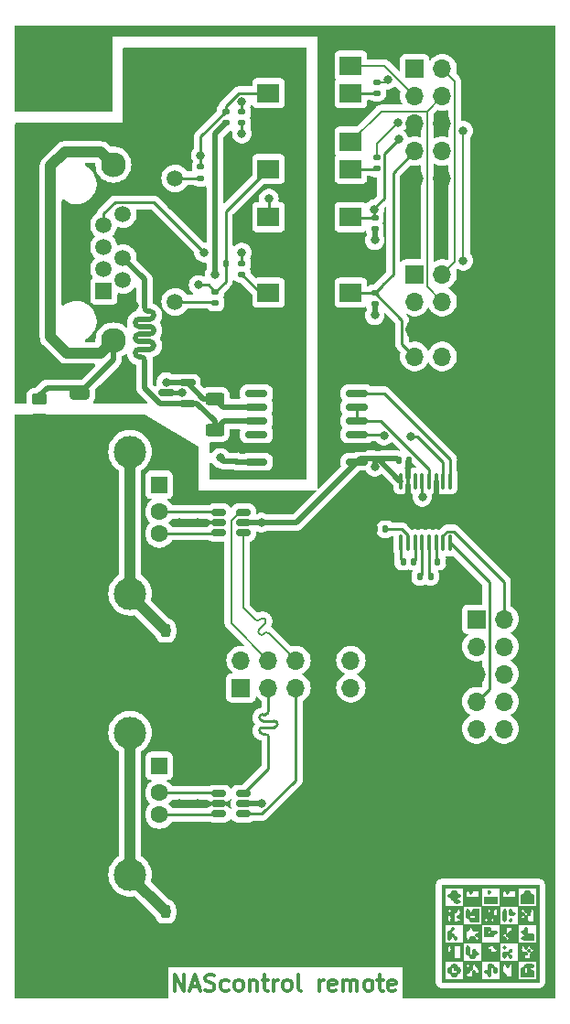
<source format=gbr>
%TF.GenerationSoftware,KiCad,Pcbnew,7.0.9-7.0.9~ubuntu23.04.1*%
%TF.CreationDate,2024-01-20T22:40:50+00:00*%
%TF.ProjectId,nascontrol-remote,6e617363-6f6e-4747-926f-6c2d72656d6f,rev?*%
%TF.SameCoordinates,Original*%
%TF.FileFunction,Copper,L1,Top*%
%TF.FilePolarity,Positive*%
%FSLAX46Y46*%
G04 Gerber Fmt 4.6, Leading zero omitted, Abs format (unit mm)*
G04 Created by KiCad (PCBNEW 7.0.9-7.0.9~ubuntu23.04.1) date 2024-01-20 22:40:50*
%MOMM*%
%LPD*%
G01*
G04 APERTURE LIST*
G04 Aperture macros list*
%AMRoundRect*
0 Rectangle with rounded corners*
0 $1 Rounding radius*
0 $2 $3 $4 $5 $6 $7 $8 $9 X,Y pos of 4 corners*
0 Add a 4 corners polygon primitive as box body*
4,1,4,$2,$3,$4,$5,$6,$7,$8,$9,$2,$3,0*
0 Add four circle primitives for the rounded corners*
1,1,$1+$1,$2,$3*
1,1,$1+$1,$4,$5*
1,1,$1+$1,$6,$7*
1,1,$1+$1,$8,$9*
0 Add four rect primitives between the rounded corners*
20,1,$1+$1,$2,$3,$4,$5,0*
20,1,$1+$1,$4,$5,$6,$7,0*
20,1,$1+$1,$6,$7,$8,$9,0*
20,1,$1+$1,$8,$9,$2,$3,0*%
G04 Aperture macros list end*
%ADD10C,0.300000*%
%TA.AperFunction,NonConductor*%
%ADD11C,0.300000*%
%TD*%
%TA.AperFunction,EtchedComponent*%
%ADD12C,0.010000*%
%TD*%
%TA.AperFunction,ComponentPad*%
%ADD13C,6.400000*%
%TD*%
%TA.AperFunction,SMDPad,CuDef*%
%ADD14RoundRect,0.140000X-0.140000X-0.170000X0.140000X-0.170000X0.140000X0.170000X-0.140000X0.170000X0*%
%TD*%
%TA.AperFunction,SMDPad,CuDef*%
%ADD15RoundRect,0.218750X-0.218750X-0.381250X0.218750X-0.381250X0.218750X0.381250X-0.218750X0.381250X0*%
%TD*%
%TA.AperFunction,ComponentPad*%
%ADD16R,1.500000X1.600000*%
%TD*%
%TA.AperFunction,ComponentPad*%
%ADD17C,1.600000*%
%TD*%
%TA.AperFunction,ComponentPad*%
%ADD18C,3.000000*%
%TD*%
%TA.AperFunction,SMDPad,CuDef*%
%ADD19RoundRect,0.150000X-0.512500X-0.150000X0.512500X-0.150000X0.512500X0.150000X-0.512500X0.150000X0*%
%TD*%
%TA.AperFunction,ComponentPad*%
%ADD20R,1.500000X1.500000*%
%TD*%
%TA.AperFunction,ComponentPad*%
%ADD21C,1.500000*%
%TD*%
%TA.AperFunction,ComponentPad*%
%ADD22C,2.300000*%
%TD*%
%TA.AperFunction,SMDPad,CuDef*%
%ADD23R,2.000000X1.780000*%
%TD*%
%TA.AperFunction,SMDPad,CuDef*%
%ADD24RoundRect,0.250000X0.625000X-0.312500X0.625000X0.312500X-0.625000X0.312500X-0.625000X-0.312500X0*%
%TD*%
%TA.AperFunction,ComponentPad*%
%ADD25R,1.700000X1.700000*%
%TD*%
%TA.AperFunction,ComponentPad*%
%ADD26O,1.700000X1.700000*%
%TD*%
%TA.AperFunction,SMDPad,CuDef*%
%ADD27RoundRect,0.135000X0.185000X-0.135000X0.185000X0.135000X-0.185000X0.135000X-0.185000X-0.135000X0*%
%TD*%
%TA.AperFunction,SMDPad,CuDef*%
%ADD28RoundRect,0.150000X0.875000X0.150000X-0.875000X0.150000X-0.875000X-0.150000X0.875000X-0.150000X0*%
%TD*%
%TA.AperFunction,SMDPad,CuDef*%
%ADD29RoundRect,0.135000X-0.185000X0.135000X-0.185000X-0.135000X0.185000X-0.135000X0.185000X0.135000X0*%
%TD*%
%TA.AperFunction,SMDPad,CuDef*%
%ADD30RoundRect,0.250000X-0.650000X0.325000X-0.650000X-0.325000X0.650000X-0.325000X0.650000X0.325000X0*%
%TD*%
%TA.AperFunction,SMDPad,CuDef*%
%ADD31RoundRect,0.140000X0.170000X-0.140000X0.170000X0.140000X-0.170000X0.140000X-0.170000X-0.140000X0*%
%TD*%
%TA.AperFunction,SMDPad,CuDef*%
%ADD32RoundRect,0.150000X0.587500X0.150000X-0.587500X0.150000X-0.587500X-0.150000X0.587500X-0.150000X0*%
%TD*%
%TA.AperFunction,SMDPad,CuDef*%
%ADD33RoundRect,0.100000X0.100000X-0.637500X0.100000X0.637500X-0.100000X0.637500X-0.100000X-0.637500X0*%
%TD*%
%TA.AperFunction,SMDPad,CuDef*%
%ADD34RoundRect,0.140000X0.140000X0.170000X-0.140000X0.170000X-0.140000X-0.170000X0.140000X-0.170000X0*%
%TD*%
%TA.AperFunction,SMDPad,CuDef*%
%ADD35RoundRect,0.135000X0.135000X0.185000X-0.135000X0.185000X-0.135000X-0.185000X0.135000X-0.185000X0*%
%TD*%
%TA.AperFunction,SMDPad,CuDef*%
%ADD36RoundRect,0.250000X-0.450000X0.262500X-0.450000X-0.262500X0.450000X-0.262500X0.450000X0.262500X0*%
%TD*%
%TA.AperFunction,ViaPad*%
%ADD37C,0.800000*%
%TD*%
%TA.AperFunction,Conductor*%
%ADD38C,0.500000*%
%TD*%
%TA.AperFunction,Conductor*%
%ADD39C,1.000000*%
%TD*%
%TA.AperFunction,Conductor*%
%ADD40C,0.250000*%
%TD*%
%TA.AperFunction,Conductor*%
%ADD41C,0.200000*%
%TD*%
G04 APERTURE END LIST*
D10*
D11*
X114821429Y-149300828D02*
X114821429Y-147800828D01*
X114821429Y-147800828D02*
X115678572Y-149300828D01*
X115678572Y-149300828D02*
X115678572Y-147800828D01*
X116321430Y-148872257D02*
X117035716Y-148872257D01*
X116178573Y-149300828D02*
X116678573Y-147800828D01*
X116678573Y-147800828D02*
X117178573Y-149300828D01*
X117607144Y-149229400D02*
X117821430Y-149300828D01*
X117821430Y-149300828D02*
X118178572Y-149300828D01*
X118178572Y-149300828D02*
X118321430Y-149229400D01*
X118321430Y-149229400D02*
X118392858Y-149157971D01*
X118392858Y-149157971D02*
X118464287Y-149015114D01*
X118464287Y-149015114D02*
X118464287Y-148872257D01*
X118464287Y-148872257D02*
X118392858Y-148729400D01*
X118392858Y-148729400D02*
X118321430Y-148657971D01*
X118321430Y-148657971D02*
X118178572Y-148586542D01*
X118178572Y-148586542D02*
X117892858Y-148515114D01*
X117892858Y-148515114D02*
X117750001Y-148443685D01*
X117750001Y-148443685D02*
X117678572Y-148372257D01*
X117678572Y-148372257D02*
X117607144Y-148229400D01*
X117607144Y-148229400D02*
X117607144Y-148086542D01*
X117607144Y-148086542D02*
X117678572Y-147943685D01*
X117678572Y-147943685D02*
X117750001Y-147872257D01*
X117750001Y-147872257D02*
X117892858Y-147800828D01*
X117892858Y-147800828D02*
X118250001Y-147800828D01*
X118250001Y-147800828D02*
X118464287Y-147872257D01*
X119750001Y-149229400D02*
X119607143Y-149300828D01*
X119607143Y-149300828D02*
X119321429Y-149300828D01*
X119321429Y-149300828D02*
X119178572Y-149229400D01*
X119178572Y-149229400D02*
X119107143Y-149157971D01*
X119107143Y-149157971D02*
X119035715Y-149015114D01*
X119035715Y-149015114D02*
X119035715Y-148586542D01*
X119035715Y-148586542D02*
X119107143Y-148443685D01*
X119107143Y-148443685D02*
X119178572Y-148372257D01*
X119178572Y-148372257D02*
X119321429Y-148300828D01*
X119321429Y-148300828D02*
X119607143Y-148300828D01*
X119607143Y-148300828D02*
X119750001Y-148372257D01*
X120607143Y-149300828D02*
X120464286Y-149229400D01*
X120464286Y-149229400D02*
X120392857Y-149157971D01*
X120392857Y-149157971D02*
X120321429Y-149015114D01*
X120321429Y-149015114D02*
X120321429Y-148586542D01*
X120321429Y-148586542D02*
X120392857Y-148443685D01*
X120392857Y-148443685D02*
X120464286Y-148372257D01*
X120464286Y-148372257D02*
X120607143Y-148300828D01*
X120607143Y-148300828D02*
X120821429Y-148300828D01*
X120821429Y-148300828D02*
X120964286Y-148372257D01*
X120964286Y-148372257D02*
X121035715Y-148443685D01*
X121035715Y-148443685D02*
X121107143Y-148586542D01*
X121107143Y-148586542D02*
X121107143Y-149015114D01*
X121107143Y-149015114D02*
X121035715Y-149157971D01*
X121035715Y-149157971D02*
X120964286Y-149229400D01*
X120964286Y-149229400D02*
X120821429Y-149300828D01*
X120821429Y-149300828D02*
X120607143Y-149300828D01*
X121750000Y-148300828D02*
X121750000Y-149300828D01*
X121750000Y-148443685D02*
X121821429Y-148372257D01*
X121821429Y-148372257D02*
X121964286Y-148300828D01*
X121964286Y-148300828D02*
X122178572Y-148300828D01*
X122178572Y-148300828D02*
X122321429Y-148372257D01*
X122321429Y-148372257D02*
X122392858Y-148515114D01*
X122392858Y-148515114D02*
X122392858Y-149300828D01*
X122892858Y-148300828D02*
X123464286Y-148300828D01*
X123107143Y-147800828D02*
X123107143Y-149086542D01*
X123107143Y-149086542D02*
X123178572Y-149229400D01*
X123178572Y-149229400D02*
X123321429Y-149300828D01*
X123321429Y-149300828D02*
X123464286Y-149300828D01*
X123964286Y-149300828D02*
X123964286Y-148300828D01*
X123964286Y-148586542D02*
X124035715Y-148443685D01*
X124035715Y-148443685D02*
X124107144Y-148372257D01*
X124107144Y-148372257D02*
X124250001Y-148300828D01*
X124250001Y-148300828D02*
X124392858Y-148300828D01*
X125107143Y-149300828D02*
X124964286Y-149229400D01*
X124964286Y-149229400D02*
X124892857Y-149157971D01*
X124892857Y-149157971D02*
X124821429Y-149015114D01*
X124821429Y-149015114D02*
X124821429Y-148586542D01*
X124821429Y-148586542D02*
X124892857Y-148443685D01*
X124892857Y-148443685D02*
X124964286Y-148372257D01*
X124964286Y-148372257D02*
X125107143Y-148300828D01*
X125107143Y-148300828D02*
X125321429Y-148300828D01*
X125321429Y-148300828D02*
X125464286Y-148372257D01*
X125464286Y-148372257D02*
X125535715Y-148443685D01*
X125535715Y-148443685D02*
X125607143Y-148586542D01*
X125607143Y-148586542D02*
X125607143Y-149015114D01*
X125607143Y-149015114D02*
X125535715Y-149157971D01*
X125535715Y-149157971D02*
X125464286Y-149229400D01*
X125464286Y-149229400D02*
X125321429Y-149300828D01*
X125321429Y-149300828D02*
X125107143Y-149300828D01*
X126464286Y-149300828D02*
X126321429Y-149229400D01*
X126321429Y-149229400D02*
X126250000Y-149086542D01*
X126250000Y-149086542D02*
X126250000Y-147800828D01*
X128178571Y-149300828D02*
X128178571Y-148300828D01*
X128178571Y-148586542D02*
X128250000Y-148443685D01*
X128250000Y-148443685D02*
X128321429Y-148372257D01*
X128321429Y-148372257D02*
X128464286Y-148300828D01*
X128464286Y-148300828D02*
X128607143Y-148300828D01*
X129678571Y-149229400D02*
X129535714Y-149300828D01*
X129535714Y-149300828D02*
X129250000Y-149300828D01*
X129250000Y-149300828D02*
X129107142Y-149229400D01*
X129107142Y-149229400D02*
X129035714Y-149086542D01*
X129035714Y-149086542D02*
X129035714Y-148515114D01*
X129035714Y-148515114D02*
X129107142Y-148372257D01*
X129107142Y-148372257D02*
X129250000Y-148300828D01*
X129250000Y-148300828D02*
X129535714Y-148300828D01*
X129535714Y-148300828D02*
X129678571Y-148372257D01*
X129678571Y-148372257D02*
X129750000Y-148515114D01*
X129750000Y-148515114D02*
X129750000Y-148657971D01*
X129750000Y-148657971D02*
X129035714Y-148800828D01*
X130392856Y-149300828D02*
X130392856Y-148300828D01*
X130392856Y-148443685D02*
X130464285Y-148372257D01*
X130464285Y-148372257D02*
X130607142Y-148300828D01*
X130607142Y-148300828D02*
X130821428Y-148300828D01*
X130821428Y-148300828D02*
X130964285Y-148372257D01*
X130964285Y-148372257D02*
X131035714Y-148515114D01*
X131035714Y-148515114D02*
X131035714Y-149300828D01*
X131035714Y-148515114D02*
X131107142Y-148372257D01*
X131107142Y-148372257D02*
X131249999Y-148300828D01*
X131249999Y-148300828D02*
X131464285Y-148300828D01*
X131464285Y-148300828D02*
X131607142Y-148372257D01*
X131607142Y-148372257D02*
X131678571Y-148515114D01*
X131678571Y-148515114D02*
X131678571Y-149300828D01*
X132607142Y-149300828D02*
X132464285Y-149229400D01*
X132464285Y-149229400D02*
X132392856Y-149157971D01*
X132392856Y-149157971D02*
X132321428Y-149015114D01*
X132321428Y-149015114D02*
X132321428Y-148586542D01*
X132321428Y-148586542D02*
X132392856Y-148443685D01*
X132392856Y-148443685D02*
X132464285Y-148372257D01*
X132464285Y-148372257D02*
X132607142Y-148300828D01*
X132607142Y-148300828D02*
X132821428Y-148300828D01*
X132821428Y-148300828D02*
X132964285Y-148372257D01*
X132964285Y-148372257D02*
X133035714Y-148443685D01*
X133035714Y-148443685D02*
X133107142Y-148586542D01*
X133107142Y-148586542D02*
X133107142Y-149015114D01*
X133107142Y-149015114D02*
X133035714Y-149157971D01*
X133035714Y-149157971D02*
X132964285Y-149229400D01*
X132964285Y-149229400D02*
X132821428Y-149300828D01*
X132821428Y-149300828D02*
X132607142Y-149300828D01*
X133535714Y-148300828D02*
X134107142Y-148300828D01*
X133749999Y-147800828D02*
X133749999Y-149086542D01*
X133749999Y-149086542D02*
X133821428Y-149229400D01*
X133821428Y-149229400D02*
X133964285Y-149300828D01*
X133964285Y-149300828D02*
X134107142Y-149300828D01*
X135178571Y-149229400D02*
X135035714Y-149300828D01*
X135035714Y-149300828D02*
X134750000Y-149300828D01*
X134750000Y-149300828D02*
X134607142Y-149229400D01*
X134607142Y-149229400D02*
X134535714Y-149086542D01*
X134535714Y-149086542D02*
X134535714Y-148515114D01*
X134535714Y-148515114D02*
X134607142Y-148372257D01*
X134607142Y-148372257D02*
X134750000Y-148300828D01*
X134750000Y-148300828D02*
X135035714Y-148300828D01*
X135035714Y-148300828D02*
X135178571Y-148372257D01*
X135178571Y-148372257D02*
X135250000Y-148515114D01*
X135250000Y-148515114D02*
X135250000Y-148657971D01*
X135250000Y-148657971D02*
X134535714Y-148800828D01*
%TO.C,G\u002A\u002A\u002A*%
D12*
X144566017Y-141169917D02*
X143433983Y-141169917D01*
X143433983Y-140603900D01*
X144566017Y-140603900D01*
X144566017Y-141169917D01*
%TA.AperFunction,EtchedComponent*%
G36*
X144566017Y-141169917D02*
G01*
X143433983Y-141169917D01*
X143433983Y-140603900D01*
X144566017Y-140603900D01*
X144566017Y-141169917D01*
G37*
%TD.AperFunction*%
X143976745Y-140087912D02*
X144000000Y-140179387D01*
X143949971Y-140297636D01*
X143858496Y-140320892D01*
X143740248Y-140270862D01*
X143716992Y-140179387D01*
X143767021Y-140061139D01*
X143858496Y-140037883D01*
X143976745Y-140087912D01*
%TA.AperFunction,EtchedComponent*%
G36*
X143976745Y-140087912D02*
G01*
X144000000Y-140179387D01*
X143949971Y-140297636D01*
X143858496Y-140320892D01*
X143740248Y-140270862D01*
X143716992Y-140179387D01*
X143767021Y-140061139D01*
X143858496Y-140037883D01*
X143976745Y-140087912D01*
G37*
%TD.AperFunction*%
X145391786Y-145182063D02*
X145415042Y-145273538D01*
X145365013Y-145391786D01*
X145273538Y-145415042D01*
X145155289Y-145365013D01*
X145132034Y-145273538D01*
X145182063Y-145155289D01*
X145273538Y-145132034D01*
X145391786Y-145182063D01*
%TA.AperFunction,EtchedComponent*%
G36*
X145391786Y-145182063D02*
G01*
X145415042Y-145273538D01*
X145365013Y-145391786D01*
X145273538Y-145415042D01*
X145155289Y-145365013D01*
X145132034Y-145273538D01*
X145182063Y-145155289D01*
X145273538Y-145132034D01*
X145391786Y-145182063D01*
G37*
%TD.AperFunction*%
X145957803Y-142634988D02*
X145981059Y-142726463D01*
X145931029Y-142844711D01*
X145839555Y-142867967D01*
X145721306Y-142817937D01*
X145698050Y-142726463D01*
X145748080Y-142608214D01*
X145839555Y-142584958D01*
X145957803Y-142634988D01*
%TA.AperFunction,EtchedComponent*%
G36*
X145957803Y-142634988D02*
G01*
X145981059Y-142726463D01*
X145931029Y-142844711D01*
X145839555Y-142867967D01*
X145721306Y-142817937D01*
X145698050Y-142726463D01*
X145748080Y-142608214D01*
X145839555Y-142584958D01*
X145957803Y-142634988D01*
G37*
%TD.AperFunction*%
X147655853Y-145465071D02*
X147679109Y-145556546D01*
X147629080Y-145674795D01*
X147537605Y-145698050D01*
X147419356Y-145648021D01*
X147396100Y-145556546D01*
X147446130Y-145438298D01*
X147537605Y-145415042D01*
X147655853Y-145465071D01*
%TA.AperFunction,EtchedComponent*%
G36*
X147655853Y-145465071D02*
G01*
X147679109Y-145556546D01*
X147629080Y-145674795D01*
X147537605Y-145698050D01*
X147419356Y-145648021D01*
X147396100Y-145556546D01*
X147446130Y-145438298D01*
X147537605Y-145415042D01*
X147655853Y-145465071D01*
G37*
%TD.AperFunction*%
X145957803Y-141785963D02*
X145981059Y-141877438D01*
X146031088Y-141995686D01*
X146122563Y-142018942D01*
X146240811Y-142068971D01*
X146264067Y-142160446D01*
X146240334Y-142253023D01*
X146144410Y-142293939D01*
X145981059Y-142301950D01*
X145799910Y-142295142D01*
X145719417Y-142247485D01*
X145698731Y-142118131D01*
X145698050Y-142018942D01*
X145709917Y-141833787D01*
X145757879Y-141751956D01*
X145839555Y-141735933D01*
X145957803Y-141785963D01*
%TA.AperFunction,EtchedComponent*%
G36*
X145957803Y-141785963D02*
G01*
X145981059Y-141877438D01*
X146031088Y-141995686D01*
X146122563Y-142018942D01*
X146240811Y-142068971D01*
X146264067Y-142160446D01*
X146240334Y-142253023D01*
X146144410Y-142293939D01*
X145981059Y-142301950D01*
X145799910Y-142295142D01*
X145719417Y-142247485D01*
X145698731Y-142118131D01*
X145698050Y-142018942D01*
X145709917Y-141833787D01*
X145757879Y-141751956D01*
X145839555Y-141735933D01*
X145957803Y-141785963D01*
G37*
%TD.AperFunction*%
X145344041Y-141747750D02*
X145386296Y-141802177D01*
X145407417Y-141927678D01*
X145414521Y-142152715D01*
X145415042Y-142301950D01*
X145412088Y-142583964D01*
X145398481Y-142752982D01*
X145367106Y-142837467D01*
X145310846Y-142865884D01*
X145273538Y-142867967D01*
X145203034Y-142856150D01*
X145160780Y-142801723D01*
X145139659Y-142676223D01*
X145132554Y-142451185D01*
X145132034Y-142301950D01*
X145134988Y-142019936D01*
X145148595Y-141850918D01*
X145179970Y-141766433D01*
X145236229Y-141738016D01*
X145273538Y-141735933D01*
X145344041Y-141747750D01*
%TA.AperFunction,EtchedComponent*%
G36*
X145344041Y-141747750D02*
G01*
X145386296Y-141802177D01*
X145407417Y-141927678D01*
X145414521Y-142152715D01*
X145415042Y-142301950D01*
X145412088Y-142583964D01*
X145398481Y-142752982D01*
X145367106Y-142837467D01*
X145310846Y-142865884D01*
X145273538Y-142867967D01*
X145203034Y-142856150D01*
X145160780Y-142801723D01*
X145139659Y-142676223D01*
X145132554Y-142451185D01*
X145132034Y-142301950D01*
X145134988Y-142019936D01*
X145148595Y-141850918D01*
X145179970Y-141766433D01*
X145236229Y-141738016D01*
X145273538Y-141735933D01*
X145344041Y-141747750D01*
G37*
%TD.AperFunction*%
X147581255Y-140049750D02*
X147663086Y-140097712D01*
X147679109Y-140179387D01*
X147729138Y-140297636D01*
X147820613Y-140320892D01*
X147899646Y-140336381D01*
X147942351Y-140404423D01*
X147959516Y-140557380D01*
X147962117Y-140745404D01*
X147962117Y-141169917D01*
X146830084Y-141169917D01*
X146830084Y-140745404D01*
X146835247Y-140508305D01*
X146857928Y-140380189D01*
X146908913Y-140328696D01*
X146971588Y-140320892D01*
X147089836Y-140270862D01*
X147113092Y-140179387D01*
X147136825Y-140086810D01*
X147232749Y-140045895D01*
X147396100Y-140037883D01*
X147581255Y-140049750D01*
%TA.AperFunction,EtchedComponent*%
G36*
X147581255Y-140049750D02*
G01*
X147663086Y-140097712D01*
X147679109Y-140179387D01*
X147729138Y-140297636D01*
X147820613Y-140320892D01*
X147899646Y-140336381D01*
X147942351Y-140404423D01*
X147959516Y-140557380D01*
X147962117Y-140745404D01*
X147962117Y-141169917D01*
X146830084Y-141169917D01*
X146830084Y-140745404D01*
X146835247Y-140508305D01*
X146857928Y-140380189D01*
X146908913Y-140328696D01*
X146971588Y-140320892D01*
X147089836Y-140270862D01*
X147113092Y-140179387D01*
X147136825Y-140086810D01*
X147232749Y-140045895D01*
X147396100Y-140037883D01*
X147581255Y-140049750D01*
G37*
%TD.AperFunction*%
X143902146Y-143445850D02*
X143983977Y-143493812D01*
X144000000Y-143575488D01*
X144023733Y-143668065D01*
X144119657Y-143708980D01*
X144283009Y-143716992D01*
X144468163Y-143728858D01*
X144549994Y-143776820D01*
X144566017Y-143858496D01*
X144515988Y-143976745D01*
X144424513Y-144000000D01*
X144306264Y-144050029D01*
X144283009Y-144141504D01*
X144267519Y-144220537D01*
X144199477Y-144263243D01*
X144046520Y-144280407D01*
X143858496Y-144283009D01*
X143433983Y-144283009D01*
X143433983Y-143858496D01*
X143716992Y-143858496D01*
X143767021Y-143976745D01*
X143858496Y-144000000D01*
X143976745Y-143949971D01*
X144000000Y-143858496D01*
X143949971Y-143740248D01*
X143858496Y-143716992D01*
X143740248Y-143767021D01*
X143716992Y-143858496D01*
X143433983Y-143858496D01*
X143433983Y-143433983D01*
X143716992Y-143433983D01*
X143902146Y-143445850D01*
%TA.AperFunction,EtchedComponent*%
G36*
X143902146Y-143445850D02*
G01*
X143983977Y-143493812D01*
X144000000Y-143575488D01*
X144023733Y-143668065D01*
X144119657Y-143708980D01*
X144283009Y-143716992D01*
X144468163Y-143728858D01*
X144549994Y-143776820D01*
X144566017Y-143858496D01*
X144515988Y-143976745D01*
X144424513Y-144000000D01*
X144306264Y-144050029D01*
X144283009Y-144141504D01*
X144267519Y-144220537D01*
X144199477Y-144263243D01*
X144046520Y-144280407D01*
X143858496Y-144283009D01*
X143433983Y-144283009D01*
X143433983Y-143858496D01*
X143716992Y-143858496D01*
X143767021Y-143976745D01*
X143858496Y-144000000D01*
X143976745Y-143949971D01*
X144000000Y-143858496D01*
X143949971Y-143740248D01*
X143858496Y-143716992D01*
X143740248Y-143767021D01*
X143716992Y-143858496D01*
X143433983Y-143858496D01*
X143433983Y-143433983D01*
X143716992Y-143433983D01*
X143902146Y-143445850D01*
G37*
%TD.AperFunction*%
X145957803Y-145465071D02*
X145981059Y-145556546D01*
X145931029Y-145674795D01*
X145839555Y-145698050D01*
X145721306Y-145748080D01*
X145698050Y-145839555D01*
X145748080Y-145957803D01*
X145839555Y-145981059D01*
X145957803Y-146031088D01*
X145981059Y-146122563D01*
X145931029Y-146240811D01*
X145839555Y-146264067D01*
X145721306Y-146214038D01*
X145698050Y-146122563D01*
X145648021Y-146004314D01*
X145556546Y-145981059D01*
X145438298Y-146031088D01*
X145415042Y-146122563D01*
X145365013Y-146240811D01*
X145273538Y-146264067D01*
X145180961Y-146240334D01*
X145140045Y-146144410D01*
X145132034Y-145981059D01*
X145138842Y-145799910D01*
X145186499Y-145719417D01*
X145315853Y-145698731D01*
X145415042Y-145698050D01*
X145600196Y-145686184D01*
X145682027Y-145638222D01*
X145698050Y-145556546D01*
X145748080Y-145438298D01*
X145839555Y-145415042D01*
X145957803Y-145465071D01*
%TA.AperFunction,EtchedComponent*%
G36*
X145957803Y-145465071D02*
G01*
X145981059Y-145556546D01*
X145931029Y-145674795D01*
X145839555Y-145698050D01*
X145721306Y-145748080D01*
X145698050Y-145839555D01*
X145748080Y-145957803D01*
X145839555Y-145981059D01*
X145957803Y-146031088D01*
X145981059Y-146122563D01*
X145931029Y-146240811D01*
X145839555Y-146264067D01*
X145721306Y-146214038D01*
X145698050Y-146122563D01*
X145648021Y-146004314D01*
X145556546Y-145981059D01*
X145438298Y-146031088D01*
X145415042Y-146122563D01*
X145365013Y-146240811D01*
X145273538Y-146264067D01*
X145180961Y-146240334D01*
X145140045Y-146144410D01*
X145132034Y-145981059D01*
X145138842Y-145799910D01*
X145186499Y-145719417D01*
X145315853Y-145698731D01*
X145415042Y-145698050D01*
X145600196Y-145686184D01*
X145682027Y-145638222D01*
X145698050Y-145556546D01*
X145748080Y-145438298D01*
X145839555Y-145415042D01*
X145957803Y-145465071D01*
G37*
%TD.AperFunction*%
X147347173Y-143457716D02*
X147388089Y-143553640D01*
X147396100Y-143716992D01*
X147402909Y-143898140D01*
X147450565Y-143978633D01*
X147579920Y-143999320D01*
X147679109Y-144000000D01*
X147860257Y-144006808D01*
X147940750Y-144054465D01*
X147961437Y-144183820D01*
X147962117Y-144283009D01*
X147962117Y-144566017D01*
X147396100Y-144566017D01*
X147114087Y-144563063D01*
X146945069Y-144549456D01*
X146860583Y-144518081D01*
X146832167Y-144461821D01*
X146830084Y-144424513D01*
X146880113Y-144306264D01*
X146971588Y-144283009D01*
X147089836Y-144232979D01*
X147113092Y-144141504D01*
X147063063Y-144023256D01*
X146971588Y-144000000D01*
X146853339Y-143949971D01*
X146830084Y-143858496D01*
X146880113Y-143740248D01*
X146971588Y-143716992D01*
X147089836Y-143666963D01*
X147113092Y-143575488D01*
X147163121Y-143457239D01*
X147254596Y-143433983D01*
X147347173Y-143457716D01*
%TA.AperFunction,EtchedComponent*%
G36*
X147347173Y-143457716D02*
G01*
X147388089Y-143553640D01*
X147396100Y-143716992D01*
X147402909Y-143898140D01*
X147450565Y-143978633D01*
X147579920Y-143999320D01*
X147679109Y-144000000D01*
X147860257Y-144006808D01*
X147940750Y-144054465D01*
X147961437Y-144183820D01*
X147962117Y-144283009D01*
X147962117Y-144566017D01*
X147396100Y-144566017D01*
X147114087Y-144563063D01*
X146945069Y-144549456D01*
X146860583Y-144518081D01*
X146832167Y-144461821D01*
X146830084Y-144424513D01*
X146880113Y-144306264D01*
X146971588Y-144283009D01*
X147089836Y-144232979D01*
X147113092Y-144141504D01*
X147063063Y-144023256D01*
X146971588Y-144000000D01*
X146853339Y-143949971D01*
X146830084Y-143858496D01*
X146880113Y-143740248D01*
X146971588Y-143716992D01*
X147089836Y-143666963D01*
X147113092Y-143575488D01*
X147163121Y-143457239D01*
X147254596Y-143433983D01*
X147347173Y-143457716D01*
G37*
%TD.AperFunction*%
X140580644Y-143484013D02*
X140603900Y-143575488D01*
X140553871Y-143693736D01*
X140462396Y-143716992D01*
X140344147Y-143767021D01*
X140320892Y-143858496D01*
X140370921Y-143976745D01*
X140462396Y-144000000D01*
X140580644Y-144050029D01*
X140603900Y-144141504D01*
X140653929Y-144259753D01*
X140745404Y-144283009D01*
X140863653Y-144333038D01*
X140886908Y-144424513D01*
X140836879Y-144542761D01*
X140745404Y-144566017D01*
X140627156Y-144515988D01*
X140603900Y-144424513D01*
X140553871Y-144306264D01*
X140462396Y-144283009D01*
X140344147Y-144333038D01*
X140320892Y-144424513D01*
X140270862Y-144542761D01*
X140179387Y-144566017D01*
X140100354Y-144550527D01*
X140057649Y-144482485D01*
X140040485Y-144329529D01*
X140037883Y-144141504D01*
X140043046Y-143904406D01*
X140065727Y-143776290D01*
X140116713Y-143724796D01*
X140179387Y-143716992D01*
X140297636Y-143666963D01*
X140320892Y-143575488D01*
X140370921Y-143457239D01*
X140462396Y-143433983D01*
X140580644Y-143484013D01*
%TA.AperFunction,EtchedComponent*%
G36*
X140580644Y-143484013D02*
G01*
X140603900Y-143575488D01*
X140553871Y-143693736D01*
X140462396Y-143716992D01*
X140344147Y-143767021D01*
X140320892Y-143858496D01*
X140370921Y-143976745D01*
X140462396Y-144000000D01*
X140580644Y-144050029D01*
X140603900Y-144141504D01*
X140653929Y-144259753D01*
X140745404Y-144283009D01*
X140863653Y-144333038D01*
X140886908Y-144424513D01*
X140836879Y-144542761D01*
X140745404Y-144566017D01*
X140627156Y-144515988D01*
X140603900Y-144424513D01*
X140553871Y-144306264D01*
X140462396Y-144283009D01*
X140344147Y-144333038D01*
X140320892Y-144424513D01*
X140270862Y-144542761D01*
X140179387Y-144566017D01*
X140100354Y-144550527D01*
X140057649Y-144482485D01*
X140040485Y-144329529D01*
X140037883Y-144141504D01*
X140043046Y-143904406D01*
X140065727Y-143776290D01*
X140116713Y-143724796D01*
X140179387Y-143716992D01*
X140297636Y-143666963D01*
X140320892Y-143575488D01*
X140370921Y-143457239D01*
X140462396Y-143433983D01*
X140580644Y-143484013D01*
G37*
%TD.AperFunction*%
X140789054Y-140049750D02*
X140870885Y-140097712D01*
X140886908Y-140179387D01*
X140936938Y-140297636D01*
X141028412Y-140320892D01*
X141146661Y-140370921D01*
X141169917Y-140462396D01*
X141119887Y-140580644D01*
X141028412Y-140603900D01*
X140910164Y-140653929D01*
X140886908Y-140745404D01*
X140936938Y-140863653D01*
X141028412Y-140886908D01*
X141146661Y-140936938D01*
X141169917Y-141028412D01*
X141146184Y-141120990D01*
X141050260Y-141161905D01*
X140886908Y-141169917D01*
X140701754Y-141158050D01*
X140619923Y-141110088D01*
X140603900Y-141028412D01*
X140553871Y-140910164D01*
X140462396Y-140886908D01*
X140344147Y-140836879D01*
X140320892Y-140745404D01*
X140270862Y-140627156D01*
X140179387Y-140603900D01*
X140061139Y-140553871D01*
X140037883Y-140462396D01*
X140087912Y-140344147D01*
X140179387Y-140320892D01*
X140297636Y-140270862D01*
X140320892Y-140179387D01*
X140344624Y-140086810D01*
X140440548Y-140045895D01*
X140603900Y-140037883D01*
X140789054Y-140049750D01*
%TA.AperFunction,EtchedComponent*%
G36*
X140789054Y-140049750D02*
G01*
X140870885Y-140097712D01*
X140886908Y-140179387D01*
X140936938Y-140297636D01*
X141028412Y-140320892D01*
X141146661Y-140370921D01*
X141169917Y-140462396D01*
X141119887Y-140580644D01*
X141028412Y-140603900D01*
X140910164Y-140653929D01*
X140886908Y-140745404D01*
X140936938Y-140863653D01*
X141028412Y-140886908D01*
X141146661Y-140936938D01*
X141169917Y-141028412D01*
X141146184Y-141120990D01*
X141050260Y-141161905D01*
X140886908Y-141169917D01*
X140701754Y-141158050D01*
X140619923Y-141110088D01*
X140603900Y-141028412D01*
X140553871Y-140910164D01*
X140462396Y-140886908D01*
X140344147Y-140836879D01*
X140320892Y-140745404D01*
X140270862Y-140627156D01*
X140179387Y-140603900D01*
X140061139Y-140553871D01*
X140037883Y-140462396D01*
X140087912Y-140344147D01*
X140179387Y-140320892D01*
X140297636Y-140270862D01*
X140320892Y-140179387D01*
X140344624Y-140086810D01*
X140440548Y-140045895D01*
X140603900Y-140037883D01*
X140789054Y-140049750D01*
G37*
%TD.AperFunction*%
X141956470Y-145147523D02*
X141999176Y-145215566D01*
X142016340Y-145368522D01*
X142018942Y-145556546D01*
X142024105Y-145793645D01*
X142046786Y-145921761D01*
X142097771Y-145973254D01*
X142160446Y-145981059D01*
X142253023Y-145957326D01*
X142293939Y-145861402D01*
X142301950Y-145698050D01*
X142313816Y-145512896D01*
X142361778Y-145431065D01*
X142443454Y-145415042D01*
X142561703Y-145465071D01*
X142584958Y-145556546D01*
X142634988Y-145674795D01*
X142726463Y-145698050D01*
X142844711Y-145748080D01*
X142867967Y-145839555D01*
X142817937Y-145957803D01*
X142726463Y-145981059D01*
X142608214Y-146031088D01*
X142584958Y-146122563D01*
X142561226Y-146215140D01*
X142465302Y-146256056D01*
X142301950Y-146264067D01*
X142116796Y-146252201D01*
X142034965Y-146204239D01*
X142018942Y-146122563D01*
X141968912Y-146004314D01*
X141877438Y-145981059D01*
X141798405Y-145965569D01*
X141755699Y-145897527D01*
X141738535Y-145744571D01*
X141735933Y-145556546D01*
X141741097Y-145319447D01*
X141763777Y-145191332D01*
X141814763Y-145139838D01*
X141877438Y-145132034D01*
X141956470Y-145147523D01*
%TA.AperFunction,EtchedComponent*%
G36*
X141956470Y-145147523D02*
G01*
X141999176Y-145215566D01*
X142016340Y-145368522D01*
X142018942Y-145556546D01*
X142024105Y-145793645D01*
X142046786Y-145921761D01*
X142097771Y-145973254D01*
X142160446Y-145981059D01*
X142253023Y-145957326D01*
X142293939Y-145861402D01*
X142301950Y-145698050D01*
X142313816Y-145512896D01*
X142361778Y-145431065D01*
X142443454Y-145415042D01*
X142561703Y-145465071D01*
X142584958Y-145556546D01*
X142634988Y-145674795D01*
X142726463Y-145698050D01*
X142844711Y-145748080D01*
X142867967Y-145839555D01*
X142817937Y-145957803D01*
X142726463Y-145981059D01*
X142608214Y-146031088D01*
X142584958Y-146122563D01*
X142561226Y-146215140D01*
X142465302Y-146256056D01*
X142301950Y-146264067D01*
X142116796Y-146252201D01*
X142034965Y-146204239D01*
X142018942Y-146122563D01*
X141968912Y-146004314D01*
X141877438Y-145981059D01*
X141798405Y-145965569D01*
X141755699Y-145897527D01*
X141738535Y-145744571D01*
X141735933Y-145556546D01*
X141741097Y-145319447D01*
X141763777Y-145191332D01*
X141814763Y-145139838D01*
X141877438Y-145132034D01*
X141956470Y-145147523D01*
G37*
%TD.AperFunction*%
X144185155Y-146841950D02*
X144266986Y-146889912D01*
X144283009Y-146971588D01*
X144333038Y-147089836D01*
X144424513Y-147113092D01*
X144517090Y-147136825D01*
X144558005Y-147232749D01*
X144566017Y-147396100D01*
X144554151Y-147581255D01*
X144506189Y-147663086D01*
X144424513Y-147679109D01*
X144331936Y-147655376D01*
X144291020Y-147559452D01*
X144283009Y-147396100D01*
X144271142Y-147210946D01*
X144223180Y-147129115D01*
X144141504Y-147113092D01*
X144062471Y-147128582D01*
X144019766Y-147196624D01*
X144002602Y-147349580D01*
X144000000Y-147537605D01*
X143994837Y-147774704D01*
X143972156Y-147902819D01*
X143921171Y-147954313D01*
X143858496Y-147962117D01*
X143740248Y-147912088D01*
X143716992Y-147820613D01*
X143666963Y-147702365D01*
X143575488Y-147679109D01*
X143457239Y-147629080D01*
X143433983Y-147537605D01*
X143484013Y-147419356D01*
X143575488Y-147396100D01*
X143668065Y-147372368D01*
X143708980Y-147276444D01*
X143716992Y-147113092D01*
X143723800Y-146931944D01*
X143771457Y-146851451D01*
X143900811Y-146830764D01*
X144000000Y-146830084D01*
X144185155Y-146841950D01*
%TA.AperFunction,EtchedComponent*%
G36*
X144185155Y-146841950D02*
G01*
X144266986Y-146889912D01*
X144283009Y-146971588D01*
X144333038Y-147089836D01*
X144424513Y-147113092D01*
X144517090Y-147136825D01*
X144558005Y-147232749D01*
X144566017Y-147396100D01*
X144554151Y-147581255D01*
X144506189Y-147663086D01*
X144424513Y-147679109D01*
X144331936Y-147655376D01*
X144291020Y-147559452D01*
X144283009Y-147396100D01*
X144271142Y-147210946D01*
X144223180Y-147129115D01*
X144141504Y-147113092D01*
X144062471Y-147128582D01*
X144019766Y-147196624D01*
X144002602Y-147349580D01*
X144000000Y-147537605D01*
X143994837Y-147774704D01*
X143972156Y-147902819D01*
X143921171Y-147954313D01*
X143858496Y-147962117D01*
X143740248Y-147912088D01*
X143716992Y-147820613D01*
X143666963Y-147702365D01*
X143575488Y-147679109D01*
X143457239Y-147629080D01*
X143433983Y-147537605D01*
X143484013Y-147419356D01*
X143575488Y-147396100D01*
X143668065Y-147372368D01*
X143708980Y-147276444D01*
X143716992Y-147113092D01*
X143723800Y-146931944D01*
X143771457Y-146851451D01*
X143900811Y-146830764D01*
X144000000Y-146830084D01*
X144185155Y-146841950D01*
G37*
%TD.AperFunction*%
X142867967Y-142867967D02*
X142443454Y-142867967D01*
X142206355Y-142862804D01*
X142078240Y-142840123D01*
X142026746Y-142789137D01*
X142018942Y-142726463D01*
X141968912Y-142608214D01*
X141877438Y-142584958D01*
X141798405Y-142569469D01*
X141755699Y-142501427D01*
X141749194Y-142443454D01*
X142018942Y-142443454D01*
X142042675Y-142536031D01*
X142138598Y-142576947D01*
X142301950Y-142584958D01*
X142487104Y-142573092D01*
X142568935Y-142525130D01*
X142584958Y-142443454D01*
X142561226Y-142350877D01*
X142465302Y-142309962D01*
X142301950Y-142301950D01*
X142116796Y-142313816D01*
X142034965Y-142361778D01*
X142018942Y-142443454D01*
X141749194Y-142443454D01*
X141738535Y-142348470D01*
X141735933Y-142160446D01*
X141741097Y-141923347D01*
X141763777Y-141795231D01*
X141814763Y-141743738D01*
X141877438Y-141735933D01*
X141995686Y-141785963D01*
X142018942Y-141877438D01*
X142068971Y-141995686D01*
X142160446Y-142018942D01*
X142278694Y-141968912D01*
X142301950Y-141877438D01*
X142325683Y-141784860D01*
X142421607Y-141743945D01*
X142584958Y-141735933D01*
X142867967Y-141735933D01*
X142867967Y-142867967D01*
%TA.AperFunction,EtchedComponent*%
G36*
X142867967Y-142867967D02*
G01*
X142443454Y-142867967D01*
X142206355Y-142862804D01*
X142078240Y-142840123D01*
X142026746Y-142789137D01*
X142018942Y-142726463D01*
X141968912Y-142608214D01*
X141877438Y-142584958D01*
X141798405Y-142569469D01*
X141755699Y-142501427D01*
X141749194Y-142443454D01*
X142018942Y-142443454D01*
X142042675Y-142536031D01*
X142138598Y-142576947D01*
X142301950Y-142584958D01*
X142487104Y-142573092D01*
X142568935Y-142525130D01*
X142584958Y-142443454D01*
X142561226Y-142350877D01*
X142465302Y-142309962D01*
X142301950Y-142301950D01*
X142116796Y-142313816D01*
X142034965Y-142361778D01*
X142018942Y-142443454D01*
X141749194Y-142443454D01*
X141738535Y-142348470D01*
X141735933Y-142160446D01*
X141741097Y-141923347D01*
X141763777Y-141795231D01*
X141814763Y-141743738D01*
X141877438Y-141735933D01*
X141995686Y-141785963D01*
X142018942Y-141877438D01*
X142068971Y-141995686D01*
X142160446Y-142018942D01*
X142278694Y-141968912D01*
X142301950Y-141877438D01*
X142325683Y-141784860D01*
X142421607Y-141743945D01*
X142584958Y-141735933D01*
X142867967Y-141735933D01*
X142867967Y-142867967D01*
G37*
%TD.AperFunction*%
X147774704Y-146835247D02*
X147902819Y-146857928D01*
X147954313Y-146908913D01*
X147962117Y-146971588D01*
X147912088Y-147089836D01*
X147820613Y-147113092D01*
X147702365Y-147163121D01*
X147679109Y-147254596D01*
X147729138Y-147372845D01*
X147820613Y-147396100D01*
X147913190Y-147419833D01*
X147954106Y-147515757D01*
X147962117Y-147679109D01*
X147962117Y-147962117D01*
X146830084Y-147962117D01*
X146830084Y-147537605D01*
X146833165Y-147396100D01*
X147113092Y-147396100D01*
X147124959Y-147581255D01*
X147172920Y-147663086D01*
X147254596Y-147679109D01*
X147347173Y-147655376D01*
X147388089Y-147559452D01*
X147396100Y-147396100D01*
X147384234Y-147210946D01*
X147336272Y-147129115D01*
X147254596Y-147113092D01*
X147162019Y-147136825D01*
X147121104Y-147232749D01*
X147113092Y-147396100D01*
X146833165Y-147396100D01*
X146835247Y-147300506D01*
X146857928Y-147172390D01*
X146908913Y-147120896D01*
X146971588Y-147113092D01*
X147089836Y-147063063D01*
X147113092Y-146971588D01*
X147128582Y-146892555D01*
X147196624Y-146849850D01*
X147349580Y-146832685D01*
X147537605Y-146830084D01*
X147774704Y-146835247D01*
%TA.AperFunction,EtchedComponent*%
G36*
X147774704Y-146835247D02*
G01*
X147902819Y-146857928D01*
X147954313Y-146908913D01*
X147962117Y-146971588D01*
X147912088Y-147089836D01*
X147820613Y-147113092D01*
X147702365Y-147163121D01*
X147679109Y-147254596D01*
X147729138Y-147372845D01*
X147820613Y-147396100D01*
X147913190Y-147419833D01*
X147954106Y-147515757D01*
X147962117Y-147679109D01*
X147962117Y-147962117D01*
X146830084Y-147962117D01*
X146830084Y-147537605D01*
X146833165Y-147396100D01*
X147113092Y-147396100D01*
X147124959Y-147581255D01*
X147172920Y-147663086D01*
X147254596Y-147679109D01*
X147347173Y-147655376D01*
X147388089Y-147559452D01*
X147396100Y-147396100D01*
X147384234Y-147210946D01*
X147336272Y-147129115D01*
X147254596Y-147113092D01*
X147162019Y-147136825D01*
X147121104Y-147232749D01*
X147113092Y-147396100D01*
X146833165Y-147396100D01*
X146835247Y-147300506D01*
X146857928Y-147172390D01*
X146908913Y-147120896D01*
X146971588Y-147113092D01*
X147089836Y-147063063D01*
X147113092Y-146971588D01*
X147128582Y-146892555D01*
X147196624Y-146849850D01*
X147349580Y-146832685D01*
X147537605Y-146830084D01*
X147774704Y-146835247D01*
G37*
%TD.AperFunction*%
X140789054Y-146841950D02*
X140870885Y-146889912D01*
X140886908Y-146971588D01*
X140936938Y-147089836D01*
X141028412Y-147113092D01*
X141120990Y-147136825D01*
X141161905Y-147232749D01*
X141169917Y-147396100D01*
X141158050Y-147581255D01*
X141110088Y-147663086D01*
X141028412Y-147679109D01*
X140910164Y-147729138D01*
X140886908Y-147820613D01*
X140863175Y-147913190D01*
X140767252Y-147954106D01*
X140603900Y-147962117D01*
X140418746Y-147950251D01*
X140336915Y-147902289D01*
X140320892Y-147820613D01*
X140270862Y-147702365D01*
X140179387Y-147679109D01*
X140086810Y-147655376D01*
X140045895Y-147559452D01*
X140037883Y-147396100D01*
X140320892Y-147396100D01*
X140327700Y-147577249D01*
X140375357Y-147657742D01*
X140504711Y-147678428D01*
X140603900Y-147679109D01*
X140789054Y-147667242D01*
X140870885Y-147619281D01*
X140886908Y-147537605D01*
X140836879Y-147419356D01*
X140745404Y-147396100D01*
X140627156Y-147346071D01*
X140603900Y-147254596D01*
X140553871Y-147136348D01*
X140462396Y-147113092D01*
X140369819Y-147136825D01*
X140328903Y-147232749D01*
X140320892Y-147396100D01*
X140037883Y-147396100D01*
X140049750Y-147210946D01*
X140097712Y-147129115D01*
X140179387Y-147113092D01*
X140297636Y-147063063D01*
X140320892Y-146971588D01*
X140344624Y-146879011D01*
X140440548Y-146838095D01*
X140603900Y-146830084D01*
X140789054Y-146841950D01*
%TA.AperFunction,EtchedComponent*%
G36*
X140789054Y-146841950D02*
G01*
X140870885Y-146889912D01*
X140886908Y-146971588D01*
X140936938Y-147089836D01*
X141028412Y-147113092D01*
X141120990Y-147136825D01*
X141161905Y-147232749D01*
X141169917Y-147396100D01*
X141158050Y-147581255D01*
X141110088Y-147663086D01*
X141028412Y-147679109D01*
X140910164Y-147729138D01*
X140886908Y-147820613D01*
X140863175Y-147913190D01*
X140767252Y-147954106D01*
X140603900Y-147962117D01*
X140418746Y-147950251D01*
X140336915Y-147902289D01*
X140320892Y-147820613D01*
X140270862Y-147702365D01*
X140179387Y-147679109D01*
X140086810Y-147655376D01*
X140045895Y-147559452D01*
X140037883Y-147396100D01*
X140320892Y-147396100D01*
X140327700Y-147577249D01*
X140375357Y-147657742D01*
X140504711Y-147678428D01*
X140603900Y-147679109D01*
X140789054Y-147667242D01*
X140870885Y-147619281D01*
X140886908Y-147537605D01*
X140836879Y-147419356D01*
X140745404Y-147396100D01*
X140627156Y-147346071D01*
X140603900Y-147254596D01*
X140553871Y-147136348D01*
X140462396Y-147113092D01*
X140369819Y-147136825D01*
X140328903Y-147232749D01*
X140320892Y-147396100D01*
X140037883Y-147396100D01*
X140049750Y-147210946D01*
X140097712Y-147129115D01*
X140179387Y-147113092D01*
X140297636Y-147063063D01*
X140320892Y-146971588D01*
X140344624Y-146879011D01*
X140440548Y-146838095D01*
X140603900Y-146830084D01*
X140789054Y-146841950D01*
G37*
%TD.AperFunction*%
X143150975Y-144849025D02*
X144849025Y-144849025D01*
X144849025Y-144141504D01*
X145132034Y-144141504D01*
X145182063Y-144259753D01*
X145273538Y-144283009D01*
X145391786Y-144333038D01*
X145415042Y-144424513D01*
X145465071Y-144542761D01*
X145556546Y-144566017D01*
X145674795Y-144515988D01*
X145698050Y-144424513D01*
X145648021Y-144306264D01*
X145556546Y-144283009D01*
X145438298Y-144232979D01*
X145415042Y-144141504D01*
X145465071Y-144023256D01*
X145556546Y-144000000D01*
X145674795Y-143949971D01*
X145698050Y-143858496D01*
X145748080Y-143740248D01*
X145839555Y-143716992D01*
X145957803Y-143666963D01*
X145981059Y-143575488D01*
X145957326Y-143482911D01*
X145861402Y-143441995D01*
X145698050Y-143433983D01*
X145516902Y-143440792D01*
X145436409Y-143488448D01*
X145415723Y-143617803D01*
X145415042Y-143716992D01*
X145403176Y-143902146D01*
X145355214Y-143983977D01*
X145273538Y-144000000D01*
X145155289Y-144050029D01*
X145132034Y-144141504D01*
X144849025Y-144141504D01*
X144849025Y-143150975D01*
X146547075Y-143150975D01*
X146547075Y-144849025D01*
X144849025Y-144849025D01*
X144849025Y-146547075D01*
X143150975Y-146547075D01*
X143150975Y-145273538D01*
X143716992Y-145273538D01*
X143767021Y-145391786D01*
X143858496Y-145415042D01*
X143976745Y-145465071D01*
X144000000Y-145556546D01*
X144023733Y-145649123D01*
X144119657Y-145690039D01*
X144283009Y-145698050D01*
X144468163Y-145686184D01*
X144549994Y-145638222D01*
X144566017Y-145556546D01*
X144515988Y-145438298D01*
X144424513Y-145415042D01*
X144306264Y-145365013D01*
X144283009Y-145273538D01*
X144259276Y-145180961D01*
X144163352Y-145140045D01*
X144000000Y-145132034D01*
X143814846Y-145143900D01*
X143733015Y-145191862D01*
X143716992Y-145273538D01*
X143150975Y-145273538D01*
X143150975Y-144849025D01*
X141452925Y-144849025D01*
X141452925Y-144141504D01*
X141735933Y-144141504D01*
X141741097Y-144378603D01*
X141763777Y-144506719D01*
X141814763Y-144558213D01*
X141877438Y-144566017D01*
X141995686Y-144515988D01*
X142018942Y-144424513D01*
X142042675Y-144331936D01*
X142138598Y-144291020D01*
X142301950Y-144283009D01*
X142487104Y-144294875D01*
X142568935Y-144342837D01*
X142584958Y-144424513D01*
X142634988Y-144542761D01*
X142726463Y-144566017D01*
X142844711Y-144515988D01*
X142867967Y-144424513D01*
X142817937Y-144306264D01*
X142726463Y-144283009D01*
X142608214Y-144232979D01*
X142584958Y-144141504D01*
X142634988Y-144023256D01*
X142726463Y-144000000D01*
X142844711Y-143949971D01*
X142867967Y-143858496D01*
X142844234Y-143765919D01*
X142748310Y-143725003D01*
X142584958Y-143716992D01*
X142399804Y-143705125D01*
X142317973Y-143657164D01*
X142301950Y-143575488D01*
X142251921Y-143457239D01*
X142160446Y-143433983D01*
X142042197Y-143484013D01*
X142018942Y-143575488D01*
X141968912Y-143693736D01*
X141877438Y-143716992D01*
X141798405Y-143732481D01*
X141755699Y-143800524D01*
X141738535Y-143953480D01*
X141735933Y-144141504D01*
X141452925Y-144141504D01*
X141452925Y-143150975D01*
X143150975Y-143150975D01*
X143150975Y-144849025D01*
%TA.AperFunction,EtchedComponent*%
G36*
X143150975Y-144849025D02*
G01*
X144849025Y-144849025D01*
X144849025Y-144141504D01*
X145132034Y-144141504D01*
X145182063Y-144259753D01*
X145273538Y-144283009D01*
X145391786Y-144333038D01*
X145415042Y-144424513D01*
X145465071Y-144542761D01*
X145556546Y-144566017D01*
X145674795Y-144515988D01*
X145698050Y-144424513D01*
X145648021Y-144306264D01*
X145556546Y-144283009D01*
X145438298Y-144232979D01*
X145415042Y-144141504D01*
X145465071Y-144023256D01*
X145556546Y-144000000D01*
X145674795Y-143949971D01*
X145698050Y-143858496D01*
X145748080Y-143740248D01*
X145839555Y-143716992D01*
X145957803Y-143666963D01*
X145981059Y-143575488D01*
X145957326Y-143482911D01*
X145861402Y-143441995D01*
X145698050Y-143433983D01*
X145516902Y-143440792D01*
X145436409Y-143488448D01*
X145415723Y-143617803D01*
X145415042Y-143716992D01*
X145403176Y-143902146D01*
X145355214Y-143983977D01*
X145273538Y-144000000D01*
X145155289Y-144050029D01*
X145132034Y-144141504D01*
X144849025Y-144141504D01*
X144849025Y-143150975D01*
X146547075Y-143150975D01*
X146547075Y-144849025D01*
X144849025Y-144849025D01*
X144849025Y-146547075D01*
X143150975Y-146547075D01*
X143150975Y-145273538D01*
X143716992Y-145273538D01*
X143767021Y-145391786D01*
X143858496Y-145415042D01*
X143976745Y-145465071D01*
X144000000Y-145556546D01*
X144023733Y-145649123D01*
X144119657Y-145690039D01*
X144283009Y-145698050D01*
X144468163Y-145686184D01*
X144549994Y-145638222D01*
X144566017Y-145556546D01*
X144515988Y-145438298D01*
X144424513Y-145415042D01*
X144306264Y-145365013D01*
X144283009Y-145273538D01*
X144259276Y-145180961D01*
X144163352Y-145140045D01*
X144000000Y-145132034D01*
X143814846Y-145143900D01*
X143733015Y-145191862D01*
X143716992Y-145273538D01*
X143150975Y-145273538D01*
X143150975Y-144849025D01*
X141452925Y-144849025D01*
X141452925Y-144141504D01*
X141735933Y-144141504D01*
X141741097Y-144378603D01*
X141763777Y-144506719D01*
X141814763Y-144558213D01*
X141877438Y-144566017D01*
X141995686Y-144515988D01*
X142018942Y-144424513D01*
X142042675Y-144331936D01*
X142138598Y-144291020D01*
X142301950Y-144283009D01*
X142487104Y-144294875D01*
X142568935Y-144342837D01*
X142584958Y-144424513D01*
X142634988Y-144542761D01*
X142726463Y-144566017D01*
X142844711Y-144515988D01*
X142867967Y-144424513D01*
X142817937Y-144306264D01*
X142726463Y-144283009D01*
X142608214Y-144232979D01*
X142584958Y-144141504D01*
X142634988Y-144023256D01*
X142726463Y-144000000D01*
X142844711Y-143949971D01*
X142867967Y-143858496D01*
X142844234Y-143765919D01*
X142748310Y-143725003D01*
X142584958Y-143716992D01*
X142399804Y-143705125D01*
X142317973Y-143657164D01*
X142301950Y-143575488D01*
X142251921Y-143457239D01*
X142160446Y-143433983D01*
X142042197Y-143484013D01*
X142018942Y-143575488D01*
X141968912Y-143693736D01*
X141877438Y-143716992D01*
X141798405Y-143732481D01*
X141755699Y-143800524D01*
X141738535Y-143953480D01*
X141735933Y-144141504D01*
X141452925Y-144141504D01*
X141452925Y-143150975D01*
X143150975Y-143150975D01*
X143150975Y-144849025D01*
G37*
%TD.AperFunction*%
X144849025Y-143150975D02*
X143150975Y-143150975D01*
X143150975Y-142726463D01*
X143433983Y-142726463D01*
X143484013Y-142844711D01*
X143575488Y-142867967D01*
X143693736Y-142817937D01*
X143716992Y-142726463D01*
X144000000Y-142726463D01*
X144050029Y-142844711D01*
X144141504Y-142867967D01*
X144259753Y-142817937D01*
X144283009Y-142726463D01*
X144232979Y-142608214D01*
X144141504Y-142584958D01*
X144023256Y-142634988D01*
X144000000Y-142726463D01*
X143716992Y-142726463D01*
X143666963Y-142608214D01*
X143575488Y-142584958D01*
X143457239Y-142634988D01*
X143433983Y-142726463D01*
X143150975Y-142726463D01*
X143150975Y-141877438D01*
X143716992Y-141877438D01*
X143767021Y-141995686D01*
X143858496Y-142018942D01*
X144283009Y-142018942D01*
X144294875Y-142204096D01*
X144342837Y-142285927D01*
X144424513Y-142301950D01*
X144517090Y-142278217D01*
X144558005Y-142182293D01*
X144566017Y-142018942D01*
X144554151Y-141833787D01*
X144506189Y-141751956D01*
X144424513Y-141735933D01*
X144331936Y-141759666D01*
X144291020Y-141855590D01*
X144283009Y-142018942D01*
X143858496Y-142018942D01*
X143976745Y-141968912D01*
X144000000Y-141877438D01*
X143949971Y-141759189D01*
X143858496Y-141735933D01*
X143740248Y-141785963D01*
X143716992Y-141877438D01*
X143150975Y-141877438D01*
X143150975Y-141452925D01*
X144849025Y-141452925D01*
X144849025Y-143150975D01*
%TA.AperFunction,EtchedComponent*%
G36*
X144849025Y-143150975D02*
G01*
X143150975Y-143150975D01*
X143150975Y-142726463D01*
X143433983Y-142726463D01*
X143484013Y-142844711D01*
X143575488Y-142867967D01*
X143693736Y-142817937D01*
X143716992Y-142726463D01*
X144000000Y-142726463D01*
X144050029Y-142844711D01*
X144141504Y-142867967D01*
X144259753Y-142817937D01*
X144283009Y-142726463D01*
X144232979Y-142608214D01*
X144141504Y-142584958D01*
X144023256Y-142634988D01*
X144000000Y-142726463D01*
X143716992Y-142726463D01*
X143666963Y-142608214D01*
X143575488Y-142584958D01*
X143457239Y-142634988D01*
X143433983Y-142726463D01*
X143150975Y-142726463D01*
X143150975Y-141877438D01*
X143716992Y-141877438D01*
X143767021Y-141995686D01*
X143858496Y-142018942D01*
X144283009Y-142018942D01*
X144294875Y-142204096D01*
X144342837Y-142285927D01*
X144424513Y-142301950D01*
X144517090Y-142278217D01*
X144558005Y-142182293D01*
X144566017Y-142018942D01*
X144554151Y-141833787D01*
X144506189Y-141751956D01*
X144424513Y-141735933D01*
X144331936Y-141759666D01*
X144291020Y-141855590D01*
X144283009Y-142018942D01*
X143858496Y-142018942D01*
X143976745Y-141968912D01*
X144000000Y-141877438D01*
X143949971Y-141759189D01*
X143858496Y-141735933D01*
X143740248Y-141785963D01*
X143716992Y-141877438D01*
X143150975Y-141877438D01*
X143150975Y-141452925D01*
X144849025Y-141452925D01*
X144849025Y-143150975D01*
G37*
%TD.AperFunction*%
X148528134Y-148528134D02*
X139471867Y-148528134D01*
X139471867Y-146547075D01*
X139471867Y-145415042D01*
X140037883Y-145415042D01*
X140049750Y-145600196D01*
X140097712Y-145682027D01*
X140179387Y-145698050D01*
X140271965Y-145674318D01*
X140312880Y-145578394D01*
X140320892Y-145415042D01*
X140309025Y-145229888D01*
X140261063Y-145148057D01*
X140179387Y-145132034D01*
X140603900Y-145132034D01*
X140603900Y-146264067D01*
X141169917Y-146264067D01*
X141169917Y-145132034D01*
X140603900Y-145132034D01*
X140179387Y-145132034D01*
X140086810Y-145155766D01*
X140045895Y-145251690D01*
X140037883Y-145415042D01*
X139471867Y-145415042D01*
X139471867Y-143150975D01*
X139754875Y-143150975D01*
X139754875Y-144849025D01*
X141452925Y-144849025D01*
X141452925Y-146547075D01*
X139754875Y-146547075D01*
X139754875Y-148245126D01*
X141452925Y-148245126D01*
X141452925Y-147820613D01*
X141735933Y-147820613D01*
X141759666Y-147913190D01*
X141855590Y-147954106D01*
X142018942Y-147962117D01*
X142200090Y-147955309D01*
X142280583Y-147907652D01*
X142301270Y-147778298D01*
X142301950Y-147679109D01*
X142313816Y-147493955D01*
X142361778Y-147412123D01*
X142443454Y-147396100D01*
X142561703Y-147446130D01*
X142584958Y-147537605D01*
X142634988Y-147655853D01*
X142726463Y-147679109D01*
X142819040Y-147655376D01*
X142859955Y-147559452D01*
X142867967Y-147396100D01*
X142856100Y-147210946D01*
X142808138Y-147129115D01*
X142726463Y-147113092D01*
X142608214Y-147063063D01*
X142584958Y-146971588D01*
X142534929Y-146853339D01*
X142443454Y-146830084D01*
X142350877Y-146853817D01*
X142309962Y-146949740D01*
X142301950Y-147113092D01*
X142290084Y-147298246D01*
X142242122Y-147380078D01*
X142160446Y-147396100D01*
X142042197Y-147446130D01*
X142018942Y-147537605D01*
X141968912Y-147655853D01*
X141877438Y-147679109D01*
X141759189Y-147729138D01*
X141735933Y-147820613D01*
X141452925Y-147820613D01*
X141452925Y-146971588D01*
X141735933Y-146971588D01*
X141785963Y-147089836D01*
X141877438Y-147113092D01*
X141995686Y-147063063D01*
X142018942Y-146971588D01*
X141968912Y-146853339D01*
X141877438Y-146830084D01*
X141759189Y-146880113D01*
X141735933Y-146971588D01*
X141452925Y-146971588D01*
X141452925Y-146547075D01*
X143150975Y-146547075D01*
X143150975Y-148245126D01*
X144849025Y-148245126D01*
X144849025Y-147254596D01*
X145132034Y-147254596D01*
X145137197Y-147491695D01*
X145159878Y-147619811D01*
X145210863Y-147671304D01*
X145273538Y-147679109D01*
X145391786Y-147729138D01*
X145415042Y-147820613D01*
X145438775Y-147913190D01*
X145534699Y-147954106D01*
X145698050Y-147962117D01*
X145981059Y-147962117D01*
X145981059Y-147396100D01*
X145978104Y-147114087D01*
X145964498Y-146945069D01*
X145933123Y-146860583D01*
X145876863Y-146832167D01*
X145839555Y-146830084D01*
X145721306Y-146880113D01*
X145698050Y-146971588D01*
X145648021Y-147089836D01*
X145556546Y-147113092D01*
X145438298Y-147063063D01*
X145415042Y-146971588D01*
X145365013Y-146853339D01*
X145273538Y-146830084D01*
X145194505Y-146845573D01*
X145151800Y-146913616D01*
X145134635Y-147066572D01*
X145132034Y-147254596D01*
X144849025Y-147254596D01*
X144849025Y-146547075D01*
X146547075Y-146547075D01*
X146547075Y-148245126D01*
X148245126Y-148245126D01*
X148245126Y-146547075D01*
X146547075Y-146547075D01*
X146547075Y-145415042D01*
X146830084Y-145415042D01*
X146836892Y-145596190D01*
X146884549Y-145676683D01*
X147013903Y-145697370D01*
X147113092Y-145698050D01*
X147298246Y-145709917D01*
X147380078Y-145757879D01*
X147396100Y-145839555D01*
X147346071Y-145957803D01*
X147254596Y-145981059D01*
X147136348Y-146031088D01*
X147113092Y-146122563D01*
X147136825Y-146215140D01*
X147232749Y-146256056D01*
X147396100Y-146264067D01*
X147577249Y-146257259D01*
X147657742Y-146209602D01*
X147678428Y-146080248D01*
X147679109Y-145981059D01*
X147690975Y-145795904D01*
X147738937Y-145714073D01*
X147820613Y-145698050D01*
X147938862Y-145648021D01*
X147962117Y-145556546D01*
X147912088Y-145438298D01*
X147820613Y-145415042D01*
X147702365Y-145365013D01*
X147679109Y-145273538D01*
X147629080Y-145155289D01*
X147537605Y-145132034D01*
X147419356Y-145182063D01*
X147396100Y-145273538D01*
X147346071Y-145391786D01*
X147254596Y-145415042D01*
X147136348Y-145365013D01*
X147113092Y-145273538D01*
X147063063Y-145155289D01*
X146971588Y-145132034D01*
X146879011Y-145155766D01*
X146838095Y-145251690D01*
X146830084Y-145415042D01*
X146547075Y-145415042D01*
X146547075Y-144849025D01*
X148245126Y-144849025D01*
X148245126Y-143150975D01*
X146547075Y-143150975D01*
X146547075Y-141877438D01*
X146830084Y-141877438D01*
X146880113Y-141995686D01*
X146971588Y-142018942D01*
X147089836Y-142068971D01*
X147113092Y-142160446D01*
X147063063Y-142278694D01*
X146971588Y-142301950D01*
X146853339Y-142351979D01*
X146830084Y-142443454D01*
X146880113Y-142561703D01*
X146971588Y-142584958D01*
X147089836Y-142534929D01*
X147113092Y-142443454D01*
X147163121Y-142325206D01*
X147254596Y-142301950D01*
X147347173Y-142325683D01*
X147388089Y-142421607D01*
X147396100Y-142584958D01*
X147402909Y-142766107D01*
X147450565Y-142846600D01*
X147579920Y-142867286D01*
X147679109Y-142867967D01*
X147962117Y-142867967D01*
X147962117Y-142301950D01*
X147959163Y-142019936D01*
X147945556Y-141850918D01*
X147914181Y-141766433D01*
X147857922Y-141738016D01*
X147820613Y-141735933D01*
X147728036Y-141759666D01*
X147687120Y-141855590D01*
X147679109Y-142018942D01*
X147667242Y-142204096D01*
X147619281Y-142285927D01*
X147537605Y-142301950D01*
X147419356Y-142251921D01*
X147396100Y-142160446D01*
X147346071Y-142042197D01*
X147254596Y-142018942D01*
X147136348Y-141968912D01*
X147113092Y-141877438D01*
X147063063Y-141759189D01*
X146971588Y-141735933D01*
X146853339Y-141785963D01*
X146830084Y-141877438D01*
X146547075Y-141877438D01*
X146547075Y-141452925D01*
X144849025Y-141452925D01*
X144849025Y-140320892D01*
X145132034Y-140320892D01*
X145132034Y-140603900D01*
X146264067Y-140603900D01*
X146264067Y-140320892D01*
X146257259Y-140139743D01*
X146209602Y-140059250D01*
X146080248Y-140038564D01*
X145981059Y-140037883D01*
X145795904Y-140049750D01*
X145714073Y-140097712D01*
X145698050Y-140179387D01*
X145648021Y-140297636D01*
X145556546Y-140320892D01*
X145438298Y-140270862D01*
X145415042Y-140179387D01*
X145365013Y-140061139D01*
X145273538Y-140037883D01*
X145180961Y-140061616D01*
X145140045Y-140157540D01*
X145132034Y-140320892D01*
X144849025Y-140320892D01*
X144849025Y-139754875D01*
X146547075Y-139754875D01*
X146547075Y-141452925D01*
X148245126Y-141452925D01*
X148245126Y-139754875D01*
X146547075Y-139754875D01*
X144849025Y-139754875D01*
X143150975Y-139754875D01*
X143150975Y-141452925D01*
X141452925Y-141452925D01*
X141452925Y-143150975D01*
X139754875Y-143150975D01*
X139471867Y-143150975D01*
X139471867Y-142584958D01*
X140037883Y-142584958D01*
X140049750Y-142770113D01*
X140097712Y-142851944D01*
X140179387Y-142867967D01*
X140271965Y-142844234D01*
X140312880Y-142748310D01*
X140320892Y-142584958D01*
X140311823Y-142443454D01*
X140603900Y-142443454D01*
X140603900Y-142867967D01*
X140886908Y-142867967D01*
X141072063Y-142856100D01*
X141153894Y-142808138D01*
X141169917Y-142726463D01*
X141119887Y-142608214D01*
X141028412Y-142584958D01*
X140910164Y-142534929D01*
X140886908Y-142443454D01*
X140936938Y-142325206D01*
X141028412Y-142301950D01*
X141120990Y-142278217D01*
X141161905Y-142182293D01*
X141169917Y-142018942D01*
X141158050Y-141833787D01*
X141110088Y-141751956D01*
X141028412Y-141735933D01*
X140910164Y-141785963D01*
X140886908Y-141877438D01*
X140836879Y-141995686D01*
X140745404Y-142018942D01*
X140666371Y-142034431D01*
X140623666Y-142102474D01*
X140606501Y-142255430D01*
X140603900Y-142443454D01*
X140311823Y-142443454D01*
X140309025Y-142399804D01*
X140261063Y-142317973D01*
X140179387Y-142301950D01*
X140086810Y-142325683D01*
X140045895Y-142421607D01*
X140037883Y-142584958D01*
X139471867Y-142584958D01*
X139471867Y-141877438D01*
X140037883Y-141877438D01*
X140087912Y-141995686D01*
X140179387Y-142018942D01*
X140297636Y-141968912D01*
X140320892Y-141877438D01*
X140270862Y-141759189D01*
X140179387Y-141735933D01*
X140061139Y-141785963D01*
X140037883Y-141877438D01*
X139471867Y-141877438D01*
X139471867Y-139754875D01*
X139754875Y-139754875D01*
X139754875Y-141452925D01*
X141452925Y-141452925D01*
X141452925Y-140320892D01*
X141735933Y-140320892D01*
X141735933Y-140603900D01*
X142867967Y-140603900D01*
X142867967Y-140320892D01*
X142861159Y-140139743D01*
X142813502Y-140059250D01*
X142684147Y-140038564D01*
X142584958Y-140037883D01*
X142399804Y-140049750D01*
X142317973Y-140097712D01*
X142301950Y-140179387D01*
X142251921Y-140297636D01*
X142160446Y-140320892D01*
X142042197Y-140270862D01*
X142018942Y-140179387D01*
X141968912Y-140061139D01*
X141877438Y-140037883D01*
X141784860Y-140061616D01*
X141743945Y-140157540D01*
X141735933Y-140320892D01*
X141452925Y-140320892D01*
X141452925Y-139754875D01*
X139754875Y-139754875D01*
X139471867Y-139754875D01*
X139471867Y-139471867D01*
X148528134Y-139471867D01*
X148528134Y-148528134D01*
%TA.AperFunction,EtchedComponent*%
G36*
X148528134Y-148528134D02*
G01*
X139471867Y-148528134D01*
X139471867Y-146547075D01*
X139471867Y-145415042D01*
X140037883Y-145415042D01*
X140049750Y-145600196D01*
X140097712Y-145682027D01*
X140179387Y-145698050D01*
X140271965Y-145674318D01*
X140312880Y-145578394D01*
X140320892Y-145415042D01*
X140309025Y-145229888D01*
X140261063Y-145148057D01*
X140179387Y-145132034D01*
X140603900Y-145132034D01*
X140603900Y-146264067D01*
X141169917Y-146264067D01*
X141169917Y-145132034D01*
X140603900Y-145132034D01*
X140179387Y-145132034D01*
X140086810Y-145155766D01*
X140045895Y-145251690D01*
X140037883Y-145415042D01*
X139471867Y-145415042D01*
X139471867Y-143150975D01*
X139754875Y-143150975D01*
X139754875Y-144849025D01*
X141452925Y-144849025D01*
X141452925Y-146547075D01*
X139754875Y-146547075D01*
X139754875Y-148245126D01*
X141452925Y-148245126D01*
X141452925Y-147820613D01*
X141735933Y-147820613D01*
X141759666Y-147913190D01*
X141855590Y-147954106D01*
X142018942Y-147962117D01*
X142200090Y-147955309D01*
X142280583Y-147907652D01*
X142301270Y-147778298D01*
X142301950Y-147679109D01*
X142313816Y-147493955D01*
X142361778Y-147412123D01*
X142443454Y-147396100D01*
X142561703Y-147446130D01*
X142584958Y-147537605D01*
X142634988Y-147655853D01*
X142726463Y-147679109D01*
X142819040Y-147655376D01*
X142859955Y-147559452D01*
X142867967Y-147396100D01*
X142856100Y-147210946D01*
X142808138Y-147129115D01*
X142726463Y-147113092D01*
X142608214Y-147063063D01*
X142584958Y-146971588D01*
X142534929Y-146853339D01*
X142443454Y-146830084D01*
X142350877Y-146853817D01*
X142309962Y-146949740D01*
X142301950Y-147113092D01*
X142290084Y-147298246D01*
X142242122Y-147380078D01*
X142160446Y-147396100D01*
X142042197Y-147446130D01*
X142018942Y-147537605D01*
X141968912Y-147655853D01*
X141877438Y-147679109D01*
X141759189Y-147729138D01*
X141735933Y-147820613D01*
X141452925Y-147820613D01*
X141452925Y-146971588D01*
X141735933Y-146971588D01*
X141785963Y-147089836D01*
X141877438Y-147113092D01*
X141995686Y-147063063D01*
X142018942Y-146971588D01*
X141968912Y-146853339D01*
X141877438Y-146830084D01*
X141759189Y-146880113D01*
X141735933Y-146971588D01*
X141452925Y-146971588D01*
X141452925Y-146547075D01*
X143150975Y-146547075D01*
X143150975Y-148245126D01*
X144849025Y-148245126D01*
X144849025Y-147254596D01*
X145132034Y-147254596D01*
X145137197Y-147491695D01*
X145159878Y-147619811D01*
X145210863Y-147671304D01*
X145273538Y-147679109D01*
X145391786Y-147729138D01*
X145415042Y-147820613D01*
X145438775Y-147913190D01*
X145534699Y-147954106D01*
X145698050Y-147962117D01*
X145981059Y-147962117D01*
X145981059Y-147396100D01*
X145978104Y-147114087D01*
X145964498Y-146945069D01*
X145933123Y-146860583D01*
X145876863Y-146832167D01*
X145839555Y-146830084D01*
X145721306Y-146880113D01*
X145698050Y-146971588D01*
X145648021Y-147089836D01*
X145556546Y-147113092D01*
X145438298Y-147063063D01*
X145415042Y-146971588D01*
X145365013Y-146853339D01*
X145273538Y-146830084D01*
X145194505Y-146845573D01*
X145151800Y-146913616D01*
X145134635Y-147066572D01*
X145132034Y-147254596D01*
X144849025Y-147254596D01*
X144849025Y-146547075D01*
X146547075Y-146547075D01*
X146547075Y-148245126D01*
X148245126Y-148245126D01*
X148245126Y-146547075D01*
X146547075Y-146547075D01*
X146547075Y-145415042D01*
X146830084Y-145415042D01*
X146836892Y-145596190D01*
X146884549Y-145676683D01*
X147013903Y-145697370D01*
X147113092Y-145698050D01*
X147298246Y-145709917D01*
X147380078Y-145757879D01*
X147396100Y-145839555D01*
X147346071Y-145957803D01*
X147254596Y-145981059D01*
X147136348Y-146031088D01*
X147113092Y-146122563D01*
X147136825Y-146215140D01*
X147232749Y-146256056D01*
X147396100Y-146264067D01*
X147577249Y-146257259D01*
X147657742Y-146209602D01*
X147678428Y-146080248D01*
X147679109Y-145981059D01*
X147690975Y-145795904D01*
X147738937Y-145714073D01*
X147820613Y-145698050D01*
X147938862Y-145648021D01*
X147962117Y-145556546D01*
X147912088Y-145438298D01*
X147820613Y-145415042D01*
X147702365Y-145365013D01*
X147679109Y-145273538D01*
X147629080Y-145155289D01*
X147537605Y-145132034D01*
X147419356Y-145182063D01*
X147396100Y-145273538D01*
X147346071Y-145391786D01*
X147254596Y-145415042D01*
X147136348Y-145365013D01*
X147113092Y-145273538D01*
X147063063Y-145155289D01*
X146971588Y-145132034D01*
X146879011Y-145155766D01*
X146838095Y-145251690D01*
X146830084Y-145415042D01*
X146547075Y-145415042D01*
X146547075Y-144849025D01*
X148245126Y-144849025D01*
X148245126Y-143150975D01*
X146547075Y-143150975D01*
X146547075Y-141877438D01*
X146830084Y-141877438D01*
X146880113Y-141995686D01*
X146971588Y-142018942D01*
X147089836Y-142068971D01*
X147113092Y-142160446D01*
X147063063Y-142278694D01*
X146971588Y-142301950D01*
X146853339Y-142351979D01*
X146830084Y-142443454D01*
X146880113Y-142561703D01*
X146971588Y-142584958D01*
X147089836Y-142534929D01*
X147113092Y-142443454D01*
X147163121Y-142325206D01*
X147254596Y-142301950D01*
X147347173Y-142325683D01*
X147388089Y-142421607D01*
X147396100Y-142584958D01*
X147402909Y-142766107D01*
X147450565Y-142846600D01*
X147579920Y-142867286D01*
X147679109Y-142867967D01*
X147962117Y-142867967D01*
X147962117Y-142301950D01*
X147959163Y-142019936D01*
X147945556Y-141850918D01*
X147914181Y-141766433D01*
X147857922Y-141738016D01*
X147820613Y-141735933D01*
X147728036Y-141759666D01*
X147687120Y-141855590D01*
X147679109Y-142018942D01*
X147667242Y-142204096D01*
X147619281Y-142285927D01*
X147537605Y-142301950D01*
X147419356Y-142251921D01*
X147396100Y-142160446D01*
X147346071Y-142042197D01*
X147254596Y-142018942D01*
X147136348Y-141968912D01*
X147113092Y-141877438D01*
X147063063Y-141759189D01*
X146971588Y-141735933D01*
X146853339Y-141785963D01*
X146830084Y-141877438D01*
X146547075Y-141877438D01*
X146547075Y-141452925D01*
X144849025Y-141452925D01*
X144849025Y-140320892D01*
X145132034Y-140320892D01*
X145132034Y-140603900D01*
X146264067Y-140603900D01*
X146264067Y-140320892D01*
X146257259Y-140139743D01*
X146209602Y-140059250D01*
X146080248Y-140038564D01*
X145981059Y-140037883D01*
X145795904Y-140049750D01*
X145714073Y-140097712D01*
X145698050Y-140179387D01*
X145648021Y-140297636D01*
X145556546Y-140320892D01*
X145438298Y-140270862D01*
X145415042Y-140179387D01*
X145365013Y-140061139D01*
X145273538Y-140037883D01*
X145180961Y-140061616D01*
X145140045Y-140157540D01*
X145132034Y-140320892D01*
X144849025Y-140320892D01*
X144849025Y-139754875D01*
X146547075Y-139754875D01*
X146547075Y-141452925D01*
X148245126Y-141452925D01*
X148245126Y-139754875D01*
X146547075Y-139754875D01*
X144849025Y-139754875D01*
X143150975Y-139754875D01*
X143150975Y-141452925D01*
X141452925Y-141452925D01*
X141452925Y-143150975D01*
X139754875Y-143150975D01*
X139471867Y-143150975D01*
X139471867Y-142584958D01*
X140037883Y-142584958D01*
X140049750Y-142770113D01*
X140097712Y-142851944D01*
X140179387Y-142867967D01*
X140271965Y-142844234D01*
X140312880Y-142748310D01*
X140320892Y-142584958D01*
X140311823Y-142443454D01*
X140603900Y-142443454D01*
X140603900Y-142867967D01*
X140886908Y-142867967D01*
X141072063Y-142856100D01*
X141153894Y-142808138D01*
X141169917Y-142726463D01*
X141119887Y-142608214D01*
X141028412Y-142584958D01*
X140910164Y-142534929D01*
X140886908Y-142443454D01*
X140936938Y-142325206D01*
X141028412Y-142301950D01*
X141120990Y-142278217D01*
X141161905Y-142182293D01*
X141169917Y-142018942D01*
X141158050Y-141833787D01*
X141110088Y-141751956D01*
X141028412Y-141735933D01*
X140910164Y-141785963D01*
X140886908Y-141877438D01*
X140836879Y-141995686D01*
X140745404Y-142018942D01*
X140666371Y-142034431D01*
X140623666Y-142102474D01*
X140606501Y-142255430D01*
X140603900Y-142443454D01*
X140311823Y-142443454D01*
X140309025Y-142399804D01*
X140261063Y-142317973D01*
X140179387Y-142301950D01*
X140086810Y-142325683D01*
X140045895Y-142421607D01*
X140037883Y-142584958D01*
X139471867Y-142584958D01*
X139471867Y-141877438D01*
X140037883Y-141877438D01*
X140087912Y-141995686D01*
X140179387Y-142018942D01*
X140297636Y-141968912D01*
X140320892Y-141877438D01*
X140270862Y-141759189D01*
X140179387Y-141735933D01*
X140061139Y-141785963D01*
X140037883Y-141877438D01*
X139471867Y-141877438D01*
X139471867Y-139754875D01*
X139754875Y-139754875D01*
X139754875Y-141452925D01*
X141452925Y-141452925D01*
X141452925Y-140320892D01*
X141735933Y-140320892D01*
X141735933Y-140603900D01*
X142867967Y-140603900D01*
X142867967Y-140320892D01*
X142861159Y-140139743D01*
X142813502Y-140059250D01*
X142684147Y-140038564D01*
X142584958Y-140037883D01*
X142399804Y-140049750D01*
X142317973Y-140097712D01*
X142301950Y-140179387D01*
X142251921Y-140297636D01*
X142160446Y-140320892D01*
X142042197Y-140270862D01*
X142018942Y-140179387D01*
X141968912Y-140061139D01*
X141877438Y-140037883D01*
X141784860Y-140061616D01*
X141743945Y-140157540D01*
X141735933Y-140320892D01*
X141452925Y-140320892D01*
X141452925Y-139754875D01*
X139754875Y-139754875D01*
X139471867Y-139754875D01*
X139471867Y-139471867D01*
X148528134Y-139471867D01*
X148528134Y-148528134D01*
G37*
%TD.AperFunction*%
%TD*%
D13*
%TO.P,H102,1,1*%
%TO.N,GND*%
X104000000Y-146000000D03*
%TD*%
D14*
%TO.P,C202,1*%
%TO.N,Net-(U201-C2+)*%
X137500000Y-111000000D03*
%TO.P,C202,2*%
%TO.N,Net-(U201-C2-)*%
X138460000Y-111000000D03*
%TD*%
D15*
%TO.P,FB302,1*%
%TO.N,Net-(J303-Shield)*%
X113937500Y-116000000D03*
%TO.P,FB302,2*%
%TO.N,GND*%
X116062500Y-116000000D03*
%TD*%
D16*
%TO.P,J302,1,VBUS*%
%TO.N,Net-(J301-Pin_1)*%
X113360000Y-128500000D03*
D17*
%TO.P,J302,2,D-*%
%TO.N,Net-(J302-D-)*%
X113360000Y-131000000D03*
%TO.P,J302,3,D+*%
%TO.N,Net-(J302-D+)*%
X113360000Y-133000000D03*
%TO.P,J302,4,GND*%
%TO.N,GND*%
X113360000Y-135500000D03*
D18*
%TO.P,J302,5,Shield*%
%TO.N,Net-(J302-Shield)*%
X110650000Y-125430000D03*
X110650000Y-138570000D03*
%TD*%
D19*
%TO.P,U301,1,I/O1*%
%TO.N,Net-(J302-D-)*%
X118862500Y-131050000D03*
%TO.P,U301,2,GND*%
%TO.N,GND*%
X118862500Y-132000000D03*
%TO.P,U301,3,I/O2*%
%TO.N,Net-(J302-D+)*%
X118862500Y-132950000D03*
%TO.P,U301,4,I/O2*%
%TO.N,Net-(J301-Pin_5)*%
X121137500Y-132950000D03*
%TO.P,U301,5,VBUS*%
%TO.N,Net-(J301-Pin_1)*%
X121137500Y-132000000D03*
%TO.P,U301,6,I/O1*%
%TO.N,Net-(J301-Pin_3)*%
X121137500Y-131050000D03*
%TD*%
D14*
%TO.P,C201,1*%
%TO.N,Net-(U201-C1+)*%
X135920000Y-109600000D03*
%TO.P,C201,2*%
%TO.N,Net-(U201-C1-)*%
X136880000Y-109600000D03*
%TD*%
D20*
%TO.P,J103,1*%
%TO.N,/PWRLED*%
X108225000Y-84560000D03*
D21*
%TO.P,J103,2*%
%TO.N,/HDDLED*%
X110005000Y-83544000D03*
%TO.P,J103,3*%
%TO.N,+3V3*%
X108225000Y-82528000D03*
%TO.P,J103,4*%
%TO.N,/B*%
X110005000Y-81512000D03*
%TO.P,J103,5*%
%TO.N,/A*%
X108225000Y-80496000D03*
%TO.P,J103,6*%
%TO.N,GNDPWR*%
X110005000Y-79480000D03*
%TO.P,J103,7*%
%TO.N,/RST*%
X108225000Y-78464000D03*
%TO.P,J103,8*%
%TO.N,/PWR*%
X110005000Y-77448000D03*
%TO.P,J103,9*%
%TO.N,GNDPWR*%
X114825000Y-87860000D03*
%TO.P,J103,10*%
%TO.N,Net-(J103-Pad10)*%
X114825000Y-85570000D03*
%TO.P,J103,11*%
%TO.N,GNDPWR*%
X114825000Y-76430000D03*
%TO.P,J103,12*%
%TO.N,Net-(J103-Pad12)*%
X114825000Y-74140000D03*
D22*
%TO.P,J103,SH*%
%TO.N,Net-(C101-Pad1)*%
X109115000Y-89130000D03*
X109115000Y-72870000D03*
%TD*%
D23*
%TO.P,U102,1*%
%TO.N,Net-(R104-Pad2)*%
X123465000Y-84730000D03*
%TO.P,U102,2*%
%TO.N,GNDPWR*%
X123465000Y-87270000D03*
%TO.P,U102,3*%
%TO.N,GND*%
X131085000Y-87270000D03*
%TO.P,U102,4*%
%TO.N,/~{RST2}*%
X131085000Y-84730000D03*
%TD*%
D24*
%TO.P,R201,1*%
%TO.N,/B*%
X118500000Y-97462500D03*
%TO.P,R201,2*%
%TO.N,/A*%
X118500000Y-94537500D03*
%TD*%
D25*
%TO.P,J101,1,Pin_1*%
%TO.N,unconnected-(J101-Pin_1-Pad1)*%
X142725000Y-114925000D03*
D26*
%TO.P,J101,2,Pin_2*%
%TO.N,/RX*%
X145265000Y-114925000D03*
%TO.P,J101,3,Pin_3*%
%TO.N,/TX*%
X142725000Y-117465000D03*
%TO.P,J101,4,Pin_4*%
%TO.N,unconnected-(J101-Pin_4-Pad4)*%
X145265000Y-117465000D03*
%TO.P,J101,5,Pin_5*%
%TO.N,GND*%
X142725000Y-120005000D03*
%TO.P,J101,6,Pin_6*%
%TO.N,unconnected-(J101-Pin_6-Pad6)*%
X145265000Y-120005000D03*
%TO.P,J101,7,Pin_7*%
%TO.N,/RTS*%
X142725000Y-122545000D03*
%TO.P,J101,8,Pin_8*%
%TO.N,unconnected-(J101-Pin_8-Pad8)*%
X145265000Y-122545000D03*
%TO.P,J101,9,Pin_9*%
%TO.N,unconnected-(J101-Pin_9-Pad9)*%
X142725000Y-125085000D03*
%TO.P,J101,10,Pin_10*%
%TO.N,unconnected-(J101-Pin_10-Pad10)*%
X145265000Y-125085000D03*
%TD*%
D27*
%TO.P,R105,1*%
%TO.N,Net-(J103-Pad10)*%
X118550000Y-85660000D03*
%TO.P,R105,2*%
%TO.N,/PWRLED*%
X118550000Y-84640000D03*
%TD*%
D28*
%TO.P,U202,1,Vcc1*%
%TO.N,+5V*%
X131650000Y-100370000D03*
%TO.P,U202,2,GND1*%
%TO.N,GND*%
X131650000Y-99100000D03*
%TO.P,U202,3,R*%
%TO.N,Net-(U201-T2IN)*%
X131650000Y-97830000D03*
%TO.P,U202,4,~{RE}*%
%TO.N,Net-(U201-R1OUT)*%
X131650000Y-96560000D03*
%TO.P,U202,5,DE*%
X131650000Y-95290000D03*
%TO.P,U202,6,D*%
%TO.N,Net-(U201-R2OUT)*%
X131650000Y-94020000D03*
%TO.P,U202,7,GND1*%
%TO.N,GND*%
X131650000Y-92750000D03*
%TO.P,U202,8,GND1*%
X131650000Y-91480000D03*
%TO.P,U202,9,GND2*%
%TO.N,GNDPWR*%
X122350000Y-91480000D03*
%TO.P,U202,10,GND2*%
X122350000Y-92750000D03*
%TO.P,U202,11,NC*%
%TO.N,unconnected-(U202-NC-Pad11)*%
X122350000Y-94020000D03*
%TO.P,U202,12,A*%
%TO.N,/A*%
X122350000Y-95290000D03*
%TO.P,U202,13,B*%
%TO.N,/B*%
X122350000Y-96560000D03*
%TO.P,U202,14,NC*%
%TO.N,unconnected-(U202-NC-Pad14)*%
X122350000Y-97830000D03*
%TO.P,U202,15,GND2*%
%TO.N,GNDPWR*%
X122350000Y-99100000D03*
%TO.P,U202,16,Vcc2*%
%TO.N,+3V3*%
X122350000Y-100370000D03*
%TD*%
D29*
%TO.P,R102,1*%
%TO.N,/PWR*%
X121000000Y-67990000D03*
%TO.P,R102,2*%
%TO.N,Net-(R102-Pad2)*%
X121000000Y-69010000D03*
%TD*%
D27*
%TO.P,R107,1*%
%TO.N,Net-(J103-Pad12)*%
X117200000Y-74110000D03*
%TO.P,R107,2*%
%TO.N,/HDDLED*%
X117200000Y-73090000D03*
%TD*%
D23*
%TO.P,U104,1*%
%TO.N,Net-(R111-Pad2)*%
X131085000Y-73270000D03*
%TO.P,U104,2*%
%TO.N,/PLED1-*%
X131085000Y-70730000D03*
%TO.P,U104,3*%
%TO.N,GNDPWR*%
X123465000Y-70730000D03*
%TO.P,U104,4*%
%TO.N,/PWRLED*%
X123465000Y-73270000D03*
%TD*%
D25*
%TO.P,J102,1,Pin_1*%
%TO.N,/HDLED1+*%
X137000000Y-64000000D03*
D26*
%TO.P,J102,2,Pin_2*%
%TO.N,/PLED1+*%
X139540000Y-64000000D03*
%TO.P,J102,3,Pin_3*%
%TO.N,/HDLED1-*%
X137000000Y-66540000D03*
%TO.P,J102,4,Pin_4*%
%TO.N,/PLED1-*%
X139540000Y-66540000D03*
%TO.P,J102,5,Pin_5*%
%TO.N,GND*%
X137000000Y-69080000D03*
%TO.P,J102,6,Pin_6*%
X139540000Y-69080000D03*
%TO.P,J102,7,Pin_7*%
%TO.N,/~{RST2}*%
X137000000Y-71620000D03*
%TO.P,J102,8,Pin_8*%
%TO.N,/~{PWRBTN2}*%
X139540000Y-71620000D03*
%TO.P,J102,9,Pin_9*%
%TO.N,GND*%
X137000000Y-74160000D03*
%TO.P,J102,10,Pin_10*%
X139540000Y-74160000D03*
%TD*%
D30*
%TO.P,C101,1*%
%TO.N,Net-(C101-Pad1)*%
X106000000Y-94025000D03*
%TO.P,C101,2*%
%TO.N,GND*%
X106000000Y-96975000D03*
%TD*%
D31*
%TO.P,C207,1*%
%TO.N,+5V*%
X133600000Y-100080000D03*
%TO.P,C207,2*%
%TO.N,GND*%
X133600000Y-99120000D03*
%TD*%
D23*
%TO.P,U101,1*%
%TO.N,Net-(R102-Pad2)*%
X123465000Y-77730000D03*
%TO.P,U101,2*%
%TO.N,GNDPWR*%
X123465000Y-80270000D03*
%TO.P,U101,3*%
%TO.N,GND*%
X131085000Y-80270000D03*
%TO.P,U101,4*%
%TO.N,/~{PWRBTN2}*%
X131085000Y-77730000D03*
%TD*%
D32*
%TO.P,D201,1,K*%
%TO.N,/B*%
X115937500Y-94950000D03*
%TO.P,D201,2,K*%
%TO.N,/A*%
X115937500Y-93050000D03*
%TO.P,D201,3,A*%
%TO.N,GNDPWR*%
X114062500Y-94000000D03*
%TD*%
D29*
%TO.P,R104,1*%
%TO.N,/RST*%
X121000000Y-81990000D03*
%TO.P,R104,2*%
%TO.N,Net-(R104-Pad2)*%
X121000000Y-83010000D03*
%TD*%
D14*
%TO.P,C206,1*%
%TO.N,+5V*%
X135520000Y-100200000D03*
%TO.P,C206,2*%
%TO.N,GND*%
X136480000Y-100200000D03*
%TD*%
D29*
%TO.P,R111,1*%
%TO.N,/PLED1+*%
X133500000Y-72240000D03*
%TO.P,R111,2*%
%TO.N,Net-(R111-Pad2)*%
X133500000Y-73260000D03*
%TD*%
%TO.P,R106,1*%
%TO.N,/HDDLED*%
X119500000Y-67990000D03*
%TO.P,R106,2*%
%TO.N,+3V3*%
X119500000Y-69010000D03*
%TD*%
D33*
%TO.P,U201,1,C1+*%
%TO.N,Net-(U201-C1+)*%
X135725000Y-107862500D03*
%TO.P,U201,2,VS+*%
%TO.N,Net-(U201-VS+)*%
X136375000Y-107862500D03*
%TO.P,U201,3,C1-*%
%TO.N,Net-(U201-C1-)*%
X137025000Y-107862500D03*
%TO.P,U201,4,C2+*%
%TO.N,Net-(U201-C2+)*%
X137675000Y-107862500D03*
%TO.P,U201,5,C2-*%
%TO.N,Net-(U201-C2-)*%
X138325000Y-107862500D03*
%TO.P,U201,6,VS-*%
%TO.N,Net-(U201-VS-)*%
X138975000Y-107862500D03*
%TO.P,U201,7,T2OUT*%
%TO.N,/RX*%
X139625000Y-107862500D03*
%TO.P,U201,8,R2IN*%
%TO.N,/RTS*%
X140275000Y-107862500D03*
%TO.P,U201,9,R2OUT*%
%TO.N,Net-(U201-R2OUT)*%
X140275000Y-102137500D03*
%TO.P,U201,10,T2IN*%
%TO.N,Net-(U201-T2IN)*%
X139625000Y-102137500D03*
%TO.P,U201,11,T1IN*%
%TO.N,GND*%
X138975000Y-102137500D03*
%TO.P,U201,12,R1OUT*%
%TO.N,Net-(U201-R1OUT)*%
X138325000Y-102137500D03*
%TO.P,U201,13,R1IN*%
%TO.N,/TX*%
X137675000Y-102137500D03*
%TO.P,U201,14,T1OUT*%
%TO.N,unconnected-(U201-T1OUT-Pad14)*%
X137025000Y-102137500D03*
%TO.P,U201,15,GND*%
%TO.N,GND*%
X136375000Y-102137500D03*
%TO.P,U201,16,VCC*%
%TO.N,+5V*%
X135725000Y-102137500D03*
%TD*%
D25*
%TO.P,J301,1,Pin_1*%
%TO.N,Net-(J301-Pin_1)*%
X120925000Y-121275000D03*
D26*
%TO.P,J301,2,Pin_2*%
%TO.N,+5V*%
X120925000Y-118735000D03*
%TO.P,J301,3,Pin_3*%
%TO.N,Net-(J301-Pin_3)*%
X123465000Y-121275000D03*
%TO.P,J301,4,Pin_4*%
%TO.N,/USB/D-1*%
X123465000Y-118735000D03*
%TO.P,J301,5,Pin_5*%
%TO.N,Net-(J301-Pin_5)*%
X126005000Y-121275000D03*
%TO.P,J301,6,Pin_6*%
%TO.N,/USB/D+1*%
X126005000Y-118735000D03*
%TO.P,J301,7,Pin_7*%
%TO.N,GND*%
X128545000Y-121275000D03*
%TO.P,J301,8,Pin_8*%
X128545000Y-118735000D03*
%TO.P,J301,9,Pin_9*%
%TO.N,unconnected-(J301-Pin_9-Pad9)*%
X131085000Y-121275000D03*
%TO.P,J301,10,Pin_10*%
%TO.N,unconnected-(J301-Pin_10-Pad10)*%
X131085000Y-118735000D03*
%TD*%
D23*
%TO.P,U103,1*%
%TO.N,Net-(R108-Pad2)*%
X131085000Y-66270000D03*
%TO.P,U103,2*%
%TO.N,/HDLED1-*%
X131085000Y-63730000D03*
%TO.P,U103,3*%
%TO.N,GNDPWR*%
X123465000Y-63730000D03*
%TO.P,U103,4*%
%TO.N,/HDDLED*%
X123465000Y-66270000D03*
%TD*%
D34*
%TO.P,C203,1*%
%TO.N,Net-(U201-VS+)*%
X134280000Y-106600000D03*
%TO.P,C203,2*%
%TO.N,GND*%
X133320000Y-106600000D03*
%TD*%
D13*
%TO.P,H101,1,1*%
%TO.N,GND*%
X104000000Y-64000000D03*
%TD*%
D25*
%TO.P,J104,1,Pin_1*%
%TO.N,/HDLED1+*%
X137000000Y-83000000D03*
D26*
%TO.P,J104,2,Pin_2*%
%TO.N,/PLED1+*%
X139540000Y-83000000D03*
%TO.P,J104,3,Pin_3*%
%TO.N,/HDLED1-*%
X137000000Y-85540000D03*
%TO.P,J104,4,Pin_4*%
%TO.N,/PLED1-*%
X139540000Y-85540000D03*
%TO.P,J104,5,Pin_5*%
%TO.N,GND*%
X137000000Y-88080000D03*
%TO.P,J104,6,Pin_6*%
X139540000Y-88080000D03*
%TO.P,J104,7,Pin_7*%
%TO.N,/~{RST2}*%
X137000000Y-90620000D03*
%TO.P,J104,8,Pin_8*%
%TO.N,/~{PWRBTN2}*%
X139540000Y-90620000D03*
%TO.P,J104,9,Pin_9*%
%TO.N,GND*%
X137000000Y-93160000D03*
%TO.P,J104,10,Pin_10*%
X139540000Y-93160000D03*
%TD*%
D15*
%TO.P,FB301,1*%
%TO.N,Net-(J302-Shield)*%
X113937500Y-142000000D03*
%TO.P,FB301,2*%
%TO.N,GND*%
X116062500Y-142000000D03*
%TD*%
D29*
%TO.P,R103,1*%
%TO.N,/~{RST2}*%
X133300000Y-84740000D03*
%TO.P,R103,2*%
%TO.N,+5V*%
X133300000Y-85760000D03*
%TD*%
D35*
%TO.P,R110,1*%
%TO.N,/PWRLED*%
X119510000Y-82000000D03*
%TO.P,R110,2*%
%TO.N,+3V3*%
X118490000Y-82000000D03*
%TD*%
D14*
%TO.P,C204,1*%
%TO.N,Net-(U201-VS-)*%
X139120000Y-109600000D03*
%TO.P,C204,2*%
%TO.N,GND*%
X140080000Y-109600000D03*
%TD*%
D36*
%TO.P,R109,1*%
%TO.N,Net-(C101-Pad1)*%
X102250000Y-94587500D03*
%TO.P,R109,2*%
%TO.N,GND*%
X102250000Y-96412500D03*
%TD*%
D16*
%TO.P,J303,1,VBUS*%
%TO.N,+5V*%
X113360000Y-102500000D03*
D17*
%TO.P,J303,2,D-*%
%TO.N,Net-(J303-D-)*%
X113360000Y-105000000D03*
%TO.P,J303,3,D+*%
%TO.N,Net-(J303-D+)*%
X113360000Y-107000000D03*
%TO.P,J303,4,GND*%
%TO.N,GND*%
X113360000Y-109500000D03*
D18*
%TO.P,J303,5,Shield*%
%TO.N,Net-(J303-Shield)*%
X110650000Y-99430000D03*
X110650000Y-112570000D03*
%TD*%
D31*
%TO.P,C205,1*%
%TO.N,+3V3*%
X120400000Y-100280000D03*
%TO.P,C205,2*%
%TO.N,GNDPWR*%
X120400000Y-99320000D03*
%TD*%
D19*
%TO.P,U302,1,I/O1*%
%TO.N,Net-(J303-D-)*%
X118862500Y-105050000D03*
%TO.P,U302,2,GND*%
%TO.N,GND*%
X118862500Y-106000000D03*
%TO.P,U302,3,I/O2*%
%TO.N,Net-(J303-D+)*%
X118862500Y-106950000D03*
%TO.P,U302,4,I/O2*%
%TO.N,/USB/D+1*%
X121137500Y-106950000D03*
%TO.P,U302,5,VBUS*%
%TO.N,+5V*%
X121137500Y-106000000D03*
%TO.P,U302,6,I/O1*%
%TO.N,/USB/D-1*%
X121137500Y-105050000D03*
%TD*%
D29*
%TO.P,R108,1*%
%TO.N,/HDLED1+*%
X133500000Y-65240000D03*
%TO.P,R108,2*%
%TO.N,Net-(R108-Pad2)*%
X133500000Y-66260000D03*
%TD*%
%TO.P,R101,1*%
%TO.N,/~{PWRBTN2}*%
X133300000Y-77750000D03*
%TO.P,R101,2*%
%TO.N,+5V*%
X133300000Y-78770000D03*
%TD*%
D37*
%TO.N,+3V3*%
X118500000Y-83000000D03*
X119000000Y-100000000D03*
%TO.N,GNDPWR*%
X123500000Y-89500000D03*
X123500000Y-82500000D03*
X108500000Y-94500000D03*
X106500000Y-80500000D03*
X113500000Y-82500000D03*
X115000000Y-81000000D03*
X119000000Y-101500000D03*
X123000000Y-69000000D03*
X101500000Y-75000000D03*
X101500000Y-85000000D03*
X115500000Y-94000000D03*
X105500000Y-92000000D03*
X110500000Y-92000000D03*
X112000000Y-79500000D03*
X124000000Y-68500000D03*
X124500000Y-96500000D03*
X120000000Y-90500000D03*
X112500000Y-78000000D03*
X119750000Y-85600000D03*
X111050000Y-85900000D03*
%TO.N,+5V*%
X133300000Y-100800000D03*
X133300000Y-86800000D03*
X122800000Y-106000000D03*
X133300000Y-79860000D03*
%TO.N,GND*%
X115200000Y-132000000D03*
X139250000Y-76500000D03*
X116900000Y-132000000D03*
X137000000Y-79250000D03*
X139500000Y-81000000D03*
X136250000Y-76500000D03*
X116900000Y-106000000D03*
X115200000Y-106000000D03*
%TO.N,/A*%
X114000000Y-93000000D03*
%TO.N,/TX*%
X137700000Y-103600000D03*
%TO.N,/PWR*%
X121000000Y-67000000D03*
%TO.N,/RST*%
X117500000Y-81000000D03*
X121000000Y-81000000D03*
%TO.N,/HDDLED*%
X117200000Y-72000000D03*
%TO.N,/PWRLED*%
X117000000Y-84000000D03*
%TO.N,/HDLED1+*%
X134485025Y-65014975D03*
%TO.N,/PLED1+*%
X135450000Y-68950000D03*
%TO.N,/HDLED1-*%
X141500000Y-69750000D03*
X141500000Y-81750000D03*
%TO.N,/~{PWRBTN2}*%
X135500000Y-70500000D03*
X133250000Y-77000000D03*
%TO.N,Net-(J301-Pin_1)*%
X122800000Y-132000000D03*
%TO.N,Net-(R102-Pad2)*%
X121000000Y-70000000D03*
X123500000Y-76000000D03*
%TO.N,Net-(U201-T2IN)*%
X134161166Y-97938834D03*
X136600000Y-98000000D03*
%TD*%
D38*
%TO.N,+3V3*%
X120490000Y-100370000D02*
X120400000Y-100280000D01*
X122350000Y-100370000D02*
X120490000Y-100370000D01*
X118500000Y-83000000D02*
X118500000Y-82010000D01*
X118500000Y-82010000D02*
X118490000Y-82000000D01*
X120400000Y-100280000D02*
X119280000Y-100280000D01*
X119280000Y-100280000D02*
X119000000Y-100000000D01*
X118490000Y-70020000D02*
X119500000Y-69010000D01*
X118490000Y-82000000D02*
X118490000Y-70020000D01*
%TO.N,+5V*%
X135400000Y-100080000D02*
X135520000Y-100200000D01*
X133300000Y-78770000D02*
X133300000Y-79860000D01*
X126020000Y-106000000D02*
X131650000Y-100370000D01*
X133300000Y-100380000D02*
X133600000Y-100080000D01*
X135725000Y-102137500D02*
X135657500Y-102137500D01*
X133300000Y-86800000D02*
X133300000Y-85760000D01*
X121137500Y-106000000D02*
X122800000Y-106000000D01*
X122800000Y-106000000D02*
X126020000Y-106000000D01*
X135657500Y-102137500D02*
X133600000Y-100080000D01*
X133300000Y-100800000D02*
X133300000Y-100380000D01*
X133600000Y-100080000D02*
X135400000Y-100080000D01*
X133600000Y-100080000D02*
X131940000Y-100080000D01*
X131940000Y-100080000D02*
X131650000Y-100370000D01*
%TO.N,GND*%
X136400000Y-103900000D02*
X136375480Y-103875480D01*
X136375480Y-103875480D02*
X136375480Y-102476290D01*
X138975000Y-102137500D02*
X138975000Y-103575000D01*
X138975000Y-103575000D02*
X139000000Y-103600000D01*
X136480000Y-100200000D02*
X136375480Y-100304520D01*
X136375480Y-100304520D02*
X136375480Y-101798710D01*
D39*
%TO.N,Net-(C101-Pad1)*%
X103310000Y-73000000D02*
X103310000Y-88810000D01*
X107965000Y-71720000D02*
X104590000Y-71720000D01*
D38*
X107250000Y-92750000D02*
X106475000Y-93525000D01*
X106500000Y-93500000D02*
X103000000Y-93500000D01*
X109115000Y-90885000D02*
X107250000Y-92750000D01*
X107250000Y-92750000D02*
X106500000Y-93500000D01*
D39*
X107965000Y-90280000D02*
X109115000Y-89130000D01*
D38*
X103000000Y-93500000D02*
X102250000Y-94250000D01*
X109115000Y-89130000D02*
X109115000Y-90885000D01*
X106475000Y-93525000D02*
X106000000Y-93525000D01*
D39*
X104780000Y-90280000D02*
X107965000Y-90280000D01*
X109115000Y-72870000D02*
X107965000Y-71720000D01*
D38*
X102250000Y-94250000D02*
X102250000Y-94587500D01*
D39*
X104590000Y-71720000D02*
X103310000Y-73000000D01*
X103310000Y-88810000D02*
X104780000Y-90280000D01*
D38*
%TO.N,/B*%
X111646500Y-89950000D02*
X112504898Y-89950000D01*
X111996500Y-88550000D02*
X112504898Y-88550000D01*
X115937500Y-94950000D02*
X113422316Y-94950000D01*
X118500000Y-96602450D02*
X116847550Y-94950000D01*
X113422316Y-94950000D02*
X111996500Y-93524184D01*
X118500000Y-97462500D02*
X118500000Y-96602450D01*
X111488102Y-88550000D02*
X111996500Y-88550000D01*
X111488102Y-89950000D02*
X111646500Y-89950000D01*
X112504913Y-86450000D02*
X112346500Y-86450000D01*
X112504898Y-87850000D02*
X111996500Y-87850000D01*
X111996500Y-89250000D02*
X111488102Y-89250000D01*
X111996500Y-87850000D02*
X111488087Y-87850000D01*
X111996500Y-83503500D02*
X110005000Y-81512000D01*
X119402500Y-96560000D02*
X118500000Y-97462500D01*
X122350000Y-96560000D02*
X119402500Y-96560000D01*
X116847550Y-94950000D02*
X115937500Y-94950000D01*
X111996500Y-93524184D02*
X111996500Y-91000000D01*
X111996500Y-86100000D02*
X111996500Y-83503500D01*
X111488087Y-87150000D02*
X111996500Y-87150000D01*
X111646500Y-90650000D02*
X111488102Y-90650000D01*
X112504898Y-89250000D02*
X111996500Y-89250000D01*
X111996500Y-87150000D02*
X112504913Y-87150000D01*
X111996500Y-91000000D02*
G75*
G03*
X111646500Y-90650000I-350000J0D01*
G01*
X111138100Y-90300000D02*
G75*
G03*
X111488102Y-90650000I350000J0D01*
G01*
X112504913Y-87150013D02*
G75*
G03*
X112854913Y-86800000I-13J350013D01*
G01*
X111488102Y-88550002D02*
G75*
G03*
X111138102Y-88900000I-2J-349998D01*
G01*
X112854900Y-88200000D02*
G75*
G03*
X112504898Y-87850000I-350000J0D01*
G01*
X111488102Y-89950002D02*
G75*
G03*
X111138102Y-90300000I-2J-349998D01*
G01*
X111996500Y-86100000D02*
G75*
G03*
X112346500Y-86450000I350000J0D01*
G01*
X111138100Y-88900000D02*
G75*
G03*
X111488102Y-89250000I350000J0D01*
G01*
X112854900Y-86800000D02*
G75*
G03*
X112504913Y-86450000I-350000J0D01*
G01*
X112854900Y-89600000D02*
G75*
G03*
X112504898Y-89250000I-350000J0D01*
G01*
X112504898Y-89949998D02*
G75*
G03*
X112854898Y-89600000I2J349998D01*
G01*
X112504898Y-88549998D02*
G75*
G03*
X112854898Y-88200000I2J349998D01*
G01*
X111138100Y-87500000D02*
G75*
G03*
X111488087Y-87850000I350000J0D01*
G01*
X111488087Y-87149987D02*
G75*
G03*
X111138087Y-87500000I13J-350013D01*
G01*
%TO.N,/A*%
X117425000Y-94537500D02*
X115937500Y-93050000D01*
X115887500Y-93000000D02*
X115937500Y-93050000D01*
X122350000Y-95290000D02*
X119252500Y-95290000D01*
X118500000Y-94537500D02*
X117425000Y-94537500D01*
X114000000Y-93000000D02*
X115887500Y-93000000D01*
X119252500Y-95290000D02*
X118500000Y-94537500D01*
D40*
%TO.N,Net-(U201-C1+)*%
X135725000Y-107862500D02*
X135725000Y-109405000D01*
X135725000Y-109405000D02*
X135920000Y-109600000D01*
%TO.N,Net-(U201-C1-)*%
X137025000Y-109455000D02*
X136880000Y-109600000D01*
X137025000Y-107862500D02*
X137025000Y-109455000D01*
%TO.N,Net-(U201-C2+)*%
X137675000Y-110825000D02*
X137500000Y-111000000D01*
X137675000Y-107862500D02*
X137675000Y-110825000D01*
%TO.N,/RX*%
X139625000Y-107862500D02*
X139625000Y-107174639D01*
X139999159Y-106800480D02*
X140600480Y-106800480D01*
X145265000Y-111465000D02*
X145265000Y-114925000D01*
X140600480Y-106800480D02*
X145265000Y-111465000D01*
X139625000Y-107174639D02*
X139999159Y-106800480D01*
%TO.N,/TX*%
X137675000Y-102137500D02*
X137675000Y-103575000D01*
X137675000Y-103575000D02*
X137700000Y-103600000D01*
%TO.N,Net-(U201-C2-)*%
X138325000Y-110865000D02*
X138460000Y-111000000D01*
X138325000Y-107862500D02*
X138325000Y-110865000D01*
%TO.N,Net-(U201-VS+)*%
X134280000Y-106600000D02*
X135800361Y-106600000D01*
X136375000Y-107174639D02*
X136375000Y-107862500D01*
X135800361Y-106600000D02*
X136375000Y-107174639D01*
%TO.N,/RTS*%
X143899511Y-111487011D02*
X143899511Y-121370489D01*
X140275000Y-107862500D02*
X143899511Y-111487011D01*
X143899511Y-121370489D02*
X142725000Y-122545000D01*
%TO.N,Net-(U201-VS-)*%
X138975000Y-109455000D02*
X139120000Y-109600000D01*
X138975000Y-107862500D02*
X138975000Y-109455000D01*
D39*
%TO.N,Net-(J302-Shield)*%
X110650000Y-125430000D02*
X110650000Y-138570000D01*
X110650000Y-138570000D02*
X110650000Y-138712500D01*
X110650000Y-138712500D02*
X113937500Y-142000000D01*
%TO.N,Net-(J303-Shield)*%
X110650000Y-112712500D02*
X113937500Y-116000000D01*
X110650000Y-112570000D02*
X110650000Y-112712500D01*
X110650000Y-99430000D02*
X110650000Y-112570000D01*
D40*
%TO.N,/PWR*%
X121000000Y-67000000D02*
X121000000Y-67990000D01*
%TO.N,/RST*%
X112873000Y-76373000D02*
X117500000Y-81000000D01*
X108225000Y-78464000D02*
X108225000Y-77403340D01*
X109255340Y-76373000D02*
X112873000Y-76373000D01*
X121000000Y-81000000D02*
X121000000Y-81990000D01*
X108225000Y-77403340D02*
X109255340Y-76373000D01*
%TO.N,/HDDLED*%
X119500000Y-67990000D02*
X119500000Y-67474695D01*
X120704695Y-66270000D02*
X123465000Y-66270000D01*
X117200000Y-72000000D02*
X117200000Y-70290000D01*
X117200000Y-70290000D02*
X119500000Y-67990000D01*
X117200000Y-73090000D02*
X117200000Y-72000000D01*
X119500000Y-67474695D02*
X120704695Y-66270000D01*
%TO.N,/PWRLED*%
X119510000Y-82000000D02*
X119510000Y-83680000D01*
X119510000Y-83680000D02*
X118550000Y-84640000D01*
X117000000Y-84000000D02*
X117910000Y-84000000D01*
X119510000Y-77225000D02*
X119510000Y-82000000D01*
X117910000Y-84000000D02*
X118550000Y-84640000D01*
X123465000Y-73270000D02*
X119510000Y-77225000D01*
D41*
%TO.N,/HDLED1+*%
X134260000Y-65240000D02*
X134485025Y-65014975D01*
X133500000Y-65240000D02*
X134260000Y-65240000D01*
%TO.N,/PLED1+*%
X139540000Y-83000000D02*
X140690000Y-81850000D01*
X133500000Y-70900000D02*
X135450000Y-68950000D01*
X133500000Y-72240000D02*
X133500000Y-70900000D01*
X140690000Y-81850000D02*
X140690000Y-65150000D01*
X140690000Y-65150000D02*
X139540000Y-64000000D01*
%TO.N,/HDLED1-*%
X131085000Y-63730000D02*
X134190000Y-63730000D01*
X141500000Y-81750000D02*
X141500000Y-69750000D01*
X134190000Y-63730000D02*
X137000000Y-66540000D01*
%TO.N,/PLED1-*%
X133884511Y-67930489D02*
X138149511Y-67930489D01*
X138149511Y-67930489D02*
X139540000Y-66540000D01*
X138150000Y-67930000D02*
X138150000Y-84150000D01*
X138150000Y-84150000D02*
X139540000Y-85540000D01*
X131085000Y-70730000D02*
X133884511Y-67930489D01*
X139540000Y-66540000D02*
X138150000Y-67930000D01*
D40*
%TO.N,/~{PWRBTN2}*%
X134145000Y-76000000D02*
X134145000Y-71855000D01*
X131105000Y-77750000D02*
X131085000Y-77730000D01*
X134145000Y-71855000D02*
X135500000Y-70500000D01*
X133250000Y-77000000D02*
X133250000Y-77700000D01*
X133300000Y-77750000D02*
X131105000Y-77750000D01*
X133250000Y-77000000D02*
X133250000Y-76895000D01*
X133250000Y-77700000D02*
X133300000Y-77750000D01*
X133250000Y-76895000D02*
X134145000Y-76000000D01*
%TO.N,/~{RST2}*%
X133300000Y-84740000D02*
X131095000Y-84740000D01*
X134025000Y-84000000D02*
X134025000Y-84015000D01*
X135000000Y-83025000D02*
X134025000Y-84000000D01*
X135000000Y-73620000D02*
X135000000Y-83025000D01*
X137000000Y-71620000D02*
X135000000Y-73620000D01*
X137000000Y-90620000D02*
X135825000Y-89445000D01*
X134025000Y-84015000D02*
X133300000Y-84740000D01*
X135825000Y-87265000D02*
X133300000Y-84740000D01*
X131095000Y-84740000D02*
X131085000Y-84730000D01*
X135825000Y-89445000D02*
X135825000Y-87265000D01*
D38*
%TO.N,Net-(J301-Pin_1)*%
X122800000Y-132000000D02*
X121137500Y-132000000D01*
D40*
%TO.N,Net-(J301-Pin_3)*%
X122931697Y-124935000D02*
X123998303Y-124935000D01*
X122931697Y-123735000D02*
X123165000Y-123735000D01*
X123465000Y-123435000D02*
X123465000Y-121587675D01*
X122931697Y-124335000D02*
X123998303Y-124335000D01*
X123165000Y-125535000D02*
X122931697Y-125535000D01*
X123465000Y-121587675D02*
X123465000Y-121275000D01*
X121137500Y-131050000D02*
X123465000Y-128722500D01*
X123465000Y-128722500D02*
X123465000Y-125835000D01*
X123165000Y-123735000D02*
G75*
G03*
X123465000Y-123435000I0J300000D01*
G01*
X123465000Y-125835000D02*
G75*
G03*
X123165000Y-125535000I-300000J0D01*
G01*
X123998303Y-124935003D02*
G75*
G03*
X124298303Y-124635000I-3J300003D01*
G01*
X122931697Y-123734997D02*
G75*
G03*
X122631697Y-124035000I3J-300003D01*
G01*
X122631700Y-125235000D02*
G75*
G03*
X122931697Y-125535000I300000J0D01*
G01*
X122631700Y-124035000D02*
G75*
G03*
X122931697Y-124335000I300000J0D01*
G01*
X122931697Y-124934997D02*
G75*
G03*
X122631697Y-125235000I3J-300003D01*
G01*
X124298300Y-124635000D02*
G75*
G03*
X123998303Y-124335000I-300000J0D01*
G01*
D41*
%TO.N,/USB/D-1*%
X120000000Y-105839283D02*
X120000000Y-115270000D01*
X121137500Y-105050000D02*
X120789283Y-105050000D01*
X120000000Y-115270000D02*
X123465000Y-118735000D01*
X120789283Y-105050000D02*
X120000000Y-105839283D01*
D40*
%TO.N,Net-(J301-Pin_5)*%
X126005000Y-129819614D02*
X126005000Y-121275000D01*
X122874614Y-132950000D02*
X126005000Y-129819614D01*
X121137500Y-132950000D02*
X122874614Y-132950000D01*
D41*
%TO.N,/USB/D+1*%
X123507790Y-116237790D02*
X125469552Y-118199552D01*
X125469552Y-118199552D02*
X126005000Y-118735000D01*
X121137500Y-113867500D02*
X122235000Y-114965000D01*
X123028339Y-116292978D02*
X123083526Y-116237790D01*
X122659264Y-114965000D02*
X122714452Y-114909813D01*
X123083527Y-115389263D02*
X123138716Y-115334077D01*
X121137500Y-106950000D02*
X121137500Y-113867500D01*
X123083527Y-115389263D02*
X122604075Y-115868714D01*
X123138715Y-114909814D02*
G75*
G03*
X122714453Y-114909814I-212131J-212131D01*
G01*
X123507789Y-116237791D02*
G75*
G03*
X123083527Y-116237791I-212131J-212131D01*
G01*
X122604029Y-115868668D02*
G75*
G03*
X122604075Y-116292978I212171J-212132D01*
G01*
X123138669Y-115334032D02*
G75*
G03*
X123138715Y-114909814I-212069J212132D01*
G01*
X122604068Y-116292985D02*
G75*
G03*
X123028340Y-116292977I212132J212185D01*
G01*
X122234969Y-114965031D02*
G75*
G03*
X122659264Y-114964998I212131J212131D01*
G01*
D40*
%TO.N,Net-(R102-Pad2)*%
X121000000Y-69010000D02*
X121000000Y-70000000D01*
X123500000Y-77695000D02*
X123465000Y-77730000D01*
X123500000Y-76000000D02*
X123500000Y-77695000D01*
%TO.N,Net-(J302-D-)*%
X118862500Y-131050000D02*
X118812500Y-131000000D01*
X118812500Y-131000000D02*
X113360000Y-131000000D01*
%TO.N,Net-(J302-D+)*%
X118812500Y-133000000D02*
X113360000Y-133000000D01*
X118862500Y-132950000D02*
X118812500Y-133000000D01*
%TO.N,Net-(J303-D-)*%
X118862500Y-105050000D02*
X118812500Y-105000000D01*
X118812500Y-105000000D02*
X113360000Y-105000000D01*
%TO.N,Net-(J303-D+)*%
X118862500Y-106950000D02*
X118812500Y-107000000D01*
X118812500Y-107000000D02*
X113360000Y-107000000D01*
%TO.N,Net-(U201-R2OUT)*%
X134180000Y-94020000D02*
X131650000Y-94020000D01*
X140275000Y-100115000D02*
X134180000Y-94020000D01*
X140275000Y-102137500D02*
X140275000Y-100115000D01*
%TO.N,Net-(U201-T2IN)*%
X139625000Y-102137500D02*
X139625000Y-100412507D01*
X134052332Y-97830000D02*
X131650000Y-97830000D01*
X137212493Y-98000000D02*
X139625000Y-100412507D01*
X136600000Y-98000000D02*
X137212493Y-98000000D01*
X134161166Y-97938834D02*
X134052332Y-97830000D01*
%TO.N,Net-(U201-R1OUT)*%
X138325000Y-102137500D02*
X138325000Y-101078070D01*
X138325000Y-101078070D02*
X133806930Y-96560000D01*
X133806930Y-96560000D02*
X131650000Y-96560000D01*
X131650000Y-95290000D02*
X131650000Y-96560000D01*
%TO.N,Net-(R104-Pad2)*%
X122720000Y-84730000D02*
X121000000Y-83010000D01*
X123465000Y-84730000D02*
X122720000Y-84730000D01*
%TO.N,Net-(J103-Pad10)*%
X118460000Y-85570000D02*
X118550000Y-85660000D01*
X114825000Y-85570000D02*
X118460000Y-85570000D01*
%TO.N,Net-(J103-Pad12)*%
X117170000Y-74140000D02*
X117200000Y-74110000D01*
X114825000Y-74140000D02*
X117170000Y-74140000D01*
%TO.N,Net-(R108-Pad2)*%
X133490000Y-66270000D02*
X133500000Y-66260000D01*
X131085000Y-66270000D02*
X133490000Y-66270000D01*
%TO.N,Net-(R111-Pad2)*%
X133490000Y-73270000D02*
X133500000Y-73260000D01*
X131085000Y-73270000D02*
X133490000Y-73270000D01*
%TD*%
%TA.AperFunction,Conductor*%
%TO.N,GND*%
G36*
X137514020Y-72895034D02*
G01*
X137538845Y-72923145D01*
X137541500Y-72939055D01*
X137541500Y-81592500D01*
X137527148Y-81627148D01*
X137492500Y-81641500D01*
X136101355Y-81641500D01*
X136040802Y-81648010D01*
X136040794Y-81648012D01*
X135903798Y-81699109D01*
X135903794Y-81699112D01*
X135786739Y-81786739D01*
X135721726Y-81873585D01*
X135689473Y-81892721D01*
X135653135Y-81883446D01*
X135633999Y-81851193D01*
X135633500Y-81844220D01*
X135633500Y-73902700D01*
X135647852Y-73868052D01*
X136576064Y-72939839D01*
X136610711Y-72925488D01*
X136626619Y-72928142D01*
X136665365Y-72941444D01*
X136887431Y-72978500D01*
X136887434Y-72978500D01*
X137112566Y-72978500D01*
X137112569Y-72978500D01*
X137334635Y-72941444D01*
X137476591Y-72892710D01*
X137514020Y-72895034D01*
G37*
%TD.AperFunction*%
%TA.AperFunction,Conductor*%
G36*
X138830821Y-72780886D02*
G01*
X138992418Y-72868338D01*
X138992420Y-72868338D01*
X138992426Y-72868342D01*
X139205365Y-72941444D01*
X139427431Y-72978500D01*
X139427434Y-72978500D01*
X139652566Y-72978500D01*
X139652569Y-72978500D01*
X139874635Y-72941444D01*
X140016591Y-72892710D01*
X140054020Y-72895034D01*
X140078845Y-72923145D01*
X140081500Y-72939055D01*
X140081500Y-81577654D01*
X140067148Y-81612302D01*
X139990255Y-81689194D01*
X139955607Y-81703546D01*
X139939697Y-81700891D01*
X139874636Y-81678556D01*
X139819118Y-81669292D01*
X139652569Y-81641500D01*
X139427431Y-81641500D01*
X139294191Y-81663733D01*
X139205363Y-81678556D01*
X138992428Y-81751657D01*
X138992418Y-81751661D01*
X138830821Y-81839113D01*
X138793518Y-81842982D01*
X138764406Y-81819340D01*
X138758500Y-81796019D01*
X138758500Y-72823980D01*
X138772852Y-72789332D01*
X138807500Y-72774980D01*
X138830821Y-72780886D01*
G37*
%TD.AperFunction*%
%TA.AperFunction,Conductor*%
G36*
X140054020Y-67815034D02*
G01*
X140078845Y-67843145D01*
X140081500Y-67859055D01*
X140081500Y-70300943D01*
X140067148Y-70335591D01*
X140032500Y-70349943D01*
X140016590Y-70347288D01*
X139874636Y-70298556D01*
X139819118Y-70289292D01*
X139652569Y-70261500D01*
X139427431Y-70261500D01*
X139294191Y-70283733D01*
X139205363Y-70298556D01*
X138992428Y-70371657D01*
X138992418Y-70371661D01*
X138830821Y-70459113D01*
X138793518Y-70462982D01*
X138764406Y-70439340D01*
X138758500Y-70416019D01*
X138758500Y-68202344D01*
X138772851Y-68167697D01*
X139089744Y-67850803D01*
X139124391Y-67836452D01*
X139140297Y-67839106D01*
X139205365Y-67861444D01*
X139427431Y-67898500D01*
X139427434Y-67898500D01*
X139652566Y-67898500D01*
X139652569Y-67898500D01*
X139874635Y-67861444D01*
X140016591Y-67812710D01*
X140054020Y-67815034D01*
G37*
%TD.AperFunction*%
%TA.AperFunction,Conductor*%
G36*
X137527148Y-68553341D02*
G01*
X137541500Y-68587989D01*
X137541500Y-70300943D01*
X137527148Y-70335591D01*
X137492500Y-70349943D01*
X137476590Y-70347288D01*
X137334636Y-70298556D01*
X137279118Y-70289292D01*
X137112569Y-70261500D01*
X136887431Y-70261500D01*
X136754191Y-70283733D01*
X136665363Y-70298556D01*
X136460048Y-70369041D01*
X136422617Y-70366717D01*
X136397793Y-70338606D01*
X136395407Y-70327823D01*
X136393542Y-70310072D01*
X136334527Y-70128444D01*
X136239040Y-69963056D01*
X136111253Y-69821134D01*
X136008497Y-69746477D01*
X135988902Y-69714500D01*
X135997657Y-69678033D01*
X136008492Y-69667198D01*
X136061253Y-69628866D01*
X136189040Y-69486944D01*
X136284527Y-69321556D01*
X136343542Y-69139928D01*
X136363504Y-68950000D01*
X136343542Y-68760072D01*
X136292548Y-68603130D01*
X136295491Y-68565744D01*
X136324008Y-68541387D01*
X136339150Y-68538989D01*
X137492500Y-68538989D01*
X137527148Y-68553341D01*
G37*
%TD.AperFunction*%
%TA.AperFunction,Conductor*%
G36*
X149985148Y-60014852D02*
G01*
X149999500Y-60049500D01*
X149999500Y-149950500D01*
X149985148Y-149985148D01*
X149950500Y-149999500D01*
X135962512Y-149999500D01*
X135927864Y-149985148D01*
X135913512Y-149950500D01*
X135913512Y-148601970D01*
X138958367Y-148601970D01*
X138967832Y-148634203D01*
X138969318Y-148641032D01*
X138974101Y-148674289D01*
X138974102Y-148674294D01*
X138988057Y-148704852D01*
X138990500Y-148711401D01*
X138999967Y-148743642D01*
X139018131Y-148771907D01*
X139021481Y-148778041D01*
X139035439Y-148808605D01*
X139035441Y-148808608D01*
X139057443Y-148833999D01*
X139061633Y-148839596D01*
X139079797Y-148867860D01*
X139079798Y-148867862D01*
X139105190Y-148889864D01*
X139110134Y-148894808D01*
X139132138Y-148920202D01*
X139140485Y-148925566D01*
X139160403Y-148938367D01*
X139165999Y-148942556D01*
X139180929Y-148955493D01*
X139191393Y-148964560D01*
X139221955Y-148978517D01*
X139228089Y-148981867D01*
X139256358Y-149000033D01*
X139288597Y-149009499D01*
X139295135Y-149011936D01*
X139325710Y-149025900D01*
X139325711Y-149025900D01*
X139325713Y-149025901D01*
X139358963Y-149030681D01*
X139365793Y-149032166D01*
X139398037Y-149041634D01*
X139398042Y-149041634D01*
X148601961Y-149041634D01*
X148601964Y-149041634D01*
X148634206Y-149032166D01*
X148641037Y-149030681D01*
X148674288Y-149025901D01*
X148674290Y-149025900D01*
X148674291Y-149025900D01*
X148679536Y-149023504D01*
X148704857Y-149011941D01*
X148711396Y-149009501D01*
X148743643Y-149000033D01*
X148771924Y-148981857D01*
X148778025Y-148978526D01*
X148808608Y-148964560D01*
X148834011Y-148942546D01*
X148839585Y-148938373D01*
X148867863Y-148920202D01*
X148889869Y-148894803D01*
X148894803Y-148889869D01*
X148920202Y-148867863D01*
X148938373Y-148839585D01*
X148942546Y-148834011D01*
X148964560Y-148808608D01*
X148978526Y-148778025D01*
X148981857Y-148771924D01*
X149000033Y-148743643D01*
X149009501Y-148711396D01*
X149011941Y-148704857D01*
X149025899Y-148674293D01*
X149025901Y-148674288D01*
X149030681Y-148641037D01*
X149032167Y-148634204D01*
X149041632Y-148601970D01*
X149041634Y-148601964D01*
X149041634Y-148454304D01*
X149041634Y-139435143D01*
X149041634Y-139398037D01*
X149032166Y-139365793D01*
X149030681Y-139358963D01*
X149025901Y-139325713D01*
X149025900Y-139325710D01*
X149011936Y-139295135D01*
X149009498Y-139288594D01*
X149000033Y-139256358D01*
X148981867Y-139228089D01*
X148978517Y-139221955D01*
X148976444Y-139217416D01*
X148964560Y-139191393D01*
X148942867Y-139166358D01*
X148942556Y-139165999D01*
X148938367Y-139160403D01*
X148920201Y-139132137D01*
X148894808Y-139110134D01*
X148889864Y-139105190D01*
X148867862Y-139079798D01*
X148867860Y-139079797D01*
X148839596Y-139061633D01*
X148833999Y-139057443D01*
X148808608Y-139035441D01*
X148808605Y-139035439D01*
X148778041Y-139021481D01*
X148771907Y-139018131D01*
X148743642Y-138999967D01*
X148711401Y-138990500D01*
X148704852Y-138988057D01*
X148674294Y-138974102D01*
X148674292Y-138974101D01*
X148674291Y-138974101D01*
X148660491Y-138972116D01*
X148641032Y-138969318D01*
X148634203Y-138967832D01*
X148601970Y-138958367D01*
X148601964Y-138958367D01*
X148564858Y-138958367D01*
X139545697Y-138958367D01*
X139398037Y-138958367D01*
X139398035Y-138958367D01*
X139365790Y-138967834D01*
X139358962Y-138969319D01*
X139336940Y-138972486D01*
X139325710Y-138974101D01*
X139325709Y-138974101D01*
X139295148Y-138988057D01*
X139288601Y-138990499D01*
X139256359Y-138999967D01*
X139256356Y-138999968D01*
X139228088Y-139018133D01*
X139221957Y-139021481D01*
X139191395Y-139035439D01*
X139191391Y-139035441D01*
X139165996Y-139057446D01*
X139160401Y-139061634D01*
X139132138Y-139079798D01*
X139110135Y-139105191D01*
X139105191Y-139110135D01*
X139079798Y-139132138D01*
X139061634Y-139160401D01*
X139057446Y-139165996D01*
X139035441Y-139191391D01*
X139035439Y-139191395D01*
X139021481Y-139221957D01*
X139018133Y-139228088D01*
X138999968Y-139256356D01*
X138999967Y-139256359D01*
X138990499Y-139288601D01*
X138988057Y-139295148D01*
X138974101Y-139325709D01*
X138974101Y-139325711D01*
X138969319Y-139358962D01*
X138967834Y-139365790D01*
X138958367Y-139398035D01*
X138958367Y-148601970D01*
X135913512Y-148601970D01*
X135913512Y-147137037D01*
X114157640Y-147137037D01*
X114157640Y-149950500D01*
X114143288Y-149985148D01*
X114108640Y-149999500D01*
X100049500Y-149999500D01*
X100014852Y-149985148D01*
X100000500Y-149950500D01*
X100000500Y-138570000D01*
X108636807Y-138570000D01*
X108655557Y-138844132D01*
X108711459Y-139113145D01*
X108803476Y-139372056D01*
X108803481Y-139372066D01*
X108929887Y-139616019D01*
X108929891Y-139616027D01*
X109009116Y-139728262D01*
X109088343Y-139840502D01*
X109275889Y-140041314D01*
X109489031Y-140214718D01*
X109489032Y-140214719D01*
X109555131Y-140254914D01*
X109723800Y-140357484D01*
X109975823Y-140466953D01*
X110240404Y-140541085D01*
X110461014Y-140571407D01*
X110512614Y-140578500D01*
X110512615Y-140578500D01*
X110787385Y-140578500D01*
X111029117Y-140545273D01*
X111065394Y-140554773D01*
X111070435Y-140559169D01*
X112984922Y-142473656D01*
X112999020Y-142503323D01*
X113001675Y-142529311D01*
X113001676Y-142529314D01*
X113055151Y-142690692D01*
X113144400Y-142835387D01*
X113264613Y-142955600D01*
X113409308Y-143044849D01*
X113570686Y-143098324D01*
X113670289Y-143108500D01*
X114204710Y-143108499D01*
X114204712Y-143108499D01*
X114244551Y-143104429D01*
X114304314Y-143098324D01*
X114465692Y-143044849D01*
X114610387Y-142955600D01*
X114730600Y-142835387D01*
X114819849Y-142690692D01*
X114873324Y-142529314D01*
X114883500Y-142429711D01*
X114883499Y-142362901D01*
X114885609Y-142348676D01*
X114931409Y-142197701D01*
X114950880Y-142000000D01*
X114931409Y-141802299D01*
X114885609Y-141651318D01*
X114883499Y-141637094D01*
X114883499Y-141570287D01*
X114873324Y-141470688D01*
X114873324Y-141470686D01*
X114819849Y-141309308D01*
X114730600Y-141164613D01*
X114610387Y-141044400D01*
X114465692Y-140955151D01*
X114304314Y-140901676D01*
X114304311Y-140901675D01*
X114278323Y-140899020D01*
X114248656Y-140884922D01*
X112581150Y-139217416D01*
X112566798Y-139182768D01*
X112569628Y-139166358D01*
X112570697Y-139163350D01*
X112588538Y-139113153D01*
X112589165Y-139110135D01*
X112644442Y-138844132D01*
X112646698Y-138811142D01*
X112663193Y-138570000D01*
X112644442Y-138295870D01*
X112644442Y-138295867D01*
X112588540Y-138026854D01*
X112496523Y-137767943D01*
X112496518Y-137767933D01*
X112370111Y-137523977D01*
X112370109Y-137523974D01*
X112370108Y-137523972D01*
X112319179Y-137451823D01*
X112211657Y-137299498D01*
X112024111Y-137098686D01*
X111810969Y-136925282D01*
X111810968Y-136925281D01*
X111810963Y-136925277D01*
X111682040Y-136846877D01*
X111659893Y-136816612D01*
X111658500Y-136805011D01*
X111658500Y-127194988D01*
X111672852Y-127160340D01*
X111682040Y-127153121D01*
X111810969Y-127074718D01*
X112024111Y-126901314D01*
X112211657Y-126700502D01*
X112370111Y-126476023D01*
X112496523Y-126232058D01*
X112588538Y-125973153D01*
X112625529Y-125795144D01*
X112644442Y-125704132D01*
X112650254Y-125619163D01*
X112663193Y-125430000D01*
X112644442Y-125155870D01*
X112644442Y-125155867D01*
X112588540Y-124886854D01*
X112585228Y-124877535D01*
X112496523Y-124627942D01*
X112370111Y-124383977D01*
X112370109Y-124383974D01*
X112370108Y-124383972D01*
X112319179Y-124311823D01*
X112211657Y-124159498D01*
X112024111Y-123958686D01*
X111874119Y-123836658D01*
X111810968Y-123785281D01*
X111810967Y-123785280D01*
X111650096Y-123687453D01*
X111576200Y-123642516D01*
X111576197Y-123642514D01*
X111576196Y-123642514D01*
X111324178Y-123533047D01*
X111059598Y-123458915D01*
X110787386Y-123421500D01*
X110787385Y-123421500D01*
X110512615Y-123421500D01*
X110512614Y-123421500D01*
X110240401Y-123458915D01*
X109975821Y-123533047D01*
X109723803Y-123642514D01*
X109723800Y-123642516D01*
X109489032Y-123785280D01*
X109489031Y-123785281D01*
X109275897Y-123958679D01*
X109275886Y-123958689D01*
X109088347Y-124159493D01*
X109088341Y-124159501D01*
X108929891Y-124383972D01*
X108929887Y-124383980D01*
X108803481Y-124627933D01*
X108803476Y-124627943D01*
X108711459Y-124886854D01*
X108655557Y-125155867D01*
X108636807Y-125430000D01*
X108655557Y-125704132D01*
X108711459Y-125973145D01*
X108803476Y-126232056D01*
X108803481Y-126232066D01*
X108929887Y-126476019D01*
X108929891Y-126476027D01*
X109009116Y-126588262D01*
X109088343Y-126700502D01*
X109275889Y-126901314D01*
X109489031Y-127074718D01*
X109617960Y-127153121D01*
X109640107Y-127183387D01*
X109641500Y-127194988D01*
X109641500Y-136805011D01*
X109627148Y-136839659D01*
X109617960Y-136846877D01*
X109489036Y-136925277D01*
X109489031Y-136925281D01*
X109275897Y-137098679D01*
X109275886Y-137098689D01*
X109088347Y-137299493D01*
X109088341Y-137299501D01*
X108929891Y-137523972D01*
X108929887Y-137523980D01*
X108803481Y-137767933D01*
X108803476Y-137767943D01*
X108711459Y-138026854D01*
X108655557Y-138295867D01*
X108636807Y-138570000D01*
X100000500Y-138570000D01*
X100000500Y-112570000D01*
X108636807Y-112570000D01*
X108655557Y-112844132D01*
X108711459Y-113113145D01*
X108803476Y-113372056D01*
X108803481Y-113372066D01*
X108929887Y-113616019D01*
X108929891Y-113616027D01*
X108997452Y-113711739D01*
X109088343Y-113840502D01*
X109275889Y-114041314D01*
X109332946Y-114087733D01*
X109489031Y-114214718D01*
X109489032Y-114214719D01*
X109544346Y-114248356D01*
X109723800Y-114357484D01*
X109975823Y-114466953D01*
X110240404Y-114541085D01*
X110461014Y-114571407D01*
X110512614Y-114578500D01*
X110512615Y-114578500D01*
X110787385Y-114578500D01*
X111029117Y-114545273D01*
X111065394Y-114554773D01*
X111070435Y-114559169D01*
X112984922Y-116473656D01*
X112999020Y-116503323D01*
X113001675Y-116529311D01*
X113001676Y-116529314D01*
X113055151Y-116690692D01*
X113144400Y-116835387D01*
X113264613Y-116955600D01*
X113409308Y-117044849D01*
X113570686Y-117098324D01*
X113670289Y-117108500D01*
X114204710Y-117108499D01*
X114204712Y-117108499D01*
X114244551Y-117104429D01*
X114304314Y-117098324D01*
X114465692Y-117044849D01*
X114610387Y-116955600D01*
X114730600Y-116835387D01*
X114819849Y-116690692D01*
X114873324Y-116529314D01*
X114883500Y-116429711D01*
X114883499Y-116362901D01*
X114885609Y-116348676D01*
X114893152Y-116323811D01*
X114931409Y-116197701D01*
X114950880Y-116000000D01*
X114950034Y-115991415D01*
X114948962Y-115980528D01*
X114931409Y-115802299D01*
X114885609Y-115651318D01*
X114883499Y-115637094D01*
X114883499Y-115570287D01*
X114873324Y-115470688D01*
X114873324Y-115470686D01*
X114819849Y-115309308D01*
X114730600Y-115164613D01*
X114610387Y-115044400D01*
X114465692Y-114955151D01*
X114304314Y-114901676D01*
X114304311Y-114901675D01*
X114278323Y-114899020D01*
X114248656Y-114884922D01*
X112581150Y-113217416D01*
X112566798Y-113182768D01*
X112569628Y-113166358D01*
X112588539Y-113113149D01*
X112644442Y-112844132D01*
X112646698Y-112811142D01*
X112663193Y-112570000D01*
X112644442Y-112295870D01*
X112644442Y-112295867D01*
X112588540Y-112026854D01*
X112513462Y-111815606D01*
X112496523Y-111767942D01*
X112370111Y-111523977D01*
X112370109Y-111523974D01*
X112370108Y-111523972D01*
X112303491Y-111429598D01*
X112211657Y-111299498D01*
X112024111Y-111098686D01*
X111810969Y-110925282D01*
X111810968Y-110925281D01*
X111810963Y-110925277D01*
X111682040Y-110846877D01*
X111659893Y-110816612D01*
X111658500Y-110805011D01*
X111658500Y-101194988D01*
X111672852Y-101160340D01*
X111682040Y-101153121D01*
X111810969Y-101074718D01*
X112024111Y-100901314D01*
X112211657Y-100700502D01*
X112370111Y-100476023D01*
X112496523Y-100232058D01*
X112588538Y-99973153D01*
X112592020Y-99956399D01*
X112644442Y-99704132D01*
X112650822Y-99610855D01*
X112663193Y-99430000D01*
X112644442Y-99155870D01*
X112644442Y-99155867D01*
X112588540Y-98886854D01*
X112573563Y-98844713D01*
X112496523Y-98627942D01*
X112370111Y-98383977D01*
X112370109Y-98383974D01*
X112370108Y-98383972D01*
X112319179Y-98311823D01*
X112211657Y-98159498D01*
X112024111Y-97958686D01*
X111810969Y-97785282D01*
X111810968Y-97785281D01*
X111810967Y-97785280D01*
X111678768Y-97704889D01*
X111576200Y-97642516D01*
X111576197Y-97642514D01*
X111576196Y-97642514D01*
X111324178Y-97533047D01*
X111059598Y-97458915D01*
X110787386Y-97421500D01*
X110787385Y-97421500D01*
X110512615Y-97421500D01*
X110512614Y-97421500D01*
X110240401Y-97458915D01*
X109975821Y-97533047D01*
X109723803Y-97642514D01*
X109723800Y-97642516D01*
X109489032Y-97785280D01*
X109489031Y-97785281D01*
X109275897Y-97958679D01*
X109275886Y-97958689D01*
X109088347Y-98159493D01*
X109088341Y-98159501D01*
X108929891Y-98383972D01*
X108929887Y-98383980D01*
X108803481Y-98627933D01*
X108803476Y-98627943D01*
X108711459Y-98886854D01*
X108655557Y-99155867D01*
X108636807Y-99430000D01*
X108655557Y-99704132D01*
X108711459Y-99973145D01*
X108803476Y-100232056D01*
X108803481Y-100232066D01*
X108929887Y-100476019D01*
X108929891Y-100476027D01*
X108985768Y-100555186D01*
X109088343Y-100700502D01*
X109275889Y-100901314D01*
X109489031Y-101074718D01*
X109617960Y-101153121D01*
X109640107Y-101183387D01*
X109641500Y-101194988D01*
X109641500Y-110805011D01*
X109627148Y-110839659D01*
X109617960Y-110846877D01*
X109489036Y-110925277D01*
X109489031Y-110925281D01*
X109275897Y-111098679D01*
X109275886Y-111098689D01*
X109088347Y-111299493D01*
X109088341Y-111299501D01*
X108929891Y-111523972D01*
X108929887Y-111523980D01*
X108803481Y-111767933D01*
X108803476Y-111767943D01*
X108711459Y-112026854D01*
X108655557Y-112295867D01*
X108636807Y-112570000D01*
X100000500Y-112570000D01*
X100000500Y-96049000D01*
X100014852Y-96014352D01*
X100049500Y-96000000D01*
X111986428Y-96000000D01*
X112011638Y-96006983D01*
X116976210Y-98985726D01*
X116998537Y-99015859D01*
X117000000Y-99027743D01*
X117000000Y-103000000D01*
X127829022Y-103000000D01*
X127863670Y-103014352D01*
X127878022Y-103049000D01*
X127863670Y-103083648D01*
X125720171Y-105227148D01*
X125685523Y-105241500D01*
X123317568Y-105241500D01*
X123288767Y-105232142D01*
X123256753Y-105208883D01*
X123256752Y-105208882D01*
X123082288Y-105131206D01*
X123082285Y-105131205D01*
X123082281Y-105131204D01*
X122895487Y-105091500D01*
X122704513Y-105091500D01*
X122517718Y-105131204D01*
X122517709Y-105131207D01*
X122377430Y-105193663D01*
X122339940Y-105194644D01*
X122312736Y-105168829D01*
X122308500Y-105148899D01*
X122308500Y-104833509D01*
X122308500Y-104833498D01*
X122305562Y-104796169D01*
X122259145Y-104636399D01*
X122259143Y-104636395D01*
X122174456Y-104493197D01*
X122174452Y-104493192D01*
X122056807Y-104375547D01*
X122056802Y-104375543D01*
X121913604Y-104290856D01*
X121753839Y-104244440D01*
X121753835Y-104244439D01*
X121753831Y-104244438D01*
X121716502Y-104241500D01*
X120558498Y-104241500D01*
X120521169Y-104244438D01*
X120521166Y-104244438D01*
X120521160Y-104244440D01*
X120361395Y-104290856D01*
X120218197Y-104375543D01*
X120218192Y-104375547D01*
X120100547Y-104493192D01*
X120100543Y-104493197D01*
X120042176Y-104591891D01*
X120012186Y-104614409D01*
X119975057Y-104609124D01*
X119957824Y-104591891D01*
X119899456Y-104493197D01*
X119899452Y-104493192D01*
X119781807Y-104375547D01*
X119781802Y-104375543D01*
X119638604Y-104290856D01*
X119478839Y-104244440D01*
X119478835Y-104244439D01*
X119478831Y-104244438D01*
X119441502Y-104241500D01*
X118283498Y-104241500D01*
X118246169Y-104244438D01*
X118246166Y-104244438D01*
X118246160Y-104244440D01*
X118086395Y-104290856D01*
X117970030Y-104359676D01*
X117945087Y-104366500D01*
X114539236Y-104366500D01*
X114504588Y-104352148D01*
X114498984Y-104344839D01*
X114498751Y-104345003D01*
X114366202Y-104155705D01*
X114366196Y-104155698D01*
X114204301Y-103993803D01*
X114204294Y-103993797D01*
X114066965Y-103897638D01*
X114046814Y-103866009D01*
X114054932Y-103829395D01*
X114086561Y-103809244D01*
X114095070Y-103808500D01*
X114158645Y-103808500D01*
X114197178Y-103804356D01*
X114219201Y-103801989D01*
X114356204Y-103750889D01*
X114473261Y-103663261D01*
X114560889Y-103546204D01*
X114611989Y-103409201D01*
X114614752Y-103383498D01*
X114618500Y-103348644D01*
X114618500Y-101651355D01*
X114611989Y-101590802D01*
X114611989Y-101590799D01*
X114577071Y-101497181D01*
X114560890Y-101453798D01*
X114560889Y-101453797D01*
X114560889Y-101453796D01*
X114473261Y-101336739D01*
X114356204Y-101249111D01*
X114356203Y-101249110D01*
X114356201Y-101249109D01*
X114219205Y-101198012D01*
X114219197Y-101198010D01*
X114158645Y-101191500D01*
X114158638Y-101191500D01*
X112561362Y-101191500D01*
X112561355Y-101191500D01*
X112500802Y-101198010D01*
X112500794Y-101198012D01*
X112363798Y-101249109D01*
X112363794Y-101249112D01*
X112246739Y-101336739D01*
X112159112Y-101453794D01*
X112159109Y-101453798D01*
X112108012Y-101590794D01*
X112108010Y-101590802D01*
X112101500Y-101651355D01*
X112101500Y-103348644D01*
X112108010Y-103409197D01*
X112108012Y-103409205D01*
X112159109Y-103546201D01*
X112159110Y-103546203D01*
X112159111Y-103546204D01*
X112246739Y-103663261D01*
X112363796Y-103750889D01*
X112363797Y-103750889D01*
X112363798Y-103750890D01*
X112453236Y-103784248D01*
X112500799Y-103801989D01*
X112518967Y-103803942D01*
X112561355Y-103808500D01*
X112561362Y-103808500D01*
X112624930Y-103808500D01*
X112659578Y-103822852D01*
X112673930Y-103857500D01*
X112659578Y-103892148D01*
X112653035Y-103897638D01*
X112515705Y-103993797D01*
X112515698Y-103993803D01*
X112353803Y-104155698D01*
X112353797Y-104155705D01*
X112222482Y-104343240D01*
X112222476Y-104343252D01*
X112125715Y-104550759D01*
X112125713Y-104550764D01*
X112066458Y-104771904D01*
X112066457Y-104771910D01*
X112046502Y-105000000D01*
X112066457Y-105228089D01*
X112066458Y-105228095D01*
X112125713Y-105449235D01*
X112125715Y-105449240D01*
X112222476Y-105656747D01*
X112222482Y-105656759D01*
X112353797Y-105844294D01*
X112353803Y-105844301D01*
X112474854Y-105965352D01*
X112489206Y-106000000D01*
X112474854Y-106034648D01*
X112353803Y-106155698D01*
X112353797Y-106155705D01*
X112222482Y-106343240D01*
X112222476Y-106343252D01*
X112125715Y-106550759D01*
X112125713Y-106550764D01*
X112066458Y-106771904D01*
X112066457Y-106771910D01*
X112046502Y-107000000D01*
X112066457Y-107228089D01*
X112066458Y-107228095D01*
X112125713Y-107449235D01*
X112125715Y-107449240D01*
X112125716Y-107449243D01*
X112207417Y-107624452D01*
X112222476Y-107656747D01*
X112222482Y-107656759D01*
X112353797Y-107844294D01*
X112353803Y-107844301D01*
X112515698Y-108006196D01*
X112515705Y-108006202D01*
X112703240Y-108137517D01*
X112703248Y-108137521D01*
X112703251Y-108137523D01*
X112910757Y-108234284D01*
X112910763Y-108234285D01*
X112910764Y-108234286D01*
X113131904Y-108293541D01*
X113131908Y-108293541D01*
X113131913Y-108293543D01*
X113360000Y-108313498D01*
X113588087Y-108293543D01*
X113588093Y-108293541D01*
X113588095Y-108293541D01*
X113698665Y-108263913D01*
X113809243Y-108234284D01*
X114016749Y-108137523D01*
X114016753Y-108137519D01*
X114016759Y-108137517D01*
X114204294Y-108006202D01*
X114204300Y-108006198D01*
X114366198Y-107844300D01*
X114416227Y-107772852D01*
X114498751Y-107654997D01*
X114499786Y-107655722D01*
X114526521Y-107635179D01*
X114539236Y-107633500D01*
X117945087Y-107633500D01*
X117970030Y-107640324D01*
X118086395Y-107709143D01*
X118086396Y-107709143D01*
X118086399Y-107709145D01*
X118246169Y-107755562D01*
X118283498Y-107758500D01*
X119342500Y-107758500D01*
X119377148Y-107772852D01*
X119391500Y-107807500D01*
X119391500Y-115226907D01*
X119391081Y-115233302D01*
X119386250Y-115270000D01*
X119391289Y-115308283D01*
X119391291Y-115308295D01*
X119404607Y-115409453D01*
X119407161Y-115428848D01*
X119407162Y-115428852D01*
X119468475Y-115576874D01*
X119468476Y-115576876D01*
X119542489Y-115673332D01*
X119542499Y-115673344D01*
X119566013Y-115703987D01*
X119595381Y-115726522D01*
X119600199Y-115730748D01*
X121179533Y-117310082D01*
X121193885Y-117344730D01*
X121179533Y-117379378D01*
X121144885Y-117393730D01*
X121136820Y-117393062D01*
X121037569Y-117376500D01*
X120812431Y-117376500D01*
X120713180Y-117393062D01*
X120590363Y-117413556D01*
X120377428Y-117486657D01*
X120377418Y-117486661D01*
X120179433Y-117593805D01*
X120179425Y-117593810D01*
X120001756Y-117732097D01*
X119849276Y-117897733D01*
X119726145Y-118086199D01*
X119726138Y-118086211D01*
X119635705Y-118292381D01*
X119580436Y-118510631D01*
X119563776Y-118711679D01*
X119561844Y-118735000D01*
X119580436Y-118959368D01*
X119633201Y-119167733D01*
X119635705Y-119177618D01*
X119726138Y-119383788D01*
X119726145Y-119383800D01*
X119849276Y-119572266D01*
X119849278Y-119572268D01*
X120001760Y-119737906D01*
X120118581Y-119828832D01*
X120137108Y-119861439D01*
X120127152Y-119897597D01*
X120094545Y-119916124D01*
X120088484Y-119916500D01*
X120026355Y-119916500D01*
X119965802Y-119923010D01*
X119965794Y-119923012D01*
X119828798Y-119974109D01*
X119828794Y-119974112D01*
X119711739Y-120061739D01*
X119624112Y-120178794D01*
X119624109Y-120178798D01*
X119573012Y-120315794D01*
X119573010Y-120315802D01*
X119566500Y-120376355D01*
X119566500Y-122173644D01*
X119573010Y-122234197D01*
X119573012Y-122234205D01*
X119624109Y-122371201D01*
X119624110Y-122371203D01*
X119624111Y-122371204D01*
X119711739Y-122488261D01*
X119828796Y-122575889D01*
X119828797Y-122575889D01*
X119828798Y-122575890D01*
X119918236Y-122609248D01*
X119965799Y-122626989D01*
X119983967Y-122628942D01*
X120026355Y-122633500D01*
X120026362Y-122633500D01*
X121823645Y-122633500D01*
X121862178Y-122629356D01*
X121884201Y-122626989D01*
X122021204Y-122575889D01*
X122138261Y-122488261D01*
X122225889Y-122371204D01*
X122276989Y-122234201D01*
X122279593Y-122209975D01*
X122283500Y-122173644D01*
X122283500Y-122114950D01*
X122297852Y-122080302D01*
X122332500Y-122065950D01*
X122367148Y-122080302D01*
X122373516Y-122088143D01*
X122389278Y-122112268D01*
X122389280Y-122112270D01*
X122501522Y-122234197D01*
X122541760Y-122277906D01*
X122719424Y-122416189D01*
X122805822Y-122462945D01*
X122829463Y-122492056D01*
X122831500Y-122506038D01*
X122831500Y-123063648D01*
X122817148Y-123098296D01*
X122791011Y-123111902D01*
X122689161Y-123129863D01*
X122689160Y-123129863D01*
X122689156Y-123129864D01*
X122535671Y-123185729D01*
X122535663Y-123185733D01*
X122394215Y-123267400D01*
X122394215Y-123267401D01*
X122269093Y-123372390D01*
X122269084Y-123372399D01*
X122164094Y-123497522D01*
X122164094Y-123497523D01*
X122082429Y-123638972D01*
X122082425Y-123638981D01*
X122026561Y-123792464D01*
X121998197Y-123953329D01*
X121998197Y-124114901D01*
X121998200Y-124114950D01*
X121998200Y-124116670D01*
X122026564Y-124277534D01*
X122082428Y-124431017D01*
X122082432Y-124431026D01*
X122164096Y-124572474D01*
X122164097Y-124572475D01*
X122190130Y-124603501D01*
X122201408Y-124639268D01*
X122190131Y-124666492D01*
X122164098Y-124697517D01*
X122164094Y-124697523D01*
X122082429Y-124838972D01*
X122082425Y-124838981D01*
X122026561Y-124992464D01*
X121998197Y-125153329D01*
X121998197Y-125314901D01*
X121998200Y-125314950D01*
X121998200Y-125316670D01*
X122026564Y-125477534D01*
X122082428Y-125631017D01*
X122082432Y-125631026D01*
X122164094Y-125772471D01*
X122269091Y-125897602D01*
X122269095Y-125897606D01*
X122298484Y-125922266D01*
X122394216Y-126002596D01*
X122535669Y-126084265D01*
X122535671Y-126084266D01*
X122535673Y-126084267D01*
X122689162Y-126140134D01*
X122791011Y-126158093D01*
X122822638Y-126178243D01*
X122831500Y-126206348D01*
X122831500Y-128439799D01*
X122817148Y-128474447D01*
X121064447Y-130227148D01*
X121029799Y-130241500D01*
X120558498Y-130241500D01*
X120521169Y-130244438D01*
X120521166Y-130244438D01*
X120521160Y-130244440D01*
X120361395Y-130290856D01*
X120218197Y-130375543D01*
X120218192Y-130375547D01*
X120100547Y-130493192D01*
X120100543Y-130493197D01*
X120042176Y-130591891D01*
X120012186Y-130614409D01*
X119975057Y-130609124D01*
X119957824Y-130591891D01*
X119899456Y-130493197D01*
X119899452Y-130493192D01*
X119781807Y-130375547D01*
X119781802Y-130375543D01*
X119638604Y-130290856D01*
X119478839Y-130244440D01*
X119478835Y-130244439D01*
X119478831Y-130244438D01*
X119441502Y-130241500D01*
X118283498Y-130241500D01*
X118246169Y-130244438D01*
X118246166Y-130244438D01*
X118246160Y-130244440D01*
X118086395Y-130290856D01*
X117970030Y-130359676D01*
X117945087Y-130366500D01*
X114539236Y-130366500D01*
X114504588Y-130352148D01*
X114498984Y-130344839D01*
X114498751Y-130345003D01*
X114366202Y-130155705D01*
X114366196Y-130155698D01*
X114204301Y-129993803D01*
X114204294Y-129993797D01*
X114066965Y-129897638D01*
X114046814Y-129866009D01*
X114054932Y-129829395D01*
X114086561Y-129809244D01*
X114095070Y-129808500D01*
X114158645Y-129808500D01*
X114197178Y-129804356D01*
X114219201Y-129801989D01*
X114356204Y-129750889D01*
X114473261Y-129663261D01*
X114560889Y-129546204D01*
X114611989Y-129409201D01*
X114614593Y-129384975D01*
X114618500Y-129348644D01*
X114618500Y-127651355D01*
X114611989Y-127590802D01*
X114611989Y-127590799D01*
X114560889Y-127453796D01*
X114473261Y-127336739D01*
X114356204Y-127249111D01*
X114356203Y-127249110D01*
X114356201Y-127249109D01*
X114219205Y-127198012D01*
X114219197Y-127198010D01*
X114158645Y-127191500D01*
X114158638Y-127191500D01*
X112561362Y-127191500D01*
X112561355Y-127191500D01*
X112500802Y-127198010D01*
X112500794Y-127198012D01*
X112363798Y-127249109D01*
X112363794Y-127249112D01*
X112246739Y-127336739D01*
X112159112Y-127453794D01*
X112159109Y-127453798D01*
X112108012Y-127590794D01*
X112108010Y-127590802D01*
X112101500Y-127651355D01*
X112101500Y-129348644D01*
X112108010Y-129409197D01*
X112108012Y-129409205D01*
X112159109Y-129546201D01*
X112159110Y-129546203D01*
X112159111Y-129546204D01*
X112246739Y-129663261D01*
X112363796Y-129750889D01*
X112363797Y-129750889D01*
X112363798Y-129750890D01*
X112453236Y-129784248D01*
X112500799Y-129801989D01*
X112518967Y-129803942D01*
X112561355Y-129808500D01*
X112561362Y-129808500D01*
X112624930Y-129808500D01*
X112659578Y-129822852D01*
X112673930Y-129857500D01*
X112659578Y-129892148D01*
X112653035Y-129897638D01*
X112515705Y-129993797D01*
X112515698Y-129993803D01*
X112353803Y-130155698D01*
X112353797Y-130155705D01*
X112222482Y-130343240D01*
X112222476Y-130343252D01*
X112125715Y-130550759D01*
X112125713Y-130550764D01*
X112066458Y-130771904D01*
X112066457Y-130771910D01*
X112046502Y-131000000D01*
X112066457Y-131228089D01*
X112066458Y-131228095D01*
X112125713Y-131449235D01*
X112125715Y-131449240D01*
X112125716Y-131449243D01*
X112199188Y-131606805D01*
X112222476Y-131656747D01*
X112222482Y-131656759D01*
X112353797Y-131844294D01*
X112353803Y-131844301D01*
X112474854Y-131965352D01*
X112489206Y-132000000D01*
X112474854Y-132034648D01*
X112353803Y-132155698D01*
X112353797Y-132155705D01*
X112222482Y-132343240D01*
X112222476Y-132343252D01*
X112125715Y-132550759D01*
X112125713Y-132550764D01*
X112066458Y-132771904D01*
X112066457Y-132771910D01*
X112046502Y-133000000D01*
X112066457Y-133228089D01*
X112066458Y-133228095D01*
X112125713Y-133449235D01*
X112125715Y-133449240D01*
X112125716Y-133449243D01*
X112195013Y-133597852D01*
X112222476Y-133656747D01*
X112222482Y-133656759D01*
X112353797Y-133844294D01*
X112353803Y-133844301D01*
X112515698Y-134006196D01*
X112515705Y-134006202D01*
X112703240Y-134137517D01*
X112703248Y-134137521D01*
X112703251Y-134137523D01*
X112910757Y-134234284D01*
X112910763Y-134234285D01*
X112910764Y-134234286D01*
X113131904Y-134293541D01*
X113131908Y-134293541D01*
X113131913Y-134293543D01*
X113360000Y-134313498D01*
X113588087Y-134293543D01*
X113588093Y-134293541D01*
X113588095Y-134293541D01*
X113698665Y-134263913D01*
X113809243Y-134234284D01*
X114016749Y-134137523D01*
X114016753Y-134137519D01*
X114016759Y-134137517D01*
X114204294Y-134006202D01*
X114204300Y-134006198D01*
X114366198Y-133844300D01*
X114426277Y-133758499D01*
X114498751Y-133654997D01*
X114499786Y-133655722D01*
X114526521Y-133635179D01*
X114539236Y-133633500D01*
X117945087Y-133633500D01*
X117970030Y-133640324D01*
X118086395Y-133709143D01*
X118086396Y-133709143D01*
X118086399Y-133709145D01*
X118246169Y-133755562D01*
X118283498Y-133758500D01*
X118283509Y-133758500D01*
X119441491Y-133758500D01*
X119441502Y-133758500D01*
X119478831Y-133755562D01*
X119638601Y-133709145D01*
X119781807Y-133624453D01*
X119899453Y-133506807D01*
X119930363Y-133454542D01*
X119957824Y-133408108D01*
X119987814Y-133385590D01*
X120024943Y-133390875D01*
X120042176Y-133408108D01*
X120100543Y-133506802D01*
X120100547Y-133506807D01*
X120218192Y-133624452D01*
X120218197Y-133624456D01*
X120361395Y-133709143D01*
X120361396Y-133709143D01*
X120361399Y-133709145D01*
X120521169Y-133755562D01*
X120558498Y-133758500D01*
X120558509Y-133758500D01*
X121716491Y-133758500D01*
X121716502Y-133758500D01*
X121753831Y-133755562D01*
X121913601Y-133709145D01*
X122056807Y-133624453D01*
X122083408Y-133597852D01*
X122118056Y-133583500D01*
X122799263Y-133583500D01*
X122809950Y-133584680D01*
X122811188Y-133584956D01*
X122814523Y-133585702D01*
X122814524Y-133585701D01*
X122814525Y-133585702D01*
X122883809Y-133583524D01*
X122885349Y-133583500D01*
X122914465Y-133583500D01*
X122914470Y-133583500D01*
X122922087Y-133582536D01*
X122926674Y-133582175D01*
X122974503Y-133580673D01*
X122999781Y-133573328D01*
X123007291Y-133571772D01*
X123033411Y-133568474D01*
X123077905Y-133550856D01*
X123082249Y-133549369D01*
X123128207Y-133536018D01*
X123150871Y-133522614D01*
X123157744Y-133519246D01*
X123182231Y-133509552D01*
X123220958Y-133481413D01*
X123224777Y-133478905D01*
X123265976Y-133454542D01*
X123284591Y-133435925D01*
X123290424Y-133430944D01*
X123311721Y-133415472D01*
X123342229Y-133378592D01*
X123345316Y-133375200D01*
X126399671Y-130320845D01*
X126408059Y-130314125D01*
X126412018Y-130311614D01*
X126459507Y-130261041D01*
X126460485Y-130260031D01*
X126481134Y-130239384D01*
X126485838Y-130233318D01*
X126488821Y-130229825D01*
X126521586Y-130194935D01*
X126534267Y-130171865D01*
X126538477Y-130165455D01*
X126554613Y-130144655D01*
X126573620Y-130100729D01*
X126575640Y-130096609D01*
X126598693Y-130054678D01*
X126598693Y-130054677D01*
X126598695Y-130054674D01*
X126605241Y-130029177D01*
X126607726Y-130021917D01*
X126618181Y-129997759D01*
X126625665Y-129950496D01*
X126626598Y-129945996D01*
X126638500Y-129899644D01*
X126638500Y-129873323D01*
X126639103Y-129865658D01*
X126640395Y-129857500D01*
X126643219Y-129839671D01*
X126638717Y-129792041D01*
X126638500Y-129787430D01*
X126638500Y-122506038D01*
X126652852Y-122471390D01*
X126664172Y-122462947D01*
X126750576Y-122416189D01*
X126928240Y-122277906D01*
X127080722Y-122112268D01*
X127203860Y-121923791D01*
X127294296Y-121717616D01*
X127349564Y-121499368D01*
X127368156Y-121275000D01*
X129721844Y-121275000D01*
X129740436Y-121499368D01*
X129793201Y-121707733D01*
X129795705Y-121717618D01*
X129886138Y-121923788D01*
X129886145Y-121923800D01*
X130009276Y-122112266D01*
X130121522Y-122234197D01*
X130161760Y-122277906D01*
X130339424Y-122416189D01*
X130339431Y-122416193D01*
X130339433Y-122416194D01*
X130537418Y-122523338D01*
X130537420Y-122523338D01*
X130537426Y-122523342D01*
X130750365Y-122596444D01*
X130972431Y-122633500D01*
X130972434Y-122633500D01*
X131197566Y-122633500D01*
X131197569Y-122633500D01*
X131419635Y-122596444D01*
X131632574Y-122523342D01*
X131830576Y-122416189D01*
X132008240Y-122277906D01*
X132160722Y-122112268D01*
X132283860Y-121923791D01*
X132374296Y-121717616D01*
X132429564Y-121499368D01*
X132448156Y-121275000D01*
X132429564Y-121050632D01*
X132374296Y-120832384D01*
X132295962Y-120653800D01*
X132283861Y-120626211D01*
X132283854Y-120626199D01*
X132160723Y-120437733D01*
X132008243Y-120272097D01*
X132008242Y-120272096D01*
X132008240Y-120272094D01*
X131830576Y-120133811D01*
X131830573Y-120133809D01*
X131830566Y-120133805D01*
X131672185Y-120048094D01*
X131648543Y-120018982D01*
X131652412Y-119981679D01*
X131672185Y-119961906D01*
X131744058Y-119923010D01*
X131830576Y-119876189D01*
X132008240Y-119737906D01*
X132160722Y-119572268D01*
X132283860Y-119383791D01*
X132374296Y-119177616D01*
X132429564Y-118959368D01*
X132448156Y-118735000D01*
X132429564Y-118510632D01*
X132374296Y-118292384D01*
X132295962Y-118113800D01*
X132283861Y-118086211D01*
X132283854Y-118086199D01*
X132160723Y-117897733D01*
X132008243Y-117732097D01*
X132008242Y-117732096D01*
X132008240Y-117732094D01*
X131830576Y-117593811D01*
X131830573Y-117593809D01*
X131830566Y-117593805D01*
X131632581Y-117486661D01*
X131632575Y-117486658D01*
X131632574Y-117486658D01*
X131615510Y-117480800D01*
X131419636Y-117413556D01*
X131364118Y-117404292D01*
X131197569Y-117376500D01*
X130972431Y-117376500D01*
X130873180Y-117393062D01*
X130750363Y-117413556D01*
X130537428Y-117486657D01*
X130537418Y-117486661D01*
X130339433Y-117593805D01*
X130339425Y-117593810D01*
X130161756Y-117732097D01*
X130009276Y-117897733D01*
X129886145Y-118086199D01*
X129886138Y-118086211D01*
X129795705Y-118292381D01*
X129740436Y-118510631D01*
X129723776Y-118711679D01*
X129721844Y-118735000D01*
X129740436Y-118959368D01*
X129793201Y-119167733D01*
X129795705Y-119177618D01*
X129886138Y-119383788D01*
X129886145Y-119383800D01*
X130009276Y-119572266D01*
X130009278Y-119572268D01*
X130161760Y-119737906D01*
X130339424Y-119876189D01*
X130339431Y-119876193D01*
X130339433Y-119876194D01*
X130497814Y-119961906D01*
X130521456Y-119991018D01*
X130517587Y-120028321D01*
X130497814Y-120048094D01*
X130339433Y-120133805D01*
X130339425Y-120133810D01*
X130161756Y-120272097D01*
X130009276Y-120437733D01*
X129886145Y-120626199D01*
X129886138Y-120626211D01*
X129795705Y-120832381D01*
X129740436Y-121050631D01*
X129725005Y-121236855D01*
X129721844Y-121275000D01*
X127368156Y-121275000D01*
X127349564Y-121050632D01*
X127294296Y-120832384D01*
X127215962Y-120653800D01*
X127203861Y-120626211D01*
X127203854Y-120626199D01*
X127080723Y-120437733D01*
X126928243Y-120272097D01*
X126928242Y-120272096D01*
X126928240Y-120272094D01*
X126750576Y-120133811D01*
X126750573Y-120133809D01*
X126750566Y-120133805D01*
X126592185Y-120048094D01*
X126568543Y-120018982D01*
X126572412Y-119981679D01*
X126592185Y-119961906D01*
X126664058Y-119923010D01*
X126750576Y-119876189D01*
X126928240Y-119737906D01*
X127080722Y-119572268D01*
X127203860Y-119383791D01*
X127294296Y-119177616D01*
X127349564Y-118959368D01*
X127368156Y-118735000D01*
X127349564Y-118510632D01*
X127294296Y-118292384D01*
X127215962Y-118113800D01*
X127203861Y-118086211D01*
X127203854Y-118086199D01*
X127080723Y-117897733D01*
X126928243Y-117732097D01*
X126928242Y-117732096D01*
X126928240Y-117732094D01*
X126750576Y-117593811D01*
X126750573Y-117593809D01*
X126750566Y-117593805D01*
X126552581Y-117486661D01*
X126552575Y-117486658D01*
X126552574Y-117486658D01*
X126535510Y-117480800D01*
X126339636Y-117413556D01*
X126284118Y-117404292D01*
X126117569Y-117376500D01*
X125892431Y-117376500D01*
X125670365Y-117413556D01*
X125670364Y-117413556D01*
X125670360Y-117413557D01*
X125605300Y-117435891D01*
X125567869Y-117433567D01*
X125554743Y-117424194D01*
X123908449Y-115777899D01*
X123908411Y-115777864D01*
X123874792Y-115744245D01*
X123727883Y-115646082D01*
X123707047Y-115614899D01*
X123714363Y-115578120D01*
X123731606Y-115552323D01*
X123800112Y-115386995D01*
X123835046Y-115211478D01*
X123835066Y-115032519D01*
X123800170Y-114856995D01*
X123731699Y-114691652D01*
X123632287Y-114542845D01*
X123623271Y-114533827D01*
X123623204Y-114533752D01*
X123569019Y-114479568D01*
X123569020Y-114479568D01*
X123516779Y-114427320D01*
X123516778Y-114427319D01*
X123514745Y-114425286D01*
X123514665Y-114425215D01*
X123505718Y-114416268D01*
X123356919Y-114316842D01*
X123191584Y-114248359D01*
X123191573Y-114248356D01*
X123016068Y-114213446D01*
X123016063Y-114213446D01*
X122837105Y-114213446D01*
X122837099Y-114213446D01*
X122661594Y-114248356D01*
X122661583Y-114248359D01*
X122494024Y-114317764D01*
X122493707Y-114317001D01*
X122459137Y-114320406D01*
X122438713Y-114308164D01*
X121760352Y-113629803D01*
X121746000Y-113595155D01*
X121746000Y-107794627D01*
X121760352Y-107759979D01*
X121781330Y-107747573D01*
X121810036Y-107739233D01*
X121913601Y-107709145D01*
X121913605Y-107709143D01*
X122056802Y-107624456D01*
X122056802Y-107624455D01*
X122056807Y-107624453D01*
X122174453Y-107506807D01*
X122259145Y-107363601D01*
X122305562Y-107203831D01*
X122308500Y-107166502D01*
X122308500Y-106851100D01*
X122322852Y-106816452D01*
X122357500Y-106802100D01*
X122377426Y-106806335D01*
X122517712Y-106868794D01*
X122704513Y-106908500D01*
X122895487Y-106908500D01*
X123082288Y-106868794D01*
X123157111Y-106835481D01*
X133491500Y-106835481D01*
X133494394Y-106872252D01*
X133494396Y-106872262D01*
X133540106Y-107029598D01*
X133623508Y-107170624D01*
X133623512Y-107170629D01*
X133739370Y-107286487D01*
X133739375Y-107286491D01*
X133825154Y-107337220D01*
X133880401Y-107369893D01*
X133880402Y-107369893D01*
X133880403Y-107369894D01*
X134037746Y-107415606D01*
X134074516Y-107418500D01*
X134074527Y-107418500D01*
X134485473Y-107418500D01*
X134485484Y-107418500D01*
X134522254Y-107415606D01*
X134679597Y-107369894D01*
X134820629Y-107286488D01*
X134859265Y-107247852D01*
X134893913Y-107233500D01*
X134967500Y-107233500D01*
X135002148Y-107247852D01*
X135016500Y-107282500D01*
X135016500Y-108539880D01*
X135016501Y-108539882D01*
X135032161Y-108658847D01*
X135032161Y-108658849D01*
X135032162Y-108658850D01*
X135087770Y-108793101D01*
X135091500Y-108811850D01*
X135091500Y-109329649D01*
X135090320Y-109340336D01*
X135089298Y-109344907D01*
X135089297Y-109344911D01*
X135091476Y-109414193D01*
X135091500Y-109415733D01*
X135091500Y-109444865D01*
X135092461Y-109452471D01*
X135092823Y-109457069D01*
X135094326Y-109504885D01*
X135094326Y-109504888D01*
X135094327Y-109504889D01*
X135101668Y-109530158D01*
X135103225Y-109537678D01*
X135106525Y-109563797D01*
X135124138Y-109608281D01*
X135125633Y-109612646D01*
X135129554Y-109626140D01*
X135131500Y-109639813D01*
X135131500Y-109835481D01*
X135134394Y-109872252D01*
X135134396Y-109872262D01*
X135180106Y-110029598D01*
X135263508Y-110170624D01*
X135263512Y-110170629D01*
X135379370Y-110286487D01*
X135379375Y-110286491D01*
X135456005Y-110331809D01*
X135520401Y-110369893D01*
X135520402Y-110369893D01*
X135520403Y-110369894D01*
X135677746Y-110415606D01*
X135714516Y-110418500D01*
X135714527Y-110418500D01*
X136125473Y-110418500D01*
X136125484Y-110418500D01*
X136162254Y-110415606D01*
X136319597Y-110369894D01*
X136375058Y-110337093D01*
X136412185Y-110331809D01*
X136424937Y-110337091D01*
X136480403Y-110369894D01*
X136637746Y-110415606D01*
X136674516Y-110418500D01*
X136764035Y-110418500D01*
X136798683Y-110432852D01*
X136813035Y-110467500D01*
X136806211Y-110492443D01*
X136760106Y-110570401D01*
X136714396Y-110727737D01*
X136714394Y-110727747D01*
X136711500Y-110764518D01*
X136711500Y-111235481D01*
X136714394Y-111272252D01*
X136714396Y-111272262D01*
X136760106Y-111429598D01*
X136843508Y-111570624D01*
X136843512Y-111570629D01*
X136959370Y-111686487D01*
X136959375Y-111686491D01*
X137028556Y-111727404D01*
X137100401Y-111769893D01*
X137100402Y-111769893D01*
X137100403Y-111769894D01*
X137257746Y-111815606D01*
X137294516Y-111818500D01*
X137294527Y-111818500D01*
X137705473Y-111818500D01*
X137705484Y-111818500D01*
X137742254Y-111815606D01*
X137899597Y-111769894D01*
X137955058Y-111737093D01*
X137992185Y-111731809D01*
X138004937Y-111737091D01*
X138052424Y-111765175D01*
X138060093Y-111769711D01*
X138060403Y-111769894D01*
X138217746Y-111815606D01*
X138254516Y-111818500D01*
X138254527Y-111818500D01*
X138665473Y-111818500D01*
X138665484Y-111818500D01*
X138702254Y-111815606D01*
X138859597Y-111769894D01*
X139000629Y-111686488D01*
X139116488Y-111570629D01*
X139199894Y-111429597D01*
X139245606Y-111272254D01*
X139248500Y-111235484D01*
X139248500Y-110764516D01*
X139245606Y-110727746D01*
X139199894Y-110570403D01*
X139153789Y-110492443D01*
X139148504Y-110455314D01*
X139171022Y-110425324D01*
X139195965Y-110418500D01*
X139325473Y-110418500D01*
X139325484Y-110418500D01*
X139362254Y-110415606D01*
X139519597Y-110369894D01*
X139660629Y-110286488D01*
X139776488Y-110170629D01*
X139859894Y-110029597D01*
X139905606Y-109872254D01*
X139908500Y-109835484D01*
X139908500Y-109364516D01*
X139905606Y-109327746D01*
X139859894Y-109170403D01*
X139856435Y-109164554D01*
X139851150Y-109127426D01*
X139873667Y-109097434D01*
X139881001Y-109094355D01*
X139880882Y-109094067D01*
X139883848Y-109092838D01*
X139883850Y-109092838D01*
X139931249Y-109073204D01*
X139968751Y-109073204D01*
X140016150Y-109092838D01*
X140135115Y-109108500D01*
X140414884Y-109108499D01*
X140533850Y-109092838D01*
X140557048Y-109083229D01*
X140594550Y-109083229D01*
X140610447Y-109093851D01*
X143251659Y-111735063D01*
X143266011Y-111769711D01*
X143266011Y-113517500D01*
X143251659Y-113552148D01*
X143217011Y-113566500D01*
X141826355Y-113566500D01*
X141765802Y-113573010D01*
X141765794Y-113573012D01*
X141628798Y-113624109D01*
X141628794Y-113624112D01*
X141511739Y-113711739D01*
X141424112Y-113828794D01*
X141424109Y-113828798D01*
X141373012Y-113965794D01*
X141373010Y-113965802D01*
X141366500Y-114026355D01*
X141366500Y-115823644D01*
X141373010Y-115884197D01*
X141373012Y-115884205D01*
X141424109Y-116021201D01*
X141424110Y-116021203D01*
X141424111Y-116021204D01*
X141511739Y-116138261D01*
X141628796Y-116225889D01*
X141628797Y-116225889D01*
X141628798Y-116225890D01*
X141718236Y-116259248D01*
X141765799Y-116276989D01*
X141783967Y-116278942D01*
X141826355Y-116283500D01*
X141826362Y-116283500D01*
X141888484Y-116283500D01*
X141923132Y-116297852D01*
X141937484Y-116332500D01*
X141923132Y-116367148D01*
X141918585Y-116371164D01*
X141843365Y-116429711D01*
X141801756Y-116462097D01*
X141649276Y-116627733D01*
X141526145Y-116816199D01*
X141526138Y-116816211D01*
X141435705Y-117022381D01*
X141435704Y-117022384D01*
X141380436Y-117240632D01*
X141361844Y-117465000D01*
X141380436Y-117689368D01*
X141433201Y-117897733D01*
X141435705Y-117907618D01*
X141526138Y-118113788D01*
X141526145Y-118113800D01*
X141649276Y-118302266D01*
X141649278Y-118302268D01*
X141801760Y-118467906D01*
X141979424Y-118606189D01*
X141979431Y-118606193D01*
X141979433Y-118606194D01*
X142177418Y-118713338D01*
X142177420Y-118713338D01*
X142177426Y-118713342D01*
X142390365Y-118786444D01*
X142612431Y-118823500D01*
X142612434Y-118823500D01*
X142837566Y-118823500D01*
X142837569Y-118823500D01*
X143059635Y-118786444D01*
X143201102Y-118737878D01*
X143238531Y-118740202D01*
X143263356Y-118768313D01*
X143266011Y-118784223D01*
X143266011Y-121087787D01*
X143251659Y-121122435D01*
X143148935Y-121225158D01*
X143114287Y-121239510D01*
X143098378Y-121236855D01*
X143059639Y-121223557D01*
X143059636Y-121223556D01*
X143059635Y-121223556D01*
X142837569Y-121186500D01*
X142612431Y-121186500D01*
X142479191Y-121208733D01*
X142390363Y-121223556D01*
X142177428Y-121296657D01*
X142177418Y-121296661D01*
X141979433Y-121403805D01*
X141979425Y-121403810D01*
X141801756Y-121542097D01*
X141649276Y-121707733D01*
X141526145Y-121896199D01*
X141526138Y-121896211D01*
X141435705Y-122102381D01*
X141435704Y-122102384D01*
X141408795Y-122208644D01*
X141380436Y-122320631D01*
X141361844Y-122545000D01*
X141380436Y-122769368D01*
X141435705Y-122987618D01*
X141526138Y-123193788D01*
X141526145Y-123193800D01*
X141649276Y-123382266D01*
X141755378Y-123497523D01*
X141801760Y-123547906D01*
X141979424Y-123686189D01*
X141979431Y-123686193D01*
X141979433Y-123686194D01*
X142137814Y-123771906D01*
X142161456Y-123801018D01*
X142157587Y-123838321D01*
X142137814Y-123858094D01*
X141979433Y-123943805D01*
X141979425Y-123943810D01*
X141801756Y-124082097D01*
X141649276Y-124247733D01*
X141526145Y-124436199D01*
X141526138Y-124436211D01*
X141435705Y-124642381D01*
X141435704Y-124642384D01*
X141380436Y-124860632D01*
X141361844Y-125085000D01*
X141380436Y-125309368D01*
X141424727Y-125484270D01*
X141435705Y-125527618D01*
X141526138Y-125733788D01*
X141526145Y-125733800D01*
X141649276Y-125922266D01*
X141649278Y-125922268D01*
X141801760Y-126087906D01*
X141979424Y-126226189D01*
X141979431Y-126226193D01*
X141979433Y-126226194D01*
X142177418Y-126333338D01*
X142177420Y-126333338D01*
X142177426Y-126333342D01*
X142390365Y-126406444D01*
X142612431Y-126443500D01*
X142612434Y-126443500D01*
X142837566Y-126443500D01*
X142837569Y-126443500D01*
X143059635Y-126406444D01*
X143272574Y-126333342D01*
X143470576Y-126226189D01*
X143648240Y-126087906D01*
X143800722Y-125922268D01*
X143923860Y-125733791D01*
X143950127Y-125673906D01*
X143977188Y-125647942D01*
X144014683Y-125648717D01*
X144039873Y-125673907D01*
X144066138Y-125733788D01*
X144066145Y-125733800D01*
X144189276Y-125922266D01*
X144189278Y-125922268D01*
X144341760Y-126087906D01*
X144519424Y-126226189D01*
X144519431Y-126226193D01*
X144519433Y-126226194D01*
X144717418Y-126333338D01*
X144717420Y-126333338D01*
X144717426Y-126333342D01*
X144930365Y-126406444D01*
X145152431Y-126443500D01*
X145152434Y-126443500D01*
X145377566Y-126443500D01*
X145377569Y-126443500D01*
X145599635Y-126406444D01*
X145812574Y-126333342D01*
X146010576Y-126226189D01*
X146188240Y-126087906D01*
X146340722Y-125922268D01*
X146463860Y-125733791D01*
X146554296Y-125527616D01*
X146609564Y-125309368D01*
X146628156Y-125085000D01*
X146609564Y-124860632D01*
X146554296Y-124642384D01*
X146463860Y-124436209D01*
X146463858Y-124436206D01*
X146463854Y-124436199D01*
X146340723Y-124247733D01*
X146188243Y-124082097D01*
X146188242Y-124082096D01*
X146188240Y-124082094D01*
X146010576Y-123943811D01*
X146010573Y-123943809D01*
X146010566Y-123943805D01*
X145852185Y-123858094D01*
X145828543Y-123828982D01*
X145832412Y-123791679D01*
X145852185Y-123771906D01*
X145971006Y-123707603D01*
X146010576Y-123686189D01*
X146188240Y-123547906D01*
X146340722Y-123382268D01*
X146463860Y-123193791D01*
X146554296Y-122987616D01*
X146609564Y-122769368D01*
X146628156Y-122545000D01*
X146609564Y-122320632D01*
X146554296Y-122102384D01*
X146475962Y-121923800D01*
X146463861Y-121896211D01*
X146463854Y-121896199D01*
X146340723Y-121707733D01*
X146188243Y-121542097D01*
X146188242Y-121542096D01*
X146188240Y-121542094D01*
X146010576Y-121403811D01*
X146010573Y-121403809D01*
X146010566Y-121403805D01*
X145852185Y-121318094D01*
X145828543Y-121288982D01*
X145832412Y-121251679D01*
X145852185Y-121231906D01*
X145935583Y-121186773D01*
X146010576Y-121146189D01*
X146188240Y-121007906D01*
X146340722Y-120842268D01*
X146463860Y-120653791D01*
X146554296Y-120447616D01*
X146609564Y-120229368D01*
X146628156Y-120005000D01*
X146609564Y-119780632D01*
X146554296Y-119562384D01*
X146475962Y-119383800D01*
X146463861Y-119356211D01*
X146463854Y-119356199D01*
X146340723Y-119167733D01*
X146188243Y-119002097D01*
X146188242Y-119002096D01*
X146188240Y-119002094D01*
X146010576Y-118863811D01*
X146010573Y-118863809D01*
X146010566Y-118863805D01*
X145852185Y-118778094D01*
X145828543Y-118748982D01*
X145832412Y-118711679D01*
X145852185Y-118691906D01*
X145935583Y-118646773D01*
X146010576Y-118606189D01*
X146188240Y-118467906D01*
X146340722Y-118302268D01*
X146463860Y-118113791D01*
X146554296Y-117907616D01*
X146609564Y-117689368D01*
X146628156Y-117465000D01*
X146609564Y-117240632D01*
X146554296Y-117022384D01*
X146463860Y-116816209D01*
X146463858Y-116816206D01*
X146463854Y-116816199D01*
X146340723Y-116627733D01*
X146188243Y-116462097D01*
X146188242Y-116462096D01*
X146188240Y-116462094D01*
X146010576Y-116323811D01*
X146010573Y-116323809D01*
X146010566Y-116323805D01*
X145852185Y-116238094D01*
X145828543Y-116208982D01*
X145832412Y-116171679D01*
X145852185Y-116151906D01*
X145935583Y-116106773D01*
X146010576Y-116066189D01*
X146188240Y-115927906D01*
X146340722Y-115762268D01*
X146463860Y-115573791D01*
X146554296Y-115367616D01*
X146609564Y-115149368D01*
X146628156Y-114925000D01*
X146609564Y-114700632D01*
X146554296Y-114482384D01*
X146463860Y-114276209D01*
X146463858Y-114276206D01*
X146463854Y-114276199D01*
X146340723Y-114087733D01*
X146188243Y-113922097D01*
X146188242Y-113922096D01*
X146188240Y-113922094D01*
X146010576Y-113783811D01*
X146010573Y-113783809D01*
X146010571Y-113783808D01*
X145924178Y-113737054D01*
X145900537Y-113707941D01*
X145898500Y-113693960D01*
X145898500Y-111540347D01*
X145899680Y-111529659D01*
X145900701Y-111525090D01*
X145900701Y-111525089D01*
X145898524Y-111455822D01*
X145898500Y-111454283D01*
X145898500Y-111425144D01*
X145897536Y-111417517D01*
X145897175Y-111412939D01*
X145895673Y-111365110D01*
X145888327Y-111339828D01*
X145886773Y-111332322D01*
X145883474Y-111306203D01*
X145865850Y-111261692D01*
X145864373Y-111257376D01*
X145851018Y-111211406D01*
X145837617Y-111188747D01*
X145834235Y-111181842D01*
X145824553Y-111157386D01*
X145824552Y-111157383D01*
X145796426Y-111118672D01*
X145793899Y-111114823D01*
X145769543Y-111073639D01*
X145769542Y-111073637D01*
X145750930Y-111055025D01*
X145745936Y-111049178D01*
X145730472Y-111027893D01*
X145693609Y-110997397D01*
X145690195Y-110994290D01*
X141101713Y-106405808D01*
X141094987Y-106397413D01*
X141092481Y-106393463D01*
X141092477Y-106393459D01*
X141041942Y-106346003D01*
X141040837Y-106344932D01*
X141020250Y-106324345D01*
X141014185Y-106319640D01*
X141010679Y-106316645D01*
X140975804Y-106283897D01*
X140975801Y-106283894D01*
X140975794Y-106283890D01*
X140952740Y-106271215D01*
X140946316Y-106266995D01*
X140925525Y-106250869D01*
X140925516Y-106250863D01*
X140881611Y-106231865D01*
X140877465Y-106229834D01*
X140835541Y-106206785D01*
X140835533Y-106206782D01*
X140810045Y-106200238D01*
X140802771Y-106197748D01*
X140791757Y-106192982D01*
X140778625Y-106187299D01*
X140778621Y-106187298D01*
X140778620Y-106187298D01*
X140731371Y-106179813D01*
X140726853Y-106178878D01*
X140691517Y-106169806D01*
X140680510Y-106166980D01*
X140680509Y-106166980D01*
X140654196Y-106166980D01*
X140646531Y-106166377D01*
X140642888Y-106165800D01*
X140620537Y-106162260D01*
X140620535Y-106162260D01*
X140572901Y-106166763D01*
X140568290Y-106166980D01*
X140074511Y-106166980D01*
X140063823Y-106165800D01*
X140059249Y-106164777D01*
X139989952Y-106166956D01*
X139988413Y-106166980D01*
X139959291Y-106166980D01*
X139951694Y-106167940D01*
X139947097Y-106168302D01*
X139899267Y-106169806D01*
X139873989Y-106177149D01*
X139866464Y-106178707D01*
X139840366Y-106182005D01*
X139840358Y-106182006D01*
X139795877Y-106199618D01*
X139791511Y-106201113D01*
X139745563Y-106214462D01*
X139722909Y-106227859D01*
X139716009Y-106231239D01*
X139691542Y-106240927D01*
X139691539Y-106240928D01*
X139652834Y-106269050D01*
X139648977Y-106271584D01*
X139607794Y-106295939D01*
X139589186Y-106314547D01*
X139583342Y-106319539D01*
X139562048Y-106335011D01*
X139531552Y-106371873D01*
X139528446Y-106375286D01*
X139283603Y-106620129D01*
X139248955Y-106634481D01*
X139236268Y-106632810D01*
X139233849Y-106632161D01*
X139159792Y-106622412D01*
X139114885Y-106616500D01*
X139114881Y-106616500D01*
X138835119Y-106616500D01*
X138835117Y-106616500D01*
X138835116Y-106616501D01*
X138821277Y-106618322D01*
X138716150Y-106632161D01*
X138668751Y-106651795D01*
X138631249Y-106651795D01*
X138583849Y-106632161D01*
X138509792Y-106622412D01*
X138464885Y-106616500D01*
X138464881Y-106616500D01*
X138185119Y-106616500D01*
X138185117Y-106616500D01*
X138185116Y-106616501D01*
X138171277Y-106618322D01*
X138066150Y-106632161D01*
X138018751Y-106651795D01*
X137981249Y-106651795D01*
X137933849Y-106632161D01*
X137859792Y-106622412D01*
X137814885Y-106616500D01*
X137814881Y-106616500D01*
X137535119Y-106616500D01*
X137535117Y-106616500D01*
X137535116Y-106616501D01*
X137521277Y-106618322D01*
X137416150Y-106632161D01*
X137368751Y-106651795D01*
X137331249Y-106651795D01*
X137283849Y-106632161D01*
X137209792Y-106622412D01*
X137164885Y-106616500D01*
X137164881Y-106616500D01*
X136885119Y-106616500D01*
X136885117Y-106616500D01*
X136885116Y-106616501D01*
X136872719Y-106618132D01*
X136766149Y-106632161D01*
X136763723Y-106632812D01*
X136726541Y-106627915D01*
X136716395Y-106620129D01*
X136301594Y-106205328D01*
X136294868Y-106196933D01*
X136292362Y-106192983D01*
X136292358Y-106192979D01*
X136241823Y-106145523D01*
X136240718Y-106144452D01*
X136220131Y-106123865D01*
X136214066Y-106119160D01*
X136210560Y-106116165D01*
X136175685Y-106083417D01*
X136175682Y-106083414D01*
X136175675Y-106083410D01*
X136152621Y-106070735D01*
X136146197Y-106066515D01*
X136125406Y-106050389D01*
X136125397Y-106050383D01*
X136081492Y-106031385D01*
X136077346Y-106029354D01*
X136035422Y-106006305D01*
X136035414Y-106006302D01*
X136009926Y-105999758D01*
X136002652Y-105997268D01*
X135978508Y-105986820D01*
X135978506Y-105986819D01*
X135978502Y-105986818D01*
X135978501Y-105986818D01*
X135931252Y-105979333D01*
X135926734Y-105978398D01*
X135893565Y-105969882D01*
X135880391Y-105966500D01*
X135880390Y-105966500D01*
X135854077Y-105966500D01*
X135846412Y-105965897D01*
X135842971Y-105965352D01*
X135820418Y-105961780D01*
X135820416Y-105961780D01*
X135772782Y-105966283D01*
X135768171Y-105966500D01*
X134893913Y-105966500D01*
X134859265Y-105952148D01*
X134820629Y-105913512D01*
X134820624Y-105913508D01*
X134679597Y-105830106D01*
X134679599Y-105830106D01*
X134522262Y-105784396D01*
X134522258Y-105784395D01*
X134522254Y-105784394D01*
X134485484Y-105781500D01*
X134074516Y-105781500D01*
X134037746Y-105784394D01*
X134037743Y-105784394D01*
X134037737Y-105784396D01*
X133880401Y-105830106D01*
X133739375Y-105913508D01*
X133739370Y-105913512D01*
X133623512Y-106029370D01*
X133623508Y-106029375D01*
X133540106Y-106170401D01*
X133494396Y-106327737D01*
X133494394Y-106327743D01*
X133494394Y-106327746D01*
X133492474Y-106352148D01*
X133491500Y-106364518D01*
X133491500Y-106835481D01*
X123157111Y-106835481D01*
X123256752Y-106791118D01*
X123288767Y-106767858D01*
X123317568Y-106758500D01*
X125961169Y-106758500D01*
X125968270Y-106759017D01*
X125997789Y-106763341D01*
X126047212Y-106759017D01*
X126050996Y-106758686D01*
X126055266Y-106758500D01*
X126064174Y-106758500D01*
X126064180Y-106758500D01*
X126096432Y-106754729D01*
X126097765Y-106754593D01*
X126174426Y-106747887D01*
X126180280Y-106745946D01*
X126189991Y-106743794D01*
X126196113Y-106743079D01*
X126268482Y-106716737D01*
X126269682Y-106716321D01*
X126342738Y-106692114D01*
X126347972Y-106688884D01*
X126356947Y-106684540D01*
X126362732Y-106682435D01*
X126427060Y-106640123D01*
X126428177Y-106639413D01*
X126493651Y-106599030D01*
X126498003Y-106594676D01*
X126505724Y-106588387D01*
X126510874Y-106585001D01*
X126563696Y-106529011D01*
X126564654Y-106528025D01*
X131899829Y-101192852D01*
X131934477Y-101178500D01*
X132441192Y-101178500D01*
X132475840Y-101192852D01*
X132483627Y-101203000D01*
X132560960Y-101336944D01*
X132560963Y-101336947D01*
X132681671Y-101471008D01*
X132688747Y-101478866D01*
X132843248Y-101591118D01*
X133017712Y-101668794D01*
X133204513Y-101708500D01*
X133395487Y-101708500D01*
X133582288Y-101668794D01*
X133756752Y-101591118D01*
X133886045Y-101497181D01*
X133922511Y-101488426D01*
X133949494Y-101502175D01*
X135002148Y-102554829D01*
X135016500Y-102589477D01*
X135016500Y-102814880D01*
X135016501Y-102814882D01*
X135032161Y-102933849D01*
X135093473Y-103081871D01*
X135093476Y-103081876D01*
X135191013Y-103208987D01*
X135318124Y-103306524D01*
X135318126Y-103306524D01*
X135318128Y-103306526D01*
X135418749Y-103348204D01*
X135466150Y-103367838D01*
X135585115Y-103383500D01*
X135864884Y-103383499D01*
X135983850Y-103367838D01*
X136131876Y-103306524D01*
X136258987Y-103208987D01*
X136336127Y-103108457D01*
X136368604Y-103089706D01*
X136404829Y-103099413D01*
X136413871Y-103108455D01*
X136491013Y-103208987D01*
X136618124Y-103306524D01*
X136618126Y-103306524D01*
X136618128Y-103306526D01*
X136766150Y-103367838D01*
X136769247Y-103368668D01*
X136799000Y-103391498D01*
X136805296Y-103421119D01*
X136786496Y-103600000D01*
X136806458Y-103789928D01*
X136865473Y-103971556D01*
X136960960Y-104136944D01*
X137008880Y-104190164D01*
X137057749Y-104244440D01*
X137088747Y-104278866D01*
X137243248Y-104391118D01*
X137417712Y-104468794D01*
X137604513Y-104508500D01*
X137795487Y-104508500D01*
X137982288Y-104468794D01*
X138156752Y-104391118D01*
X138311253Y-104278866D01*
X138439040Y-104136944D01*
X138534527Y-103971556D01*
X138593542Y-103789928D01*
X138613504Y-103600000D01*
X138593542Y-103410072D01*
X138593541Y-103410068D01*
X138593008Y-103407561D01*
X138594772Y-103407185D01*
X138597120Y-103375228D01*
X138622141Y-103351977D01*
X138731876Y-103306524D01*
X138858987Y-103208987D01*
X138936127Y-103108457D01*
X138968604Y-103089706D01*
X139004829Y-103099413D01*
X139013871Y-103108455D01*
X139091013Y-103208987D01*
X139218124Y-103306524D01*
X139218126Y-103306524D01*
X139218128Y-103306526D01*
X139318749Y-103348204D01*
X139366150Y-103367838D01*
X139485115Y-103383500D01*
X139764884Y-103383499D01*
X139883850Y-103367838D01*
X139931249Y-103348204D01*
X139968751Y-103348204D01*
X140016150Y-103367838D01*
X140135115Y-103383500D01*
X140414884Y-103383499D01*
X140533850Y-103367838D01*
X140681876Y-103306524D01*
X140808987Y-103208987D01*
X140906524Y-103081876D01*
X140967838Y-102933850D01*
X140983500Y-102814885D01*
X140983499Y-101460116D01*
X140967838Y-101341150D01*
X140912230Y-101206899D01*
X140908500Y-101188148D01*
X140908500Y-100190352D01*
X140909680Y-100179664D01*
X140910702Y-100175091D01*
X140910702Y-100175090D01*
X140908524Y-100105791D01*
X140908500Y-100104252D01*
X140908500Y-100075150D01*
X140908500Y-100075144D01*
X140907538Y-100067533D01*
X140907176Y-100062938D01*
X140906848Y-100052494D01*
X140905674Y-100015111D01*
X140898330Y-99989834D01*
X140896772Y-99982311D01*
X140894524Y-99964516D01*
X140893474Y-99956203D01*
X140875856Y-99911705D01*
X140874376Y-99907383D01*
X140861019Y-99861407D01*
X140849372Y-99841713D01*
X140847619Y-99838749D01*
X140844236Y-99831843D01*
X140834553Y-99807385D01*
X140834552Y-99807383D01*
X140806418Y-99768661D01*
X140803904Y-99764832D01*
X140779542Y-99723638D01*
X140760933Y-99705029D01*
X140755939Y-99699182D01*
X140740472Y-99677893D01*
X140703604Y-99647393D01*
X140700190Y-99644286D01*
X134681233Y-93625328D01*
X134674507Y-93616933D01*
X134672001Y-93612983D01*
X134671997Y-93612979D01*
X134621462Y-93565523D01*
X134620357Y-93564452D01*
X134599770Y-93543865D01*
X134593705Y-93539160D01*
X134590199Y-93536165D01*
X134555324Y-93503417D01*
X134555321Y-93503414D01*
X134555314Y-93503410D01*
X134532260Y-93490735D01*
X134525836Y-93486515D01*
X134505045Y-93470389D01*
X134505036Y-93470383D01*
X134461131Y-93451385D01*
X134456985Y-93449354D01*
X134415061Y-93426305D01*
X134415053Y-93426302D01*
X134389565Y-93419758D01*
X134382291Y-93417268D01*
X134358147Y-93406820D01*
X134358145Y-93406819D01*
X134358141Y-93406818D01*
X134358140Y-93406818D01*
X134310891Y-93399333D01*
X134306373Y-93398398D01*
X134273204Y-93389882D01*
X134260030Y-93386500D01*
X134260029Y-93386500D01*
X134233716Y-93386500D01*
X134226051Y-93385897D01*
X134223644Y-93385515D01*
X134200057Y-93381780D01*
X134200055Y-93381780D01*
X134152421Y-93386283D01*
X134147810Y-93386500D01*
X132993056Y-93386500D01*
X132958408Y-93372148D01*
X132931807Y-93345547D01*
X132931802Y-93345543D01*
X132788604Y-93260856D01*
X132628839Y-93214440D01*
X132628835Y-93214439D01*
X132628831Y-93214438D01*
X132591502Y-93211500D01*
X130708498Y-93211500D01*
X130671169Y-93214438D01*
X130671166Y-93214438D01*
X130671160Y-93214440D01*
X130511395Y-93260856D01*
X130368197Y-93345543D01*
X130368192Y-93345547D01*
X130250547Y-93463192D01*
X130250543Y-93463197D01*
X130165856Y-93606395D01*
X130119440Y-93766160D01*
X130119438Y-93766170D01*
X130116500Y-93803500D01*
X130116500Y-94236499D01*
X130119438Y-94273829D01*
X130119440Y-94273839D01*
X130165856Y-94433604D01*
X130250543Y-94576802D01*
X130250547Y-94576807D01*
X130294092Y-94620352D01*
X130308444Y-94655000D01*
X130294092Y-94689648D01*
X130250547Y-94733192D01*
X130250543Y-94733197D01*
X130165856Y-94876395D01*
X130119440Y-95036160D01*
X130119438Y-95036166D01*
X130119438Y-95036169D01*
X130116500Y-95073498D01*
X130116500Y-95506502D01*
X130116923Y-95511871D01*
X130119438Y-95543829D01*
X130119440Y-95543839D01*
X130165856Y-95703604D01*
X130250543Y-95846802D01*
X130250547Y-95846807D01*
X130294092Y-95890352D01*
X130308444Y-95925000D01*
X130294092Y-95959648D01*
X130250547Y-96003192D01*
X130250543Y-96003197D01*
X130165856Y-96146395D01*
X130119440Y-96306160D01*
X130119438Y-96306170D01*
X130116500Y-96343500D01*
X130116500Y-96776499D01*
X130119438Y-96813829D01*
X130119440Y-96813839D01*
X130165856Y-96973604D01*
X130250543Y-97116802D01*
X130250547Y-97116807D01*
X130294092Y-97160352D01*
X130308444Y-97195000D01*
X130294092Y-97229648D01*
X130250547Y-97273192D01*
X130250543Y-97273197D01*
X130165856Y-97416395D01*
X130119440Y-97576160D01*
X130119438Y-97576166D01*
X130119438Y-97576169D01*
X130118555Y-97587395D01*
X130116500Y-97613500D01*
X130116500Y-98046499D01*
X130119438Y-98083829D01*
X130119440Y-98083839D01*
X130165856Y-98243604D01*
X130250543Y-98386802D01*
X130250547Y-98386807D01*
X130368192Y-98504452D01*
X130368197Y-98504456D01*
X130511395Y-98589143D01*
X130511396Y-98589143D01*
X130511399Y-98589145D01*
X130671169Y-98635562D01*
X130708498Y-98638500D01*
X130708509Y-98638500D01*
X132591491Y-98638500D01*
X132591502Y-98638500D01*
X132628831Y-98635562D01*
X132788601Y-98589145D01*
X132908894Y-98518003D01*
X132931802Y-98504456D01*
X132931802Y-98504455D01*
X132931807Y-98504453D01*
X132958408Y-98477852D01*
X132993056Y-98463500D01*
X133389255Y-98463500D01*
X133423903Y-98477852D01*
X133425669Y-98479713D01*
X133489777Y-98550913D01*
X133549913Y-98617700D01*
X133704414Y-98729952D01*
X133878878Y-98807628D01*
X134065679Y-98847334D01*
X134256653Y-98847334D01*
X134443454Y-98807628D01*
X134617918Y-98729952D01*
X134772419Y-98617700D01*
X134830879Y-98552772D01*
X134864726Y-98536628D01*
X134900078Y-98549146D01*
X134901939Y-98550913D01*
X135607467Y-99256441D01*
X135621819Y-99291089D01*
X135607467Y-99325737D01*
X135572819Y-99340089D01*
X135561519Y-99338768D01*
X135504533Y-99325263D01*
X135488656Y-99321500D01*
X135488655Y-99321500D01*
X135482506Y-99321500D01*
X135472598Y-99320488D01*
X135466560Y-99319241D01*
X135466556Y-99319241D01*
X135389642Y-99321479D01*
X135388217Y-99321500D01*
X133972526Y-99321500D01*
X133958856Y-99319554D01*
X133923080Y-99309160D01*
X133872262Y-99294396D01*
X133872258Y-99294395D01*
X133872254Y-99294394D01*
X133835484Y-99291500D01*
X133364516Y-99291500D01*
X133327746Y-99294394D01*
X133327743Y-99294394D01*
X133327737Y-99294396D01*
X133264589Y-99312742D01*
X133241143Y-99319554D01*
X133227474Y-99321500D01*
X131998832Y-99321500D01*
X131991731Y-99320983D01*
X131962211Y-99316659D01*
X131909004Y-99321314D01*
X131904734Y-99321500D01*
X131895820Y-99321500D01*
X131890198Y-99322157D01*
X131863618Y-99325263D01*
X131862202Y-99325407D01*
X131785580Y-99332111D01*
X131785576Y-99332112D01*
X131779720Y-99334052D01*
X131770012Y-99336204D01*
X131763886Y-99336920D01*
X131763884Y-99336921D01*
X131691606Y-99363227D01*
X131690262Y-99363694D01*
X131617267Y-99387884D01*
X131617257Y-99387888D01*
X131612016Y-99391121D01*
X131603063Y-99395455D01*
X131598372Y-99397162D01*
X131597265Y-99397566D01*
X131532995Y-99439837D01*
X131531793Y-99440602D01*
X131466354Y-99480966D01*
X131466349Y-99480969D01*
X131461992Y-99485326D01*
X131454283Y-99491606D01*
X131449126Y-99494998D01*
X131449125Y-99494999D01*
X131400889Y-99546126D01*
X131366672Y-99561479D01*
X131365248Y-99561500D01*
X130708498Y-99561500D01*
X130671169Y-99564438D01*
X130671166Y-99564438D01*
X130671160Y-99564440D01*
X130511395Y-99610856D01*
X130368197Y-99695543D01*
X130368192Y-99695547D01*
X130250547Y-99813192D01*
X130250543Y-99813197D01*
X130165856Y-99956395D01*
X130119440Y-100116160D01*
X130119438Y-100116170D01*
X130116500Y-100153500D01*
X130116500Y-100586501D01*
X130119437Y-100623829D01*
X130119438Y-100623833D01*
X130157288Y-100754117D01*
X130153173Y-100791393D01*
X130144882Y-100802435D01*
X128083648Y-102863670D01*
X128049000Y-102878022D01*
X128014352Y-102863670D01*
X128000000Y-102829022D01*
X128000000Y-85668644D01*
X129576500Y-85668644D01*
X129583010Y-85729197D01*
X129583012Y-85729205D01*
X129634109Y-85866201D01*
X129634110Y-85866203D01*
X129634111Y-85866204D01*
X129721739Y-85983261D01*
X129838796Y-86070889D01*
X129838797Y-86070889D01*
X129838798Y-86070890D01*
X129924733Y-86102942D01*
X129975799Y-86121989D01*
X129993967Y-86123942D01*
X130036355Y-86128500D01*
X130036362Y-86128500D01*
X132133645Y-86128500D01*
X132172178Y-86124356D01*
X132194201Y-86121989D01*
X132331204Y-86070889D01*
X132409887Y-86011987D01*
X132446223Y-86002713D01*
X132478476Y-86021849D01*
X132486304Y-86037543D01*
X132519731Y-86152598D01*
X132534675Y-86177864D01*
X132541500Y-86202809D01*
X132541500Y-86283631D01*
X132534935Y-86308131D01*
X132465475Y-86428440D01*
X132465473Y-86428443D01*
X132406458Y-86610071D01*
X132386496Y-86800000D01*
X132406458Y-86989928D01*
X132465473Y-87171556D01*
X132465475Y-87171559D01*
X132559803Y-87334941D01*
X132560960Y-87336944D01*
X132688747Y-87478866D01*
X132843248Y-87591118D01*
X133017712Y-87668794D01*
X133204513Y-87708500D01*
X133395487Y-87708500D01*
X133582288Y-87668794D01*
X133756752Y-87591118D01*
X133911253Y-87478866D01*
X134039040Y-87336944D01*
X134134527Y-87171556D01*
X134193542Y-86989928D01*
X134213504Y-86800000D01*
X134198535Y-86657586D01*
X134209187Y-86621630D01*
X134242145Y-86603735D01*
X134278104Y-86614387D01*
X134281915Y-86617819D01*
X135177148Y-87513052D01*
X135191500Y-87547700D01*
X135191500Y-89369649D01*
X135190320Y-89380336D01*
X135189298Y-89384907D01*
X135189297Y-89384911D01*
X135191476Y-89454193D01*
X135191500Y-89455733D01*
X135191500Y-89484865D01*
X135192461Y-89492471D01*
X135192823Y-89497069D01*
X135194326Y-89544885D01*
X135194326Y-89544888D01*
X135194327Y-89544889D01*
X135201668Y-89570158D01*
X135203225Y-89577678D01*
X135206525Y-89603797D01*
X135224139Y-89648283D01*
X135225634Y-89652650D01*
X135238982Y-89698593D01*
X135252376Y-89721243D01*
X135255757Y-89728145D01*
X135265446Y-89752615D01*
X135293573Y-89791327D01*
X135296096Y-89795168D01*
X135320458Y-89836362D01*
X135320460Y-89836364D01*
X135339062Y-89854966D01*
X135344056Y-89860812D01*
X135359527Y-89882106D01*
X135396394Y-89912605D01*
X135399808Y-89915712D01*
X135681069Y-90196973D01*
X135695421Y-90231621D01*
X135693922Y-90243649D01*
X135655436Y-90395629D01*
X135636844Y-90620000D01*
X135655436Y-90844368D01*
X135710705Y-91062618D01*
X135801138Y-91268788D01*
X135801145Y-91268800D01*
X135924276Y-91457266D01*
X135924278Y-91457268D01*
X136076760Y-91622906D01*
X136254424Y-91761189D01*
X136254431Y-91761193D01*
X136254433Y-91761194D01*
X136452418Y-91868338D01*
X136452420Y-91868338D01*
X136452426Y-91868342D01*
X136665365Y-91941444D01*
X136887431Y-91978500D01*
X136887434Y-91978500D01*
X137112566Y-91978500D01*
X137112569Y-91978500D01*
X137334635Y-91941444D01*
X137547574Y-91868342D01*
X137745576Y-91761189D01*
X137923240Y-91622906D01*
X138075722Y-91457268D01*
X138198860Y-91268791D01*
X138225127Y-91208906D01*
X138252188Y-91182942D01*
X138289683Y-91183717D01*
X138314873Y-91208907D01*
X138341138Y-91268788D01*
X138341145Y-91268800D01*
X138464276Y-91457266D01*
X138464278Y-91457268D01*
X138616760Y-91622906D01*
X138794424Y-91761189D01*
X138794431Y-91761193D01*
X138794433Y-91761194D01*
X138992418Y-91868338D01*
X138992420Y-91868338D01*
X138992426Y-91868342D01*
X139205365Y-91941444D01*
X139427431Y-91978500D01*
X139427434Y-91978500D01*
X139652566Y-91978500D01*
X139652569Y-91978500D01*
X139874635Y-91941444D01*
X140087574Y-91868342D01*
X140285576Y-91761189D01*
X140463240Y-91622906D01*
X140615722Y-91457268D01*
X140738860Y-91268791D01*
X140829296Y-91062616D01*
X140884564Y-90844368D01*
X140903156Y-90620000D01*
X140884564Y-90395632D01*
X140829296Y-90177384D01*
X140738860Y-89971209D01*
X140738858Y-89971206D01*
X140738854Y-89971199D01*
X140615723Y-89782733D01*
X140463243Y-89617097D01*
X140463242Y-89617096D01*
X140463240Y-89617094D01*
X140285576Y-89478811D01*
X140285573Y-89478809D01*
X140285566Y-89478805D01*
X140087581Y-89371661D01*
X140087575Y-89371658D01*
X140087574Y-89371658D01*
X139913377Y-89311856D01*
X139874636Y-89298556D01*
X139819118Y-89289292D01*
X139652569Y-89261500D01*
X139427431Y-89261500D01*
X139294191Y-89283733D01*
X139205363Y-89298556D01*
X138992428Y-89371657D01*
X138992418Y-89371661D01*
X138794433Y-89478805D01*
X138794425Y-89478810D01*
X138616756Y-89617097D01*
X138464276Y-89782733D01*
X138341145Y-89971199D01*
X138341138Y-89971211D01*
X138314873Y-90031091D01*
X138287812Y-90057056D01*
X138250317Y-90056281D01*
X138225127Y-90031091D01*
X138198861Y-89971211D01*
X138198854Y-89971199D01*
X138075723Y-89782733D01*
X137923243Y-89617097D01*
X137923242Y-89617096D01*
X137923240Y-89617094D01*
X137745576Y-89478811D01*
X137745573Y-89478809D01*
X137745566Y-89478805D01*
X137547581Y-89371661D01*
X137547575Y-89371658D01*
X137547574Y-89371658D01*
X137373377Y-89311856D01*
X137334636Y-89298556D01*
X137279118Y-89289292D01*
X137112569Y-89261500D01*
X136887431Y-89261500D01*
X136720881Y-89289292D01*
X136665364Y-89298556D01*
X136626619Y-89311856D01*
X136589188Y-89309530D01*
X136576063Y-89300158D01*
X136472852Y-89196947D01*
X136458500Y-89162299D01*
X136458500Y-87340351D01*
X136459680Y-87329663D01*
X136460702Y-87325090D01*
X136460702Y-87325089D01*
X136458524Y-87255804D01*
X136458500Y-87254264D01*
X136458500Y-87225149D01*
X136458500Y-87225144D01*
X136457536Y-87217524D01*
X136457175Y-87212931D01*
X136455673Y-87165110D01*
X136448327Y-87139828D01*
X136446773Y-87132322D01*
X136443474Y-87106203D01*
X136425859Y-87061714D01*
X136424366Y-87057351D01*
X136411017Y-87011405D01*
X136397621Y-86988755D01*
X136394243Y-86981862D01*
X136384552Y-86957383D01*
X136384549Y-86957379D01*
X136384549Y-86957378D01*
X136384548Y-86957376D01*
X136356435Y-86918684D01*
X136353904Y-86914833D01*
X136329542Y-86873637D01*
X136310930Y-86855025D01*
X136305936Y-86849178D01*
X136290472Y-86827893D01*
X136253609Y-86797397D01*
X136250195Y-86794290D01*
X136236517Y-86780612D01*
X136222165Y-86745964D01*
X136236517Y-86711316D01*
X136271165Y-86696964D01*
X136294486Y-86702870D01*
X136452418Y-86788338D01*
X136452420Y-86788338D01*
X136452426Y-86788342D01*
X136665365Y-86861444D01*
X136887431Y-86898500D01*
X136887434Y-86898500D01*
X137112566Y-86898500D01*
X137112569Y-86898500D01*
X137334635Y-86861444D01*
X137547574Y-86788342D01*
X137745576Y-86681189D01*
X137923240Y-86542906D01*
X138075722Y-86377268D01*
X138198860Y-86188791D01*
X138225127Y-86128906D01*
X138252188Y-86102942D01*
X138289683Y-86103717D01*
X138314873Y-86128907D01*
X138341138Y-86188788D01*
X138341145Y-86188800D01*
X138464276Y-86377266D01*
X138511385Y-86428440D01*
X138616760Y-86542906D01*
X138794424Y-86681189D01*
X138794431Y-86681193D01*
X138794433Y-86681194D01*
X138992418Y-86788338D01*
X138992420Y-86788338D01*
X138992426Y-86788342D01*
X139205365Y-86861444D01*
X139427431Y-86898500D01*
X139427434Y-86898500D01*
X139652566Y-86898500D01*
X139652569Y-86898500D01*
X139874635Y-86861444D01*
X140087574Y-86788342D01*
X140285576Y-86681189D01*
X140463240Y-86542906D01*
X140615722Y-86377268D01*
X140738860Y-86188791D01*
X140829296Y-85982616D01*
X140884564Y-85764368D01*
X140903156Y-85540000D01*
X140884564Y-85315632D01*
X140829296Y-85097384D01*
X140752616Y-84922571D01*
X140738861Y-84891211D01*
X140738854Y-84891199D01*
X140615723Y-84702733D01*
X140463243Y-84537097D01*
X140463242Y-84537096D01*
X140463240Y-84537094D01*
X140285576Y-84398811D01*
X140285573Y-84398809D01*
X140285566Y-84398805D01*
X140127185Y-84313094D01*
X140103543Y-84283982D01*
X140107412Y-84246679D01*
X140127185Y-84226906D01*
X140198405Y-84188363D01*
X140285576Y-84141189D01*
X140463240Y-84002906D01*
X140615722Y-83837268D01*
X140738860Y-83648791D01*
X140829296Y-83442616D01*
X140884564Y-83224368D01*
X140903156Y-83000000D01*
X140884564Y-82775632D01*
X140838932Y-82595437D01*
X140844339Y-82558328D01*
X140851781Y-82548766D01*
X140907190Y-82493357D01*
X140941837Y-82479006D01*
X140970638Y-82488364D01*
X141043248Y-82541118D01*
X141217712Y-82618794D01*
X141404513Y-82658500D01*
X141595487Y-82658500D01*
X141782288Y-82618794D01*
X141956752Y-82541118D01*
X142111253Y-82428866D01*
X142239040Y-82286944D01*
X142334527Y-82121556D01*
X142393542Y-81939928D01*
X142413504Y-81750000D01*
X142393542Y-81560072D01*
X142334527Y-81378444D01*
X142239040Y-81213056D01*
X142191914Y-81160717D01*
X142121086Y-81082054D01*
X142108500Y-81049267D01*
X142108500Y-70450732D01*
X142121086Y-70417945D01*
X142138600Y-70398494D01*
X142239040Y-70286944D01*
X142334527Y-70121556D01*
X142393542Y-69939928D01*
X142413504Y-69750000D01*
X142393542Y-69560072D01*
X142334527Y-69378444D01*
X142239040Y-69213056D01*
X142111253Y-69071134D01*
X141956752Y-68958882D01*
X141782288Y-68881206D01*
X141782285Y-68881205D01*
X141782281Y-68881204D01*
X141595487Y-68841500D01*
X141404513Y-68841500D01*
X141404512Y-68841500D01*
X141357687Y-68851452D01*
X141320812Y-68844617D01*
X141299571Y-68813710D01*
X141298500Y-68803523D01*
X141298500Y-65193098D01*
X141298919Y-65186702D01*
X141303751Y-65150000D01*
X141282838Y-64991149D01*
X141244519Y-64898638D01*
X141221526Y-64843128D01*
X141221523Y-64843123D01*
X141217030Y-64837268D01*
X141192502Y-64805302D01*
X141147515Y-64746673D01*
X141147488Y-64746640D01*
X141123987Y-64716012D01*
X141094617Y-64693476D01*
X141089799Y-64689250D01*
X140851785Y-64451236D01*
X140837433Y-64416588D01*
X140838931Y-64404565D01*
X140884564Y-64224368D01*
X140903156Y-64000000D01*
X140884564Y-63775632D01*
X140829296Y-63557384D01*
X140738860Y-63351209D01*
X140738858Y-63351206D01*
X140738854Y-63351199D01*
X140615723Y-63162733D01*
X140463243Y-62997097D01*
X140463242Y-62997096D01*
X140463240Y-62997094D01*
X140285576Y-62858811D01*
X140285573Y-62858809D01*
X140285566Y-62858805D01*
X140087581Y-62751661D01*
X140087575Y-62751658D01*
X140087574Y-62751658D01*
X139934510Y-62699111D01*
X139874636Y-62678556D01*
X139819118Y-62669292D01*
X139652569Y-62641500D01*
X139427431Y-62641500D01*
X139294191Y-62663733D01*
X139205363Y-62678556D01*
X138992428Y-62751657D01*
X138992418Y-62751661D01*
X138794433Y-62858805D01*
X138794425Y-62858810D01*
X138616756Y-62997097D01*
X138464278Y-63162730D01*
X138448521Y-63186849D01*
X138417555Y-63208005D01*
X138380699Y-63201069D01*
X138359543Y-63170103D01*
X138358500Y-63160048D01*
X138358500Y-63101355D01*
X138351989Y-63040802D01*
X138351989Y-63040799D01*
X138300889Y-62903796D01*
X138213261Y-62786739D01*
X138096204Y-62699111D01*
X138096203Y-62699110D01*
X138096201Y-62699109D01*
X137959205Y-62648012D01*
X137959197Y-62648010D01*
X137898645Y-62641500D01*
X137898638Y-62641500D01*
X136101362Y-62641500D01*
X136101355Y-62641500D01*
X136040802Y-62648010D01*
X136040794Y-62648012D01*
X135903798Y-62699109D01*
X135903794Y-62699112D01*
X135786739Y-62786739D01*
X135699112Y-62903794D01*
X135699109Y-62903798D01*
X135648012Y-63040794D01*
X135648010Y-63040802D01*
X135641500Y-63101355D01*
X135641500Y-64202655D01*
X135627148Y-64237303D01*
X135592500Y-64251655D01*
X135557852Y-64237303D01*
X134650744Y-63330195D01*
X134646518Y-63325376D01*
X134623988Y-63296014D01*
X134623987Y-63296013D01*
X134593344Y-63272499D01*
X134593332Y-63272489D01*
X134496876Y-63198476D01*
X134496874Y-63198475D01*
X134348852Y-63137162D01*
X134348848Y-63137161D01*
X134329457Y-63134607D01*
X134329457Y-63134608D01*
X134299651Y-63130684D01*
X134229885Y-63121500D01*
X134229883Y-63121500D01*
X134228295Y-63121291D01*
X134228283Y-63121289D01*
X134190000Y-63116250D01*
X134153303Y-63121081D01*
X134146908Y-63121500D01*
X132642500Y-63121500D01*
X132607852Y-63107148D01*
X132593500Y-63072500D01*
X132593500Y-62791355D01*
X132586989Y-62730802D01*
X132586989Y-62730799D01*
X132535889Y-62593796D01*
X132448261Y-62476739D01*
X132331204Y-62389111D01*
X132331203Y-62389110D01*
X132331201Y-62389109D01*
X132194205Y-62338012D01*
X132194197Y-62338010D01*
X132133645Y-62331500D01*
X132133638Y-62331500D01*
X130036362Y-62331500D01*
X130036355Y-62331500D01*
X129975802Y-62338010D01*
X129975794Y-62338012D01*
X129838798Y-62389109D01*
X129838794Y-62389112D01*
X129721739Y-62476739D01*
X129634112Y-62593794D01*
X129634109Y-62593798D01*
X129583012Y-62730794D01*
X129583010Y-62730802D01*
X129576500Y-62791355D01*
X129576500Y-64668644D01*
X129583010Y-64729197D01*
X129583012Y-64729205D01*
X129634109Y-64866201D01*
X129634112Y-64866205D01*
X129712287Y-64970635D01*
X129721562Y-65006973D01*
X129712287Y-65029365D01*
X129634112Y-65133794D01*
X129634109Y-65133798D01*
X129583012Y-65270794D01*
X129583010Y-65270802D01*
X129576500Y-65331355D01*
X129576500Y-67208644D01*
X129583010Y-67269197D01*
X129583012Y-67269205D01*
X129634109Y-67406201D01*
X129634110Y-67406203D01*
X129634111Y-67406204D01*
X129721739Y-67523261D01*
X129838796Y-67610889D01*
X129838797Y-67610889D01*
X129838798Y-67610890D01*
X129928236Y-67644248D01*
X129975799Y-67661989D01*
X129993967Y-67663942D01*
X130036355Y-67668500D01*
X130036362Y-67668500D01*
X132133645Y-67668500D01*
X132172178Y-67664356D01*
X132194201Y-67661989D01*
X132331204Y-67610889D01*
X132448261Y-67523261D01*
X132535889Y-67406204D01*
X132586989Y-67269201D01*
X132589593Y-67244975D01*
X132593500Y-67208644D01*
X132593500Y-66952500D01*
X132607852Y-66917852D01*
X132642500Y-66903500D01*
X132897280Y-66903500D01*
X132922223Y-66910324D01*
X132993540Y-66952500D01*
X133057402Y-66990268D01*
X133057403Y-66990268D01*
X133057404Y-66990269D01*
X133213534Y-67035629D01*
X133250011Y-67038500D01*
X133749988Y-67038499D01*
X133786466Y-67035629D01*
X133942596Y-66990269D01*
X134082541Y-66907506D01*
X134197506Y-66792541D01*
X134280269Y-66652596D01*
X134325629Y-66496466D01*
X134328500Y-66459989D01*
X134328499Y-66060012D01*
X134325629Y-66023534D01*
X134313281Y-65981032D01*
X134317396Y-65943757D01*
X134346664Y-65920308D01*
X134370523Y-65919433D01*
X134389538Y-65923475D01*
X134580512Y-65923475D01*
X134767313Y-65883769D01*
X134941777Y-65806093D01*
X135096278Y-65693841D01*
X135155073Y-65628541D01*
X135188920Y-65612397D01*
X135224272Y-65624915D01*
X135226133Y-65626682D01*
X135688213Y-66088762D01*
X135702565Y-66123410D01*
X135701066Y-66135438D01*
X135655436Y-66315629D01*
X135655436Y-66315632D01*
X135636844Y-66540000D01*
X135655436Y-66764368D01*
X135710704Y-66982616D01*
X135714061Y-66990269D01*
X135801138Y-67188788D01*
X135801145Y-67188800D01*
X135838639Y-67246189D01*
X135845575Y-67283045D01*
X135824418Y-67314010D01*
X135797618Y-67321989D01*
X133927602Y-67321989D01*
X133921206Y-67321570D01*
X133884511Y-67316739D01*
X133884510Y-67316739D01*
X133846258Y-67321774D01*
X133846217Y-67321780D01*
X133844629Y-67321989D01*
X133844626Y-67321989D01*
X133804552Y-67327264D01*
X133725662Y-67337650D01*
X133577634Y-67398966D01*
X133576293Y-67399861D01*
X133575083Y-67400923D01*
X133483107Y-67471499D01*
X133483081Y-67471517D01*
X133483082Y-67471518D01*
X133450523Y-67496502D01*
X133427986Y-67525871D01*
X133423761Y-67530688D01*
X131637303Y-69317148D01*
X131602655Y-69331500D01*
X130036355Y-69331500D01*
X129975802Y-69338010D01*
X129975794Y-69338012D01*
X129838798Y-69389109D01*
X129838794Y-69389112D01*
X129721739Y-69476739D01*
X129634112Y-69593794D01*
X129634109Y-69593798D01*
X129583012Y-69730794D01*
X129583010Y-69730802D01*
X129576500Y-69791355D01*
X129576500Y-71668644D01*
X129583010Y-71729197D01*
X129583012Y-71729205D01*
X129634109Y-71866201D01*
X129634112Y-71866205D01*
X129712287Y-71970635D01*
X129721562Y-72006973D01*
X129712287Y-72029365D01*
X129634112Y-72133794D01*
X129634109Y-72133798D01*
X129583012Y-72270794D01*
X129583010Y-72270802D01*
X129576500Y-72331355D01*
X129576500Y-74208644D01*
X129583010Y-74269197D01*
X129583012Y-74269205D01*
X129634109Y-74406201D01*
X129634110Y-74406203D01*
X129634111Y-74406204D01*
X129721739Y-74523261D01*
X129838796Y-74610889D01*
X129838797Y-74610889D01*
X129838798Y-74610890D01*
X129928236Y-74644248D01*
X129975799Y-74661989D01*
X129993967Y-74663942D01*
X130036355Y-74668500D01*
X130036362Y-74668500D01*
X132133645Y-74668500D01*
X132172178Y-74664356D01*
X132194201Y-74661989D01*
X132331204Y-74610889D01*
X132448261Y-74523261D01*
X132535889Y-74406204D01*
X132586989Y-74269201D01*
X132589593Y-74244975D01*
X132593500Y-74208644D01*
X132593500Y-73952500D01*
X132607852Y-73917852D01*
X132642500Y-73903500D01*
X132897280Y-73903500D01*
X132922223Y-73910324D01*
X132993540Y-73952500D01*
X133057402Y-73990268D01*
X133057403Y-73990268D01*
X133057404Y-73990269D01*
X133213534Y-74035629D01*
X133250011Y-74038500D01*
X133462500Y-74038499D01*
X133497148Y-74052851D01*
X133511500Y-74087499D01*
X133511500Y-75717299D01*
X133497148Y-75751947D01*
X133168690Y-76080404D01*
X133144230Y-76093685D01*
X132967718Y-76131204D01*
X132967709Y-76131207D01*
X132793248Y-76208882D01*
X132638747Y-76321134D01*
X132638746Y-76321135D01*
X132638742Y-76321138D01*
X132509242Y-76464964D01*
X132508333Y-76464146D01*
X132479652Y-76481706D01*
X132443189Y-76472936D01*
X132442642Y-76472533D01*
X132431438Y-76464146D01*
X132331204Y-76389111D01*
X132331203Y-76389110D01*
X132331201Y-76389109D01*
X132194205Y-76338012D01*
X132194197Y-76338010D01*
X132133645Y-76331500D01*
X132133638Y-76331500D01*
X130036362Y-76331500D01*
X130036355Y-76331500D01*
X129975802Y-76338010D01*
X129975794Y-76338012D01*
X129838798Y-76389109D01*
X129838794Y-76389112D01*
X129721739Y-76476739D01*
X129634112Y-76593794D01*
X129634109Y-76593798D01*
X129583012Y-76730794D01*
X129583010Y-76730802D01*
X129576500Y-76791355D01*
X129576500Y-78668644D01*
X129583010Y-78729197D01*
X129583012Y-78729205D01*
X129634109Y-78866201D01*
X129634110Y-78866203D01*
X129634111Y-78866204D01*
X129721739Y-78983261D01*
X129838796Y-79070889D01*
X129838797Y-79070889D01*
X129838798Y-79070890D01*
X129928236Y-79104248D01*
X129975799Y-79121989D01*
X129993967Y-79123942D01*
X130036355Y-79128500D01*
X130036362Y-79128500D01*
X132133645Y-79128500D01*
X132172178Y-79124356D01*
X132194201Y-79121989D01*
X132331204Y-79070889D01*
X132407501Y-79013773D01*
X132443837Y-79004499D01*
X132476090Y-79023635D01*
X132483918Y-79039329D01*
X132519731Y-79162598D01*
X132534675Y-79187864D01*
X132541500Y-79212809D01*
X132541500Y-79343631D01*
X132534935Y-79368131D01*
X132465475Y-79488440D01*
X132465473Y-79488443D01*
X132465473Y-79488444D01*
X132406458Y-79670072D01*
X132386496Y-79860000D01*
X132406458Y-80049928D01*
X132465473Y-80231556D01*
X132560960Y-80396944D01*
X132688747Y-80538866D01*
X132843248Y-80651118D01*
X133017712Y-80728794D01*
X133204513Y-80768500D01*
X133395487Y-80768500D01*
X133582288Y-80728794D01*
X133756752Y-80651118D01*
X133911253Y-80538866D01*
X134039040Y-80396944D01*
X134134527Y-80231556D01*
X134193542Y-80049928D01*
X134213504Y-79860000D01*
X134193542Y-79670072D01*
X134134527Y-79488444D01*
X134095734Y-79421253D01*
X134065065Y-79368131D01*
X134058500Y-79343631D01*
X134058500Y-79212809D01*
X134065325Y-79187864D01*
X134080268Y-79162598D01*
X134080269Y-79162596D01*
X134125629Y-79006466D01*
X134128500Y-78969989D01*
X134128499Y-78570012D01*
X134125629Y-78533534D01*
X134080269Y-78377404D01*
X134025586Y-78284941D01*
X134020302Y-78247815D01*
X134025584Y-78235061D01*
X134080269Y-78142596D01*
X134125629Y-77986466D01*
X134128500Y-77949989D01*
X134128499Y-77550012D01*
X134125629Y-77513534D01*
X134088655Y-77386269D01*
X134089106Y-77357460D01*
X134143542Y-77189928D01*
X134163504Y-77000000D01*
X134154286Y-76912302D01*
X134164938Y-76876344D01*
X134168370Y-76872533D01*
X134249548Y-76791355D01*
X134282853Y-76758050D01*
X134317500Y-76743699D01*
X134352148Y-76758051D01*
X134366500Y-76792699D01*
X134366500Y-82742298D01*
X134352148Y-82776946D01*
X133630327Y-83498766D01*
X133621943Y-83505485D01*
X133617982Y-83507999D01*
X133617981Y-83508000D01*
X133570540Y-83558519D01*
X133569470Y-83559623D01*
X133548870Y-83580223D01*
X133548862Y-83580232D01*
X133544150Y-83586305D01*
X133541160Y-83589805D01*
X133508412Y-83624680D01*
X133498336Y-83643008D01*
X133490046Y-83654048D01*
X133196945Y-83947148D01*
X133162297Y-83961500D01*
X133050025Y-83961500D01*
X133050007Y-83961501D01*
X133013536Y-83964370D01*
X133013533Y-83964370D01*
X132857402Y-84009731D01*
X132717463Y-84092490D01*
X132715027Y-84094381D01*
X132714391Y-84093561D01*
X132683157Y-84106500D01*
X132642500Y-84106500D01*
X132607852Y-84092148D01*
X132593500Y-84057500D01*
X132593500Y-83791355D01*
X132586989Y-83730802D01*
X132586989Y-83730799D01*
X132535889Y-83593796D01*
X132448261Y-83476739D01*
X132331204Y-83389111D01*
X132331203Y-83389110D01*
X132331201Y-83389109D01*
X132194205Y-83338012D01*
X132194197Y-83338010D01*
X132133645Y-83331500D01*
X132133638Y-83331500D01*
X130036362Y-83331500D01*
X130036355Y-83331500D01*
X129975802Y-83338010D01*
X129975794Y-83338012D01*
X129838798Y-83389109D01*
X129838794Y-83389112D01*
X129721739Y-83476739D01*
X129634112Y-83593794D01*
X129634109Y-83593798D01*
X129583012Y-83730794D01*
X129583010Y-83730802D01*
X129576500Y-83791355D01*
X129576500Y-85668644D01*
X128000000Y-85668644D01*
X128000000Y-61000000D01*
X109000000Y-61000000D01*
X109000000Y-67951000D01*
X108985648Y-67985648D01*
X108951000Y-68000000D01*
X100049500Y-68000000D01*
X100014852Y-67985648D01*
X100000500Y-67951000D01*
X100000500Y-60049500D01*
X100014852Y-60014852D01*
X100049500Y-60000500D01*
X149950500Y-60000500D01*
X149985148Y-60014852D01*
G37*
%TD.AperFunction*%
%TA.AperFunction,Conductor*%
G36*
X119986274Y-131556256D02*
G01*
X120008792Y-131586246D01*
X120008387Y-131612103D01*
X119969439Y-131746166D01*
X119969438Y-131746170D01*
X119966500Y-131783500D01*
X119966500Y-132216499D01*
X119969438Y-132253829D01*
X119969440Y-132253842D01*
X120008386Y-132387896D01*
X120004271Y-132425172D01*
X119975002Y-132448620D01*
X119937726Y-132444505D01*
X119919157Y-132426511D01*
X119899453Y-132393193D01*
X119781807Y-132275547D01*
X119781802Y-132275543D01*
X119638604Y-132190856D01*
X119478839Y-132144440D01*
X119478835Y-132144439D01*
X119478831Y-132144438D01*
X119441502Y-132141500D01*
X118283498Y-132141500D01*
X118246169Y-132144438D01*
X118246166Y-132144438D01*
X118246160Y-132144440D01*
X118086395Y-132190856D01*
X117943197Y-132275543D01*
X117943192Y-132275547D01*
X117866592Y-132352148D01*
X117831944Y-132366500D01*
X114539236Y-132366500D01*
X114504588Y-132352148D01*
X114498984Y-132344839D01*
X114498751Y-132345003D01*
X114366202Y-132155705D01*
X114366196Y-132155698D01*
X114245146Y-132034648D01*
X114230794Y-132000000D01*
X114245146Y-131965352D01*
X114366198Y-131844300D01*
X114434910Y-131746170D01*
X114498751Y-131654997D01*
X114499786Y-131655722D01*
X114526521Y-131635179D01*
X114539236Y-131633500D01*
X117831944Y-131633500D01*
X117866592Y-131647852D01*
X117943192Y-131724452D01*
X117943197Y-131724456D01*
X118086395Y-131809143D01*
X118086396Y-131809143D01*
X118086399Y-131809145D01*
X118246169Y-131855562D01*
X118283498Y-131858500D01*
X118283509Y-131858500D01*
X119441491Y-131858500D01*
X119441502Y-131858500D01*
X119478831Y-131855562D01*
X119638601Y-131809145D01*
X119781807Y-131724453D01*
X119899453Y-131606807D01*
X119919156Y-131573489D01*
X119949145Y-131550973D01*
X119986274Y-131556256D01*
G37*
%TD.AperFunction*%
%TA.AperFunction,Conductor*%
G36*
X117866592Y-105647852D02*
G01*
X117943192Y-105724452D01*
X117943197Y-105724456D01*
X118086395Y-105809143D01*
X118086396Y-105809143D01*
X118086399Y-105809145D01*
X118246169Y-105855562D01*
X118283498Y-105858500D01*
X119342500Y-105858500D01*
X119377148Y-105872852D01*
X119391500Y-105907500D01*
X119391500Y-106092500D01*
X119377148Y-106127148D01*
X119342500Y-106141500D01*
X118283498Y-106141500D01*
X118246169Y-106144438D01*
X118246166Y-106144438D01*
X118246160Y-106144440D01*
X118086395Y-106190856D01*
X117943197Y-106275543D01*
X117943192Y-106275547D01*
X117866592Y-106352148D01*
X117831944Y-106366500D01*
X114539236Y-106366500D01*
X114504588Y-106352148D01*
X114498984Y-106344839D01*
X114498751Y-106345003D01*
X114366202Y-106155705D01*
X114366196Y-106155698D01*
X114245146Y-106034648D01*
X114230794Y-106000000D01*
X114245146Y-105965352D01*
X114302998Y-105907500D01*
X114366198Y-105844300D01*
X114390815Y-105809143D01*
X114498751Y-105654997D01*
X114499786Y-105655722D01*
X114526521Y-105635179D01*
X114539236Y-105633500D01*
X117831944Y-105633500D01*
X117866592Y-105647852D01*
G37*
%TD.AperFunction*%
%TA.AperFunction,Conductor*%
G36*
X136392148Y-100041123D02*
G01*
X137158877Y-100807852D01*
X137173229Y-100842500D01*
X137158877Y-100877148D01*
X137124229Y-100891500D01*
X136885119Y-100891500D01*
X136885117Y-100891500D01*
X136885116Y-100891501D01*
X136871277Y-100893322D01*
X136766150Y-100907161D01*
X136618128Y-100968473D01*
X136618123Y-100968476D01*
X136491013Y-101066013D01*
X136413874Y-101166541D01*
X136381395Y-101185292D01*
X136345170Y-101175585D01*
X136336126Y-101166541D01*
X136314349Y-101138161D01*
X136258987Y-101066013D01*
X136131876Y-100968476D01*
X136131869Y-100968473D01*
X136091273Y-100951657D01*
X136064755Y-100925138D01*
X136064755Y-100887635D01*
X136075374Y-100871742D01*
X136176488Y-100770629D01*
X136259894Y-100629597D01*
X136305606Y-100472254D01*
X136308500Y-100435484D01*
X136308500Y-100075771D01*
X136322852Y-100041123D01*
X136357500Y-100026771D01*
X136392148Y-100041123D01*
G37*
%TD.AperFunction*%
%TD*%
%TA.AperFunction,Conductor*%
%TO.N,GNDPWR*%
G36*
X126942121Y-62020002D02*
G01*
X126988614Y-62073658D01*
X127000000Y-62126000D01*
X127000000Y-101874000D01*
X126979998Y-101942121D01*
X126926342Y-101988614D01*
X126874000Y-102000000D01*
X118126000Y-102000000D01*
X118057879Y-101979998D01*
X118011386Y-101926342D01*
X118000000Y-101874000D01*
X118000000Y-100555186D01*
X118020002Y-100487065D01*
X118073658Y-100440572D01*
X118143932Y-100430468D01*
X118208512Y-100459962D01*
X118235119Y-100492186D01*
X118260958Y-100536941D01*
X118260965Y-100536951D01*
X118388744Y-100678864D01*
X118388747Y-100678866D01*
X118543248Y-100791118D01*
X118717712Y-100868794D01*
X118799439Y-100886165D01*
X118854233Y-100912891D01*
X118860360Y-100918032D01*
X118860362Y-100918033D01*
X118866495Y-100922067D01*
X118866458Y-100922122D01*
X118872811Y-100926169D01*
X118872847Y-100926113D01*
X118879092Y-100929965D01*
X118879095Y-100929967D01*
X118947786Y-100961998D01*
X118951084Y-100963595D01*
X118980102Y-100978168D01*
X119018812Y-100997609D01*
X119018814Y-100997609D01*
X119025713Y-101000121D01*
X119025689Y-101000185D01*
X119032805Y-101002659D01*
X119032827Y-101002595D01*
X119039791Y-101004903D01*
X119114063Y-101020238D01*
X119117630Y-101021029D01*
X119191344Y-101038500D01*
X119191351Y-101038500D01*
X119198633Y-101039352D01*
X119198625Y-101039419D01*
X119206122Y-101040185D01*
X119206128Y-101040119D01*
X119213435Y-101040757D01*
X119213442Y-101040759D01*
X119288189Y-101038584D01*
X119289259Y-101038553D01*
X119292923Y-101038500D01*
X120016514Y-101038500D01*
X120051666Y-101043503D01*
X120054926Y-101044450D01*
X120127746Y-101065606D01*
X120140895Y-101066640D01*
X120164487Y-101068498D01*
X120164494Y-101068498D01*
X120164516Y-101068500D01*
X120164538Y-101068500D01*
X120165728Y-101068547D01*
X120166002Y-101068617D01*
X120166984Y-101068695D01*
X120166970Y-101068867D01*
X120217349Y-101081852D01*
X120228812Y-101087609D01*
X120228813Y-101087609D01*
X120228817Y-101087611D01*
X120235713Y-101090121D01*
X120235689Y-101090184D01*
X120242806Y-101092658D01*
X120242828Y-101092594D01*
X120249793Y-101094902D01*
X120269154Y-101098899D01*
X120324062Y-101110236D01*
X120327526Y-101111003D01*
X120401344Y-101128500D01*
X120401346Y-101128500D01*
X120408632Y-101129352D01*
X120408624Y-101129418D01*
X120416122Y-101130184D01*
X120416128Y-101130118D01*
X120423435Y-101130756D01*
X120423442Y-101130758D01*
X120498185Y-101128583D01*
X120499224Y-101128553D01*
X120502888Y-101128500D01*
X121191246Y-101128500D01*
X121226398Y-101133503D01*
X121299921Y-101154863D01*
X121371169Y-101175562D01*
X121408488Y-101178499D01*
X121408489Y-101178500D01*
X121408498Y-101178500D01*
X123291511Y-101178500D01*
X123291511Y-101178499D01*
X123328831Y-101175562D01*
X123488601Y-101129145D01*
X123488603Y-101129143D01*
X123488605Y-101129143D01*
X123596041Y-101065605D01*
X123631807Y-101044453D01*
X123749453Y-100926807D01*
X123791799Y-100855204D01*
X123834143Y-100783605D01*
X123834143Y-100783603D01*
X123834145Y-100783601D01*
X123880562Y-100623831D01*
X123883499Y-100586511D01*
X123883500Y-100586511D01*
X123883500Y-100153489D01*
X123883499Y-100153488D01*
X123880562Y-100116171D01*
X123880562Y-100116170D01*
X123839012Y-99973153D01*
X123834145Y-99956399D01*
X123834143Y-99956397D01*
X123834143Y-99956394D01*
X123749455Y-99813196D01*
X123749450Y-99813189D01*
X123631810Y-99695549D01*
X123631803Y-99695544D01*
X123488605Y-99610856D01*
X123328829Y-99564437D01*
X123291511Y-99561500D01*
X123291502Y-99561500D01*
X121408498Y-99561500D01*
X121408489Y-99561500D01*
X121371171Y-99564437D01*
X121371167Y-99564438D01*
X121226398Y-99606497D01*
X121191246Y-99611500D01*
X120984788Y-99611500D01*
X120920649Y-99593954D01*
X120829598Y-99540106D01*
X120672252Y-99494393D01*
X120635493Y-99491500D01*
X120635484Y-99491500D01*
X120164516Y-99491500D01*
X120164507Y-99491500D01*
X120127748Y-99494393D01*
X120127744Y-99494394D01*
X120051666Y-99516497D01*
X120016514Y-99521500D01*
X119845528Y-99521500D01*
X119777407Y-99501498D01*
X119744652Y-99467136D01*
X119742919Y-99468396D01*
X119739034Y-99463048D01*
X119611255Y-99321135D01*
X119456752Y-99208882D01*
X119282288Y-99131206D01*
X119095487Y-99091500D01*
X118904513Y-99091500D01*
X118717711Y-99131206D01*
X118543247Y-99208882D01*
X118388744Y-99321135D01*
X118260965Y-99463048D01*
X118260960Y-99463055D01*
X118235119Y-99507814D01*
X118183735Y-99556807D01*
X118114022Y-99570242D01*
X118048111Y-99543855D01*
X118006929Y-99486022D01*
X118000000Y-99444813D01*
X118000000Y-98659499D01*
X118020002Y-98591378D01*
X118073658Y-98544885D01*
X118125996Y-98533499D01*
X119175544Y-98533499D01*
X119279426Y-98522887D01*
X119447738Y-98467115D01*
X119598652Y-98374030D01*
X119724030Y-98248652D01*
X119817115Y-98097738D01*
X119872887Y-97929426D01*
X119883500Y-97825545D01*
X119883499Y-97444499D01*
X119903501Y-97376380D01*
X119957156Y-97329887D01*
X120009499Y-97318500D01*
X120726482Y-97318500D01*
X120794603Y-97338502D01*
X120841096Y-97392158D01*
X120851200Y-97462432D01*
X120847481Y-97479642D01*
X120832640Y-97530726D01*
X120819437Y-97576170D01*
X120819437Y-97576171D01*
X120816500Y-97613488D01*
X120816500Y-98046511D01*
X120819437Y-98083828D01*
X120819437Y-98083829D01*
X120865856Y-98243605D01*
X120950544Y-98386803D01*
X120950549Y-98386810D01*
X121068189Y-98504450D01*
X121068196Y-98504455D01*
X121211394Y-98589143D01*
X121211397Y-98589143D01*
X121211399Y-98589145D01*
X121371169Y-98635562D01*
X121408488Y-98638499D01*
X121408489Y-98638500D01*
X121408498Y-98638500D01*
X123291511Y-98638500D01*
X123291511Y-98638499D01*
X123328831Y-98635562D01*
X123488601Y-98589145D01*
X123488603Y-98589143D01*
X123488605Y-98589143D01*
X123600637Y-98522887D01*
X123631807Y-98504453D01*
X123749453Y-98386807D01*
X123791799Y-98315204D01*
X123834143Y-98243605D01*
X123834143Y-98243603D01*
X123834145Y-98243601D01*
X123880562Y-98083831D01*
X123883499Y-98046511D01*
X123883500Y-98046511D01*
X123883500Y-97613489D01*
X123883499Y-97613488D01*
X123880562Y-97576171D01*
X123880562Y-97576170D01*
X123868034Y-97533047D01*
X123834145Y-97416399D01*
X123834143Y-97416397D01*
X123834143Y-97416394D01*
X123749456Y-97273198D01*
X123749455Y-97273197D01*
X123749453Y-97273193D01*
X123749449Y-97273189D01*
X123748708Y-97272233D01*
X123748356Y-97271337D01*
X123745418Y-97266369D01*
X123746219Y-97265895D01*
X123722756Y-97206150D01*
X123736652Y-97136526D01*
X123748708Y-97117767D01*
X123749445Y-97116814D01*
X123749453Y-97116807D01*
X123800268Y-97030883D01*
X123834143Y-96973605D01*
X123834143Y-96973603D01*
X123834145Y-96973601D01*
X123880562Y-96813831D01*
X123883499Y-96776511D01*
X123883500Y-96776511D01*
X123883500Y-96343489D01*
X123883499Y-96343488D01*
X123880562Y-96306171D01*
X123880562Y-96306170D01*
X123880562Y-96306169D01*
X123834145Y-96146399D01*
X123834143Y-96146397D01*
X123834143Y-96146394D01*
X123749456Y-96003198D01*
X123749455Y-96003197D01*
X123749453Y-96003193D01*
X123749449Y-96003189D01*
X123748708Y-96002233D01*
X123748356Y-96001337D01*
X123745418Y-95996369D01*
X123746219Y-95995895D01*
X123722756Y-95936150D01*
X123736652Y-95866526D01*
X123748708Y-95847767D01*
X123749445Y-95846814D01*
X123749453Y-95846807D01*
X123803415Y-95755562D01*
X123834143Y-95703605D01*
X123834143Y-95703603D01*
X123834145Y-95703601D01*
X123880562Y-95543831D01*
X123883499Y-95506511D01*
X123883500Y-95506511D01*
X123883500Y-95073489D01*
X123883499Y-95073488D01*
X123880562Y-95036171D01*
X123880562Y-95036170D01*
X123870054Y-95000000D01*
X123834145Y-94876399D01*
X123834143Y-94876397D01*
X123834143Y-94876394D01*
X123749456Y-94733198D01*
X123749455Y-94733197D01*
X123749453Y-94733193D01*
X123749449Y-94733189D01*
X123748708Y-94732233D01*
X123748356Y-94731337D01*
X123745418Y-94726369D01*
X123746219Y-94725895D01*
X123722756Y-94666150D01*
X123736652Y-94596526D01*
X123748708Y-94577767D01*
X123749445Y-94576814D01*
X123749453Y-94576807D01*
X123819809Y-94457842D01*
X123834143Y-94433605D01*
X123834143Y-94433603D01*
X123834145Y-94433601D01*
X123880562Y-94273831D01*
X123883499Y-94236511D01*
X123883500Y-94236511D01*
X123883500Y-93803489D01*
X123883499Y-93803488D01*
X123882525Y-93791118D01*
X123880562Y-93766169D01*
X123834145Y-93606399D01*
X123834143Y-93606397D01*
X123834143Y-93606394D01*
X123749455Y-93463196D01*
X123749450Y-93463189D01*
X123631810Y-93345549D01*
X123631803Y-93345544D01*
X123488605Y-93260856D01*
X123328829Y-93214437D01*
X123291511Y-93211500D01*
X123291502Y-93211500D01*
X121408498Y-93211500D01*
X121408489Y-93211500D01*
X121371171Y-93214437D01*
X121371170Y-93214437D01*
X121211394Y-93260856D01*
X121068196Y-93345544D01*
X121068189Y-93345549D01*
X120950549Y-93463189D01*
X120950544Y-93463196D01*
X120865856Y-93606394D01*
X120819437Y-93766170D01*
X120819437Y-93766171D01*
X120816500Y-93803488D01*
X120816500Y-94236511D01*
X120819437Y-94273828D01*
X120819437Y-94273829D01*
X120820795Y-94278502D01*
X120847478Y-94370349D01*
X120847276Y-94441343D01*
X120808722Y-94500960D01*
X120744058Y-94530268D01*
X120726482Y-94531500D01*
X120009499Y-94531500D01*
X119941378Y-94511498D01*
X119894885Y-94457842D01*
X119883499Y-94405500D01*
X119883499Y-94174455D01*
X119872887Y-94070574D01*
X119854491Y-94015058D01*
X119817115Y-93902262D01*
X119724030Y-93751348D01*
X119724029Y-93751347D01*
X119724024Y-93751341D01*
X119598658Y-93625975D01*
X119598652Y-93625970D01*
X119447738Y-93532885D01*
X119326354Y-93492663D01*
X119279427Y-93477113D01*
X119279420Y-93477112D01*
X119175553Y-93466500D01*
X117824455Y-93466500D01*
X117720573Y-93477113D01*
X117581571Y-93523173D01*
X117510617Y-93525613D01*
X117452844Y-93492663D01*
X117220405Y-93260224D01*
X117186379Y-93197912D01*
X117183500Y-93171129D01*
X117183500Y-92833489D01*
X117183499Y-92833488D01*
X117181986Y-92814269D01*
X117180562Y-92796169D01*
X117134145Y-92636399D01*
X117134143Y-92636397D01*
X117134143Y-92636394D01*
X117049455Y-92493196D01*
X117049450Y-92493189D01*
X116931810Y-92375549D01*
X116931803Y-92375544D01*
X116788605Y-92290856D01*
X116628829Y-92244437D01*
X116591511Y-92241500D01*
X116591502Y-92241500D01*
X115977872Y-92241500D01*
X115961377Y-92239814D01*
X115961372Y-92239881D01*
X115954059Y-92239241D01*
X115954058Y-92239241D01*
X115904183Y-92240692D01*
X115878241Y-92241447D01*
X115874577Y-92241500D01*
X114542587Y-92241500D01*
X114474466Y-92221498D01*
X114468524Y-92217435D01*
X114456754Y-92208883D01*
X114282288Y-92131206D01*
X114095487Y-92091500D01*
X113904513Y-92091500D01*
X113717711Y-92131206D01*
X113543247Y-92208882D01*
X113388744Y-92321135D01*
X113260965Y-92463048D01*
X113260958Y-92463058D01*
X113165476Y-92628438D01*
X113165473Y-92628444D01*
X113150999Y-92672986D01*
X113106457Y-92810072D01*
X113086496Y-93000000D01*
X113106457Y-93189928D01*
X113123098Y-93241142D01*
X113125126Y-93312109D01*
X113088463Y-93372907D01*
X113024751Y-93404233D01*
X112954217Y-93396140D01*
X112914170Y-93369173D01*
X112791905Y-93246908D01*
X112757879Y-93184596D01*
X112755000Y-93157813D01*
X112755000Y-90903021D01*
X112755000Y-90903019D01*
X112737832Y-90805656D01*
X112745701Y-90735101D01*
X112790468Y-90679997D01*
X112818818Y-90665381D01*
X112975157Y-90608480D01*
X113143134Y-90511499D01*
X113291718Y-90386823D01*
X113416395Y-90238239D01*
X113513377Y-90070262D01*
X113579716Y-89887997D01*
X113613398Y-89696981D01*
X113613398Y-89652193D01*
X113613400Y-89652186D01*
X113613400Y-89503020D01*
X113613400Y-89503018D01*
X113579718Y-89312002D01*
X113579716Y-89311997D01*
X113579716Y-89311995D01*
X113513382Y-89129744D01*
X113513379Y-89129737D01*
X113474841Y-89062988D01*
X113417110Y-88962995D01*
X113400373Y-88894002D01*
X113417109Y-88837001D01*
X113513377Y-88670262D01*
X113513380Y-88670254D01*
X113579714Y-88488003D01*
X113579714Y-88488002D01*
X113579716Y-88487997D01*
X113613398Y-88296981D01*
X113613398Y-88252193D01*
X113613400Y-88252186D01*
X113613400Y-88103020D01*
X113610307Y-88085479D01*
X113579718Y-87912002D01*
X113579716Y-87911997D01*
X113579716Y-87911995D01*
X113513382Y-87729744D01*
X113513379Y-87729738D01*
X113513379Y-87729737D01*
X113417118Y-87563010D01*
X113400382Y-87494020D01*
X113417117Y-87437020D01*
X113513396Y-87270257D01*
X113579733Y-87087993D01*
X113613413Y-86896980D01*
X113613413Y-86800000D01*
X113613413Y-86720278D01*
X113613413Y-86713888D01*
X113613400Y-86713636D01*
X113613400Y-86703021D01*
X113579721Y-86512015D01*
X113579720Y-86512014D01*
X113579720Y-86512010D01*
X113513384Y-86329749D01*
X113513382Y-86329746D01*
X113513381Y-86329742D01*
X113416411Y-86161779D01*
X113416410Y-86161777D01*
X113291735Y-86013192D01*
X113143159Y-85888516D01*
X113104521Y-85866207D01*
X112975189Y-85791533D01*
X112975187Y-85791532D01*
X112837902Y-85741560D01*
X112780732Y-85699464D01*
X112755396Y-85633141D01*
X112755000Y-85623160D01*
X112755000Y-83567935D01*
X112756331Y-83549672D01*
X112759840Y-83525716D01*
X112759841Y-83525711D01*
X112755557Y-83476739D01*
X112755479Y-83475851D01*
X112755000Y-83464871D01*
X112755000Y-83459325D01*
X112755000Y-83459320D01*
X112751363Y-83428212D01*
X112750992Y-83424580D01*
X112744387Y-83349073D01*
X112744386Y-83349069D01*
X112742903Y-83341887D01*
X112742969Y-83341873D01*
X112741339Y-83334519D01*
X112741273Y-83334535D01*
X112739579Y-83327390D01*
X112739579Y-83327387D01*
X112713637Y-83256112D01*
X112712463Y-83252734D01*
X112688615Y-83180764D01*
X112685514Y-83174115D01*
X112685576Y-83174086D01*
X112682291Y-83167300D01*
X112682231Y-83167331D01*
X112678934Y-83160767D01*
X112637275Y-83097425D01*
X112635307Y-83094336D01*
X112595531Y-83029851D01*
X112595530Y-83029849D01*
X112595527Y-83029846D01*
X112590977Y-83024091D01*
X112591030Y-83024048D01*
X112586266Y-83018200D01*
X112586215Y-83018244D01*
X112581498Y-83012622D01*
X112526326Y-82960570D01*
X112523697Y-82958016D01*
X111294517Y-81728836D01*
X111260491Y-81666524D01*
X111258092Y-81628759D01*
X111268307Y-81512005D01*
X111268307Y-81512004D01*
X111268307Y-81512000D01*
X111249115Y-81292629D01*
X111192120Y-81079924D01*
X111099056Y-80880347D01*
X110972749Y-80699962D01*
X110817038Y-80544251D01*
X110636654Y-80417944D01*
X110636650Y-80417942D01*
X110437079Y-80324881D01*
X110437073Y-80324879D01*
X110347178Y-80300791D01*
X110224371Y-80267885D01*
X110005000Y-80248693D01*
X109785629Y-80267885D01*
X109609838Y-80314988D01*
X109538861Y-80313298D01*
X109480066Y-80273504D01*
X109455521Y-80225893D01*
X109412123Y-80063934D01*
X109412121Y-80063930D01*
X109412120Y-80063924D01*
X109319056Y-79864347D01*
X109192749Y-79683962D01*
X109077882Y-79569095D01*
X109043856Y-79506783D01*
X109048921Y-79435968D01*
X109077880Y-79390906D01*
X109192749Y-79276038D01*
X109319056Y-79095654D01*
X109412120Y-78896076D01*
X109455520Y-78734104D01*
X109492472Y-78673484D01*
X109556333Y-78642462D01*
X109609836Y-78645010D01*
X109785629Y-78692115D01*
X110005000Y-78711307D01*
X110224371Y-78692115D01*
X110437076Y-78635120D01*
X110636654Y-78542056D01*
X110817038Y-78415749D01*
X110972749Y-78260038D01*
X111099056Y-78079654D01*
X111192120Y-77880076D01*
X111249115Y-77667371D01*
X111268307Y-77448000D01*
X111249115Y-77228629D01*
X111232095Y-77165110D01*
X111233785Y-77094134D01*
X111273579Y-77035339D01*
X111338844Y-77007391D01*
X111353802Y-77006500D01*
X112558406Y-77006500D01*
X112626527Y-77026502D01*
X112647501Y-77043405D01*
X116552877Y-80948781D01*
X116586903Y-81011093D01*
X116589092Y-81024705D01*
X116606457Y-81189927D01*
X116636526Y-81282470D01*
X116665473Y-81371556D01*
X116665475Y-81371559D01*
X116665476Y-81371561D01*
X116760958Y-81536941D01*
X116760965Y-81536951D01*
X116888744Y-81678864D01*
X116939805Y-81715962D01*
X117043248Y-81791118D01*
X117217712Y-81868794D01*
X117404513Y-81908500D01*
X117585500Y-81908500D01*
X117653621Y-81928502D01*
X117700114Y-81982158D01*
X117711500Y-82034499D01*
X117711500Y-82249987D01*
X117714370Y-82286464D01*
X117736497Y-82362623D01*
X117741500Y-82397776D01*
X117741500Y-82462999D01*
X117724619Y-82525999D01*
X117665476Y-82628438D01*
X117665473Y-82628445D01*
X117606457Y-82810072D01*
X117586496Y-83000000D01*
X117593085Y-83062696D01*
X117580312Y-83132534D01*
X117531810Y-83184380D01*
X117462977Y-83201774D01*
X117416527Y-83190972D01*
X117282290Y-83131206D01*
X117095487Y-83091500D01*
X116904513Y-83091500D01*
X116717711Y-83131206D01*
X116543247Y-83208882D01*
X116388744Y-83321135D01*
X116260965Y-83463048D01*
X116260958Y-83463058D01*
X116165476Y-83628438D01*
X116165473Y-83628445D01*
X116106457Y-83810072D01*
X116086496Y-84000000D01*
X116106457Y-84189927D01*
X116136526Y-84282470D01*
X116165473Y-84371556D01*
X116165476Y-84371561D01*
X116260958Y-84536941D01*
X116260965Y-84536951D01*
X116388743Y-84678863D01*
X116388746Y-84678865D01*
X116388747Y-84678866D01*
X116429622Y-84708564D01*
X116472977Y-84764786D01*
X116479053Y-84835522D01*
X116445921Y-84898314D01*
X116384101Y-84933225D01*
X116355562Y-84936500D01*
X115983354Y-84936500D01*
X115915233Y-84916498D01*
X115880141Y-84882770D01*
X115792755Y-84757970D01*
X115792751Y-84757965D01*
X115792749Y-84757962D01*
X115637038Y-84602251D01*
X115456654Y-84475944D01*
X115456650Y-84475942D01*
X115257079Y-84382881D01*
X115257073Y-84382879D01*
X115120052Y-84346164D01*
X115044371Y-84325885D01*
X114825000Y-84306693D01*
X114605629Y-84325885D01*
X114392926Y-84382879D01*
X114392920Y-84382881D01*
X114193346Y-84475944D01*
X114012965Y-84602248D01*
X114012959Y-84602253D01*
X113857253Y-84757959D01*
X113857248Y-84757965D01*
X113730944Y-84938346D01*
X113637881Y-85137920D01*
X113637879Y-85137926D01*
X113603185Y-85267404D01*
X113580885Y-85350629D01*
X113561693Y-85570000D01*
X113580885Y-85789371D01*
X113604863Y-85878857D01*
X113637879Y-86002073D01*
X113637881Y-86002079D01*
X113726697Y-86192546D01*
X113730944Y-86201654D01*
X113805062Y-86307505D01*
X113857251Y-86382038
... [35191 chars truncated]
</source>
